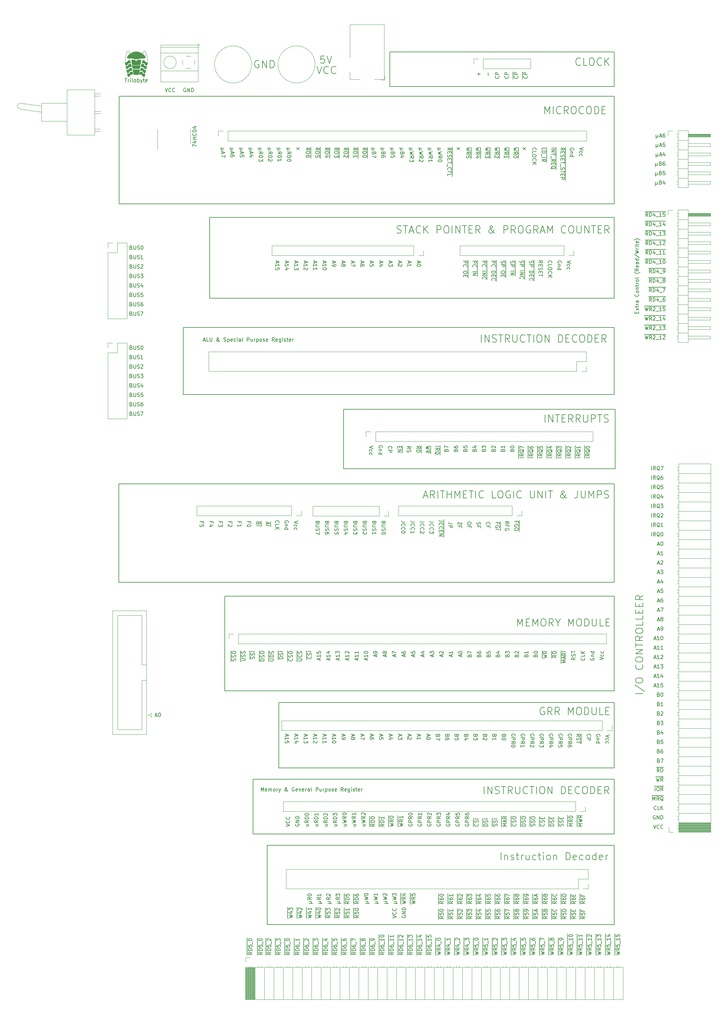
<source format=gbr>
%TF.GenerationSoftware,KiCad,Pcbnew,(6.0.0-0)*%
%TF.CreationDate,2022-10-19T23:06:28-04:00*%
%TF.ProjectId,Backplane-Concept-Vertical,4261636b-706c-4616-9e65-2d436f6e6365,rev?*%
%TF.SameCoordinates,Original*%
%TF.FileFunction,Legend,Top*%
%TF.FilePolarity,Positive*%
%FSLAX46Y46*%
G04 Gerber Fmt 4.6, Leading zero omitted, Abs format (unit mm)*
G04 Created by KiCad (PCBNEW (6.0.0-0)) date 2022-10-19 23:06:28*
%MOMM*%
%LPD*%
G01*
G04 APERTURE LIST*
%ADD10C,0.200000*%
%ADD11C,0.150000*%
%ADD12C,0.120000*%
%ADD13C,0.026458*%
G04 APERTURE END LIST*
D10*
X369062000Y-322834000D02*
X275590000Y-322834000D01*
X275590000Y-322834000D02*
X275590000Y-301498000D01*
X275590000Y-301498000D02*
X369062000Y-301498000D01*
X369062000Y-301498000D02*
X369062000Y-322834000D01*
X369062000Y-234442000D02*
X264160000Y-234442000D01*
X264160000Y-234442000D02*
X264160000Y-259932000D01*
X264160000Y-259932000D02*
X369062000Y-259932000D01*
X369062000Y-259932000D02*
X369062000Y-234442000D01*
X369062000Y-154295000D02*
X260096000Y-154295000D01*
X260096000Y-154295000D02*
X260096000Y-132573000D01*
X260096000Y-132573000D02*
X369062000Y-132573000D01*
X369062000Y-132573000D02*
X369062000Y-154295000D01*
X369062000Y-298450000D02*
X271780000Y-298450000D01*
X271780000Y-298450000D02*
X271780000Y-283718000D01*
X271780000Y-283718000D02*
X369062000Y-283718000D01*
X369062000Y-283718000D02*
X369062000Y-298450000D01*
X369062000Y-180203000D02*
X252984000Y-180203000D01*
X252984000Y-180203000D02*
X252984000Y-162169000D01*
X252984000Y-162169000D02*
X369062000Y-162169000D01*
X369062000Y-162169000D02*
X369062000Y-180203000D01*
X308610000Y-87994000D02*
X369062000Y-87994000D01*
X369062000Y-87994000D02*
X369062000Y-97282000D01*
X369062000Y-97282000D02*
X308610000Y-97282000D01*
X308610000Y-97282000D02*
X308610000Y-87994000D01*
D11*
X369062000Y-99939000D02*
X235712000Y-99939000D01*
X235712000Y-99939000D02*
X235712000Y-128895000D01*
X235712000Y-128895000D02*
X369062000Y-128895000D01*
X369062000Y-128895000D02*
X369062000Y-99939000D01*
D10*
X369062000Y-280670000D02*
X278662000Y-280670000D01*
X278662000Y-280670000D02*
X278662000Y-263058000D01*
X278662000Y-263058000D02*
X369062000Y-263058000D01*
X369062000Y-263058000D02*
X369062000Y-280670000D01*
X235637000Y-230761000D02*
X369062000Y-230761000D01*
X369062000Y-230761000D02*
X369062000Y-204216000D01*
X369062000Y-204216000D02*
X235637000Y-204216000D01*
X235637000Y-204216000D02*
X235637000Y-230761000D01*
X296164000Y-184150000D02*
X369316000Y-184150000D01*
X369316000Y-184150000D02*
X369316000Y-200152000D01*
X369316000Y-200152000D02*
X296164000Y-200152000D01*
X296164000Y-200152000D02*
X296164000Y-184150000D01*
D11*
X273460000Y-252118500D02*
X273460000Y-251118500D01*
X274742380Y-251880404D02*
X273742380Y-251880404D01*
X273742380Y-251642309D01*
X273790000Y-251499452D01*
X273885238Y-251404214D01*
X273980476Y-251356595D01*
X274170952Y-251308976D01*
X274313809Y-251308976D01*
X274504285Y-251356595D01*
X274599523Y-251404214D01*
X274694761Y-251499452D01*
X274742380Y-251642309D01*
X274742380Y-251880404D01*
X273460000Y-251118500D02*
X273460000Y-250166119D01*
X274694761Y-250928023D02*
X274742380Y-250785166D01*
X274742380Y-250547071D01*
X274694761Y-250451833D01*
X274647142Y-250404214D01*
X274551904Y-250356595D01*
X274456666Y-250356595D01*
X274361428Y-250404214D01*
X274313809Y-250451833D01*
X274266190Y-250547071D01*
X274218571Y-250737547D01*
X274170952Y-250832785D01*
X274123333Y-250880404D01*
X274028095Y-250928023D01*
X273932857Y-250928023D01*
X273837619Y-250880404D01*
X273790000Y-250832785D01*
X273742380Y-250737547D01*
X273742380Y-250499452D01*
X273790000Y-250356595D01*
X273460000Y-250166119D02*
X273460000Y-249118500D01*
X273742380Y-249737547D02*
X273742380Y-249547071D01*
X273790000Y-249451833D01*
X273885238Y-249356595D01*
X274075714Y-249308976D01*
X274409047Y-249308976D01*
X274599523Y-249356595D01*
X274694761Y-249451833D01*
X274742380Y-249547071D01*
X274742380Y-249737547D01*
X274694761Y-249832785D01*
X274599523Y-249928023D01*
X274409047Y-249975642D01*
X274075714Y-249975642D01*
X273885238Y-249928023D01*
X273790000Y-249832785D01*
X273742380Y-249737547D01*
X283236333Y-271632976D02*
X283236333Y-272109166D01*
X282950619Y-271537738D02*
X283950619Y-271871071D01*
X282950619Y-272204404D01*
X282950619Y-273061547D02*
X282950619Y-272490119D01*
X282950619Y-272775833D02*
X283950619Y-272775833D01*
X283807761Y-272680595D01*
X283712523Y-272585357D01*
X283664904Y-272490119D01*
X283617285Y-273918690D02*
X282950619Y-273918690D01*
X283998238Y-273680595D02*
X283283952Y-273442500D01*
X283283952Y-274061547D01*
X360719619Y-113730738D02*
X359719619Y-114064071D01*
X360719619Y-114397404D01*
X359767238Y-115159309D02*
X359719619Y-115064071D01*
X359719619Y-114873595D01*
X359767238Y-114778357D01*
X359814857Y-114730738D01*
X359910095Y-114683119D01*
X360195809Y-114683119D01*
X360291047Y-114730738D01*
X360338666Y-114778357D01*
X360386285Y-114873595D01*
X360386285Y-115064071D01*
X360338666Y-115159309D01*
X359767238Y-116016452D02*
X359719619Y-115921214D01*
X359719619Y-115730738D01*
X359767238Y-115635500D01*
X359814857Y-115587880D01*
X359910095Y-115540261D01*
X360195809Y-115540261D01*
X360291047Y-115587880D01*
X360338666Y-115635500D01*
X360386285Y-115730738D01*
X360386285Y-115921214D01*
X360338666Y-116016452D01*
X377315452Y-141156000D02*
X378315452Y-141156000D01*
X378124976Y-142438380D02*
X377791642Y-141962190D01*
X377553547Y-142438380D02*
X377553547Y-141438380D01*
X377934500Y-141438380D01*
X378029738Y-141486000D01*
X378077357Y-141533619D01*
X378124976Y-141628857D01*
X378124976Y-141771714D01*
X378077357Y-141866952D01*
X378029738Y-141914571D01*
X377934500Y-141962190D01*
X377553547Y-141962190D01*
X378315452Y-141156000D02*
X379315452Y-141156000D01*
X378553547Y-142438380D02*
X378553547Y-141438380D01*
X378791642Y-141438380D01*
X378934500Y-141486000D01*
X379029738Y-141581238D01*
X379077357Y-141676476D01*
X379124976Y-141866952D01*
X379124976Y-142009809D01*
X379077357Y-142200285D01*
X379029738Y-142295523D01*
X378934500Y-142390761D01*
X378791642Y-142438380D01*
X378553547Y-142438380D01*
X379315452Y-141156000D02*
X380267833Y-141156000D01*
X379982119Y-141771714D02*
X379982119Y-142438380D01*
X379744023Y-141390761D02*
X379505928Y-142105047D01*
X380124976Y-142105047D01*
X380267833Y-141156000D02*
X381029738Y-141156000D01*
X380267833Y-142533619D02*
X381029738Y-142533619D01*
X381029738Y-141156000D02*
X381982119Y-141156000D01*
X381791642Y-142438380D02*
X381220214Y-142438380D01*
X381505928Y-142438380D02*
X381505928Y-141438380D01*
X381410690Y-141581238D01*
X381315452Y-141676476D01*
X381220214Y-141724095D01*
X381982119Y-141156000D02*
X382934500Y-141156000D01*
X382744023Y-142438380D02*
X382172595Y-142438380D01*
X382458309Y-142438380D02*
X382458309Y-141438380D01*
X382363071Y-141581238D01*
X382267833Y-141676476D01*
X382172595Y-141724095D01*
X336990000Y-317402500D02*
X336990000Y-316402500D01*
X338272380Y-316592976D02*
X337796190Y-316926309D01*
X338272380Y-317164404D02*
X337272380Y-317164404D01*
X337272380Y-316783452D01*
X337320000Y-316688214D01*
X337367619Y-316640595D01*
X337462857Y-316592976D01*
X337605714Y-316592976D01*
X337700952Y-316640595D01*
X337748571Y-316688214D01*
X337796190Y-316783452D01*
X337796190Y-317164404D01*
X336990000Y-316402500D02*
X336990000Y-315450119D01*
X337272380Y-315735833D02*
X337272380Y-315926309D01*
X337320000Y-316021547D01*
X337367619Y-316069166D01*
X337510476Y-316164404D01*
X337700952Y-316212023D01*
X338081904Y-316212023D01*
X338177142Y-316164404D01*
X338224761Y-316116785D01*
X338272380Y-316021547D01*
X338272380Y-315831071D01*
X338224761Y-315735833D01*
X338177142Y-315688214D01*
X338081904Y-315640595D01*
X337843809Y-315640595D01*
X337748571Y-315688214D01*
X337700952Y-315735833D01*
X337653333Y-315831071D01*
X337653333Y-316021547D01*
X337700952Y-316116785D01*
X337748571Y-316164404D01*
X337843809Y-316212023D01*
X336990000Y-315450119D02*
X336990000Y-314497738D01*
X337272380Y-314783452D02*
X337272380Y-314973928D01*
X337320000Y-315069166D01*
X337367619Y-315116785D01*
X337510476Y-315212023D01*
X337700952Y-315259642D01*
X338081904Y-315259642D01*
X338177142Y-315212023D01*
X338224761Y-315164404D01*
X338272380Y-315069166D01*
X338272380Y-314878690D01*
X338224761Y-314783452D01*
X338177142Y-314735833D01*
X338081904Y-314688214D01*
X337843809Y-314688214D01*
X337748571Y-314735833D01*
X337700952Y-314783452D01*
X337653333Y-314878690D01*
X337653333Y-315069166D01*
X337700952Y-315164404D01*
X337748571Y-315212023D01*
X337843809Y-315259642D01*
X380358500Y-291869142D02*
X380310880Y-291916761D01*
X380168023Y-291964380D01*
X380072785Y-291964380D01*
X379929928Y-291916761D01*
X379834690Y-291821523D01*
X379787071Y-291726285D01*
X379739452Y-291535809D01*
X379739452Y-291392952D01*
X379787071Y-291202476D01*
X379834690Y-291107238D01*
X379929928Y-291012000D01*
X380072785Y-290964380D01*
X380168023Y-290964380D01*
X380310880Y-291012000D01*
X380358500Y-291059619D01*
X381263261Y-291964380D02*
X380787071Y-291964380D01*
X380787071Y-290964380D01*
X381596595Y-291964380D02*
X381596595Y-290964380D01*
X382168023Y-291964380D02*
X381739452Y-291392952D01*
X382168023Y-290964380D02*
X381596595Y-291535809D01*
X295936333Y-271632976D02*
X295936333Y-272109166D01*
X295650619Y-271537738D02*
X296650619Y-271871071D01*
X295650619Y-272204404D01*
X295650619Y-272585357D02*
X295650619Y-272775833D01*
X295698238Y-272871071D01*
X295745857Y-272918690D01*
X295888714Y-273013928D01*
X296079190Y-273061547D01*
X296460142Y-273061547D01*
X296555380Y-273013928D01*
X296603000Y-272966309D01*
X296650619Y-272871071D01*
X296650619Y-272680595D01*
X296603000Y-272585357D01*
X296555380Y-272537738D01*
X296460142Y-272490119D01*
X296222047Y-272490119D01*
X296126809Y-272537738D01*
X296079190Y-272585357D01*
X296031571Y-272680595D01*
X296031571Y-272871071D01*
X296079190Y-272966309D01*
X296126809Y-273013928D01*
X296222047Y-273061547D01*
X380739452Y-220558666D02*
X381215642Y-220558666D01*
X380644214Y-220844380D02*
X380977547Y-219844380D01*
X381310880Y-220844380D01*
X381834690Y-219844380D02*
X381929928Y-219844380D01*
X382025166Y-219892000D01*
X382072785Y-219939619D01*
X382120404Y-220034857D01*
X382168023Y-220225333D01*
X382168023Y-220463428D01*
X382120404Y-220653904D01*
X382072785Y-220749142D01*
X382025166Y-220796761D01*
X381929928Y-220844380D01*
X381834690Y-220844380D01*
X381739452Y-220796761D01*
X381691833Y-220749142D01*
X381644214Y-220653904D01*
X381596595Y-220463428D01*
X381596595Y-220225333D01*
X381644214Y-220034857D01*
X381691833Y-219939619D01*
X381739452Y-219892000D01*
X381834690Y-219844380D01*
X238920928Y-150804571D02*
X239063785Y-150852190D01*
X239111404Y-150899809D01*
X239159023Y-150995047D01*
X239159023Y-151137904D01*
X239111404Y-151233142D01*
X239063785Y-151280761D01*
X238968547Y-151328380D01*
X238587595Y-151328380D01*
X238587595Y-150328380D01*
X238920928Y-150328380D01*
X239016166Y-150376000D01*
X239063785Y-150423619D01*
X239111404Y-150518857D01*
X239111404Y-150614095D01*
X239063785Y-150709333D01*
X239016166Y-150756952D01*
X238920928Y-150804571D01*
X238587595Y-150804571D01*
X239587595Y-150328380D02*
X239587595Y-151137904D01*
X239635214Y-151233142D01*
X239682833Y-151280761D01*
X239778071Y-151328380D01*
X239968547Y-151328380D01*
X240063785Y-151280761D01*
X240111404Y-151233142D01*
X240159023Y-151137904D01*
X240159023Y-150328380D01*
X240587595Y-151280761D02*
X240730452Y-151328380D01*
X240968547Y-151328380D01*
X241063785Y-151280761D01*
X241111404Y-151233142D01*
X241159023Y-151137904D01*
X241159023Y-151042666D01*
X241111404Y-150947428D01*
X241063785Y-150899809D01*
X240968547Y-150852190D01*
X240778071Y-150804571D01*
X240682833Y-150756952D01*
X240635214Y-150709333D01*
X240587595Y-150614095D01*
X240587595Y-150518857D01*
X240635214Y-150423619D01*
X240682833Y-150376000D01*
X240778071Y-150328380D01*
X241016166Y-150328380D01*
X241159023Y-150376000D01*
X242016166Y-150661714D02*
X242016166Y-151328380D01*
X241778071Y-150280761D02*
X241539976Y-150995047D01*
X242159023Y-150995047D01*
X379120404Y-200524380D02*
X379120404Y-199524380D01*
X380168023Y-200524380D02*
X379834690Y-200048190D01*
X379596595Y-200524380D02*
X379596595Y-199524380D01*
X379977547Y-199524380D01*
X380072785Y-199572000D01*
X380120404Y-199619619D01*
X380168023Y-199714857D01*
X380168023Y-199857714D01*
X380120404Y-199952952D01*
X380072785Y-200000571D01*
X379977547Y-200048190D01*
X379596595Y-200048190D01*
X381263261Y-200619619D02*
X381168023Y-200572000D01*
X381072785Y-200476761D01*
X380929928Y-200333904D01*
X380834690Y-200286285D01*
X380739452Y-200286285D01*
X380787071Y-200524380D02*
X380691833Y-200476761D01*
X380596595Y-200381523D01*
X380548976Y-200191047D01*
X380548976Y-199857714D01*
X380596595Y-199667238D01*
X380691833Y-199572000D01*
X380787071Y-199524380D01*
X380977547Y-199524380D01*
X381072785Y-199572000D01*
X381168023Y-199667238D01*
X381215642Y-199857714D01*
X381215642Y-200191047D01*
X381168023Y-200381523D01*
X381072785Y-200476761D01*
X380977547Y-200524380D01*
X380787071Y-200524380D01*
X381548976Y-199524380D02*
X382215642Y-199524380D01*
X381787071Y-200524380D01*
X238920928Y-177728571D02*
X239063785Y-177776190D01*
X239111404Y-177823809D01*
X239159023Y-177919047D01*
X239159023Y-178061904D01*
X239111404Y-178157142D01*
X239063785Y-178204761D01*
X238968547Y-178252380D01*
X238587595Y-178252380D01*
X238587595Y-177252380D01*
X238920928Y-177252380D01*
X239016166Y-177300000D01*
X239063785Y-177347619D01*
X239111404Y-177442857D01*
X239111404Y-177538095D01*
X239063785Y-177633333D01*
X239016166Y-177680952D01*
X238920928Y-177728571D01*
X238587595Y-177728571D01*
X239587595Y-177252380D02*
X239587595Y-178061904D01*
X239635214Y-178157142D01*
X239682833Y-178204761D01*
X239778071Y-178252380D01*
X239968547Y-178252380D01*
X240063785Y-178204761D01*
X240111404Y-178157142D01*
X240159023Y-178061904D01*
X240159023Y-177252380D01*
X240587595Y-178204761D02*
X240730452Y-178252380D01*
X240968547Y-178252380D01*
X241063785Y-178204761D01*
X241111404Y-178157142D01*
X241159023Y-178061904D01*
X241159023Y-177966666D01*
X241111404Y-177871428D01*
X241063785Y-177823809D01*
X240968547Y-177776190D01*
X240778071Y-177728571D01*
X240682833Y-177680952D01*
X240635214Y-177633333D01*
X240587595Y-177538095D01*
X240587595Y-177442857D01*
X240635214Y-177347619D01*
X240682833Y-177300000D01*
X240778071Y-177252380D01*
X241016166Y-177252380D01*
X241159023Y-177300000D01*
X242016166Y-177585714D02*
X242016166Y-178252380D01*
X241778071Y-177204761D02*
X241539976Y-177919047D01*
X242159023Y-177919047D01*
X332638571Y-250499452D02*
X332686190Y-250356595D01*
X332733809Y-250308976D01*
X332829047Y-250261357D01*
X332971904Y-250261357D01*
X333067142Y-250308976D01*
X333114761Y-250356595D01*
X333162380Y-250451833D01*
X333162380Y-250832785D01*
X332162380Y-250832785D01*
X332162380Y-250499452D01*
X332210000Y-250404214D01*
X332257619Y-250356595D01*
X332352857Y-250308976D01*
X332448095Y-250308976D01*
X332543333Y-250356595D01*
X332590952Y-250404214D01*
X332638571Y-250499452D01*
X332638571Y-250832785D01*
X332162380Y-249404214D02*
X332162380Y-249594690D01*
X332210000Y-249689928D01*
X332257619Y-249737547D01*
X332400476Y-249832785D01*
X332590952Y-249880404D01*
X332971904Y-249880404D01*
X333067142Y-249832785D01*
X333114761Y-249785166D01*
X333162380Y-249689928D01*
X333162380Y-249499452D01*
X333114761Y-249404214D01*
X333067142Y-249356595D01*
X332971904Y-249308976D01*
X332733809Y-249308976D01*
X332638571Y-249356595D01*
X332590952Y-249404214D01*
X332543333Y-249499452D01*
X332543333Y-249689928D01*
X332590952Y-249785166D01*
X332638571Y-249832785D01*
X332733809Y-249880404D01*
X314130000Y-317402500D02*
X314130000Y-316259642D01*
X314412380Y-317259642D02*
X315412380Y-317021547D01*
X314698095Y-316831071D01*
X315412380Y-316640595D01*
X314412380Y-316402500D01*
X314130000Y-316259642D02*
X314130000Y-315259642D01*
X315412380Y-315450119D02*
X314936190Y-315783452D01*
X315412380Y-316021547D02*
X314412380Y-316021547D01*
X314412380Y-315640595D01*
X314460000Y-315545357D01*
X314507619Y-315497738D01*
X314602857Y-315450119D01*
X314745714Y-315450119D01*
X314840952Y-315497738D01*
X314888571Y-315545357D01*
X314936190Y-315640595D01*
X314936190Y-316021547D01*
X314130000Y-315259642D02*
X314130000Y-314307261D01*
X314412380Y-314545357D02*
X314412380Y-315021547D01*
X314888571Y-315069166D01*
X314840952Y-315021547D01*
X314793333Y-314926309D01*
X314793333Y-314688214D01*
X314840952Y-314592976D01*
X314888571Y-314545357D01*
X314983809Y-314497738D01*
X315221904Y-314497738D01*
X315317142Y-314545357D01*
X315364761Y-314592976D01*
X315412380Y-314688214D01*
X315412380Y-314926309D01*
X315364761Y-315021547D01*
X315317142Y-315069166D01*
X377172595Y-158936000D02*
X378315452Y-158936000D01*
X377315452Y-159218380D02*
X377553547Y-160218380D01*
X377744023Y-159504095D01*
X377934500Y-160218380D01*
X378172595Y-159218380D01*
X378315452Y-158936000D02*
X379315452Y-158936000D01*
X379124976Y-160218380D02*
X378791642Y-159742190D01*
X378553547Y-160218380D02*
X378553547Y-159218380D01*
X378934500Y-159218380D01*
X379029738Y-159266000D01*
X379077357Y-159313619D01*
X379124976Y-159408857D01*
X379124976Y-159551714D01*
X379077357Y-159646952D01*
X379029738Y-159694571D01*
X378934500Y-159742190D01*
X378553547Y-159742190D01*
X379315452Y-158936000D02*
X380267833Y-158936000D01*
X379505928Y-159313619D02*
X379553547Y-159266000D01*
X379648785Y-159218380D01*
X379886880Y-159218380D01*
X379982119Y-159266000D01*
X380029738Y-159313619D01*
X380077357Y-159408857D01*
X380077357Y-159504095D01*
X380029738Y-159646952D01*
X379458309Y-160218380D01*
X380077357Y-160218380D01*
X380267833Y-158936000D02*
X381029738Y-158936000D01*
X380267833Y-160313619D02*
X381029738Y-160313619D01*
X381029738Y-158936000D02*
X381982119Y-158936000D01*
X381791642Y-160218380D02*
X381220214Y-160218380D01*
X381505928Y-160218380D02*
X381505928Y-159218380D01*
X381410690Y-159361238D01*
X381315452Y-159456476D01*
X381220214Y-159504095D01*
X381982119Y-158936000D02*
X382934500Y-158936000D01*
X382648785Y-159551714D02*
X382648785Y-160218380D01*
X382410690Y-159170761D02*
X382172595Y-159885047D01*
X382791642Y-159885047D01*
X361808857Y-272252023D02*
X361761238Y-272204404D01*
X361713619Y-272061547D01*
X361713619Y-271966309D01*
X361761238Y-271823452D01*
X361856476Y-271728214D01*
X361951714Y-271680595D01*
X362142190Y-271632976D01*
X362285047Y-271632976D01*
X362475523Y-271680595D01*
X362570761Y-271728214D01*
X362666000Y-271823452D01*
X362713619Y-271966309D01*
X362713619Y-272061547D01*
X362666000Y-272204404D01*
X362618380Y-272252023D01*
X361713619Y-272680595D02*
X362713619Y-272680595D01*
X362713619Y-273061547D01*
X362666000Y-273156785D01*
X362618380Y-273204404D01*
X362523142Y-273252023D01*
X362380285Y-273252023D01*
X362285047Y-273204404D01*
X362237428Y-273156785D01*
X362189809Y-273061547D01*
X362189809Y-272680595D01*
X289345714Y-317164404D02*
X290345714Y-317164404D01*
X289869523Y-316688214D02*
X289964761Y-316640595D01*
X290012380Y-316545357D01*
X289869523Y-317164404D02*
X289964761Y-317116785D01*
X290012380Y-317021547D01*
X290012380Y-316831071D01*
X289964761Y-316735833D01*
X289869523Y-316688214D01*
X289345714Y-316688214D01*
X290012380Y-315545357D02*
X289536190Y-315878690D01*
X290012380Y-316116785D02*
X289012380Y-316116785D01*
X289012380Y-315735833D01*
X289060000Y-315640595D01*
X289107619Y-315592976D01*
X289202857Y-315545357D01*
X289345714Y-315545357D01*
X289440952Y-315592976D01*
X289488571Y-315640595D01*
X289536190Y-315735833D01*
X289536190Y-316116785D01*
X290012380Y-314592976D02*
X290012380Y-315164404D01*
X290012380Y-314878690D02*
X289012380Y-314878690D01*
X289155238Y-314973928D01*
X289250476Y-315069166D01*
X289298095Y-315164404D01*
X305748000Y-331118500D02*
X305748000Y-330118500D01*
X307030380Y-330308976D02*
X306554190Y-330642309D01*
X307030380Y-330880404D02*
X306030380Y-330880404D01*
X306030380Y-330499452D01*
X306078000Y-330404214D01*
X306125619Y-330356595D01*
X306220857Y-330308976D01*
X306363714Y-330308976D01*
X306458952Y-330356595D01*
X306506571Y-330404214D01*
X306554190Y-330499452D01*
X306554190Y-330880404D01*
X305748000Y-330118500D02*
X305748000Y-329118500D01*
X307030380Y-329880404D02*
X306030380Y-329880404D01*
X306030380Y-329642309D01*
X306078000Y-329499452D01*
X306173238Y-329404214D01*
X306268476Y-329356595D01*
X306458952Y-329308976D01*
X306601809Y-329308976D01*
X306792285Y-329356595D01*
X306887523Y-329404214D01*
X306982761Y-329499452D01*
X307030380Y-329642309D01*
X307030380Y-329880404D01*
X305748000Y-329118500D02*
X305748000Y-328166119D01*
X306030380Y-328451833D02*
X306030380Y-328642309D01*
X306078000Y-328737547D01*
X306125619Y-328785166D01*
X306268476Y-328880404D01*
X306458952Y-328928023D01*
X306839904Y-328928023D01*
X306935142Y-328880404D01*
X306982761Y-328832785D01*
X307030380Y-328737547D01*
X307030380Y-328547071D01*
X306982761Y-328451833D01*
X306935142Y-328404214D01*
X306839904Y-328356595D01*
X306601809Y-328356595D01*
X306506571Y-328404214D01*
X306458952Y-328451833D01*
X306411333Y-328547071D01*
X306411333Y-328737547D01*
X306458952Y-328832785D01*
X306506571Y-328880404D01*
X306601809Y-328928023D01*
X305748000Y-328166119D02*
X305748000Y-327404214D01*
X307125619Y-328166119D02*
X307125619Y-327404214D01*
X305748000Y-327404214D02*
X305748000Y-326451833D01*
X307030380Y-326642309D02*
X307030380Y-327213738D01*
X307030380Y-326928023D02*
X306030380Y-326928023D01*
X306173238Y-327023261D01*
X306268476Y-327118500D01*
X306316095Y-327213738D01*
X305748000Y-326451833D02*
X305748000Y-325499452D01*
X306030380Y-326023261D02*
X306030380Y-325928023D01*
X306078000Y-325832785D01*
X306125619Y-325785166D01*
X306220857Y-325737547D01*
X306411333Y-325689928D01*
X306649428Y-325689928D01*
X306839904Y-325737547D01*
X306935142Y-325785166D01*
X306982761Y-325832785D01*
X307030380Y-325928023D01*
X307030380Y-326023261D01*
X306982761Y-326118500D01*
X306935142Y-326166119D01*
X306839904Y-326213738D01*
X306649428Y-326261357D01*
X306411333Y-326261357D01*
X306220857Y-326213738D01*
X306125619Y-326166119D01*
X306078000Y-326118500D01*
X306030380Y-326023261D01*
X273304190Y-90376000D02*
X273113714Y-90280761D01*
X272828000Y-90280761D01*
X272542285Y-90376000D01*
X272351809Y-90566476D01*
X272256571Y-90756952D01*
X272161333Y-91137904D01*
X272161333Y-91423619D01*
X272256571Y-91804571D01*
X272351809Y-91995047D01*
X272542285Y-92185523D01*
X272828000Y-92280761D01*
X273018476Y-92280761D01*
X273304190Y-92185523D01*
X273399428Y-92090285D01*
X273399428Y-91423619D01*
X273018476Y-91423619D01*
X274256571Y-92280761D02*
X274256571Y-90280761D01*
X275399428Y-92280761D01*
X275399428Y-90280761D01*
X276351809Y-92280761D02*
X276351809Y-90280761D01*
X276828000Y-90280761D01*
X277113714Y-90376000D01*
X277304190Y-90566476D01*
X277399428Y-90756952D01*
X277494666Y-91137904D01*
X277494666Y-91423619D01*
X277399428Y-91804571D01*
X277304190Y-91995047D01*
X277113714Y-92185523D01*
X276828000Y-92280761D01*
X276351809Y-92280761D01*
X321750000Y-317402500D02*
X321750000Y-316402500D01*
X323032380Y-316592976D02*
X322556190Y-316926309D01*
X323032380Y-317164404D02*
X322032380Y-317164404D01*
X322032380Y-316783452D01*
X322080000Y-316688214D01*
X322127619Y-316640595D01*
X322222857Y-316592976D01*
X322365714Y-316592976D01*
X322460952Y-316640595D01*
X322508571Y-316688214D01*
X322556190Y-316783452D01*
X322556190Y-317164404D01*
X321750000Y-316402500D02*
X321750000Y-315450119D01*
X322032380Y-315735833D02*
X322032380Y-315926309D01*
X322080000Y-316021547D01*
X322127619Y-316069166D01*
X322270476Y-316164404D01*
X322460952Y-316212023D01*
X322841904Y-316212023D01*
X322937142Y-316164404D01*
X322984761Y-316116785D01*
X323032380Y-316021547D01*
X323032380Y-315831071D01*
X322984761Y-315735833D01*
X322937142Y-315688214D01*
X322841904Y-315640595D01*
X322603809Y-315640595D01*
X322508571Y-315688214D01*
X322460952Y-315735833D01*
X322413333Y-315831071D01*
X322413333Y-316021547D01*
X322460952Y-316116785D01*
X322508571Y-316164404D01*
X322603809Y-316212023D01*
X321750000Y-315450119D02*
X321750000Y-314497738D01*
X322032380Y-315021547D02*
X322032380Y-314926309D01*
X322080000Y-314831071D01*
X322127619Y-314783452D01*
X322222857Y-314735833D01*
X322413333Y-314688214D01*
X322651428Y-314688214D01*
X322841904Y-314735833D01*
X322937142Y-314783452D01*
X322984761Y-314831071D01*
X323032380Y-314926309D01*
X323032380Y-315021547D01*
X322984761Y-315116785D01*
X322937142Y-315164404D01*
X322841904Y-315212023D01*
X322651428Y-315259642D01*
X322413333Y-315259642D01*
X322222857Y-315212023D01*
X322127619Y-315164404D01*
X322080000Y-315116785D01*
X322032380Y-315021547D01*
X343012666Y-242548761D02*
X343012666Y-240548761D01*
X343679333Y-241977333D01*
X344346000Y-240548761D01*
X344346000Y-242548761D01*
X345298380Y-241501142D02*
X345965047Y-241501142D01*
X346250761Y-242548761D02*
X345298380Y-242548761D01*
X345298380Y-240548761D01*
X346250761Y-240548761D01*
X347107904Y-242548761D02*
X347107904Y-240548761D01*
X347774571Y-241977333D01*
X348441238Y-240548761D01*
X348441238Y-242548761D01*
X349774571Y-240548761D02*
X350155523Y-240548761D01*
X350346000Y-240644000D01*
X350536476Y-240834476D01*
X350631714Y-241215428D01*
X350631714Y-241882095D01*
X350536476Y-242263047D01*
X350346000Y-242453523D01*
X350155523Y-242548761D01*
X349774571Y-242548761D01*
X349584095Y-242453523D01*
X349393619Y-242263047D01*
X349298380Y-241882095D01*
X349298380Y-241215428D01*
X349393619Y-240834476D01*
X349584095Y-240644000D01*
X349774571Y-240548761D01*
X352631714Y-242548761D02*
X351965047Y-241596380D01*
X351488857Y-242548761D02*
X351488857Y-240548761D01*
X352250761Y-240548761D01*
X352441238Y-240644000D01*
X352536476Y-240739238D01*
X352631714Y-240929714D01*
X352631714Y-241215428D01*
X352536476Y-241405904D01*
X352441238Y-241501142D01*
X352250761Y-241596380D01*
X351488857Y-241596380D01*
X353869809Y-241596380D02*
X353869809Y-242548761D01*
X353203142Y-240548761D02*
X353869809Y-241596380D01*
X354536476Y-240548761D01*
X356726952Y-242548761D02*
X356726952Y-240548761D01*
X357393619Y-241977333D01*
X358060285Y-240548761D01*
X358060285Y-242548761D01*
X359393619Y-240548761D02*
X359774571Y-240548761D01*
X359965047Y-240644000D01*
X360155523Y-240834476D01*
X360250761Y-241215428D01*
X360250761Y-241882095D01*
X360155523Y-242263047D01*
X359965047Y-242453523D01*
X359774571Y-242548761D01*
X359393619Y-242548761D01*
X359203142Y-242453523D01*
X359012666Y-242263047D01*
X358917428Y-241882095D01*
X358917428Y-241215428D01*
X359012666Y-240834476D01*
X359203142Y-240644000D01*
X359393619Y-240548761D01*
X361107904Y-242548761D02*
X361107904Y-240548761D01*
X361584095Y-240548761D01*
X361869809Y-240644000D01*
X362060285Y-240834476D01*
X362155523Y-241024952D01*
X362250761Y-241405904D01*
X362250761Y-241691619D01*
X362155523Y-242072571D01*
X362060285Y-242263047D01*
X361869809Y-242453523D01*
X361584095Y-242548761D01*
X361107904Y-242548761D01*
X363107904Y-240548761D02*
X363107904Y-242167809D01*
X363203142Y-242358285D01*
X363298380Y-242453523D01*
X363488857Y-242548761D01*
X363869809Y-242548761D01*
X364060285Y-242453523D01*
X364155523Y-242358285D01*
X364250761Y-242167809D01*
X364250761Y-240548761D01*
X366155523Y-242548761D02*
X365203142Y-242548761D01*
X365203142Y-240548761D01*
X366822190Y-241501142D02*
X367488857Y-241501142D01*
X367774571Y-242548761D02*
X366822190Y-242548761D01*
X366822190Y-240548761D01*
X367774571Y-240548761D01*
X339530000Y-317402500D02*
X339530000Y-316402500D01*
X340812380Y-316592976D02*
X340336190Y-316926309D01*
X340812380Y-317164404D02*
X339812380Y-317164404D01*
X339812380Y-316783452D01*
X339860000Y-316688214D01*
X339907619Y-316640595D01*
X340002857Y-316592976D01*
X340145714Y-316592976D01*
X340240952Y-316640595D01*
X340288571Y-316688214D01*
X340336190Y-316783452D01*
X340336190Y-317164404D01*
X339530000Y-316402500D02*
X339530000Y-315450119D01*
X339812380Y-315735833D02*
X339812380Y-315926309D01*
X339860000Y-316021547D01*
X339907619Y-316069166D01*
X340050476Y-316164404D01*
X340240952Y-316212023D01*
X340621904Y-316212023D01*
X340717142Y-316164404D01*
X340764761Y-316116785D01*
X340812380Y-316021547D01*
X340812380Y-315831071D01*
X340764761Y-315735833D01*
X340717142Y-315688214D01*
X340621904Y-315640595D01*
X340383809Y-315640595D01*
X340288571Y-315688214D01*
X340240952Y-315735833D01*
X340193333Y-315831071D01*
X340193333Y-316021547D01*
X340240952Y-316116785D01*
X340288571Y-316164404D01*
X340383809Y-316212023D01*
X339530000Y-315450119D02*
X339530000Y-314497738D01*
X339812380Y-315307261D02*
X339812380Y-314640595D01*
X340812380Y-315069166D01*
X280667333Y-144295976D02*
X280667333Y-144772166D01*
X280381619Y-144200738D02*
X281381619Y-144534071D01*
X280381619Y-144867404D01*
X280381619Y-145724547D02*
X280381619Y-145153119D01*
X280381619Y-145438833D02*
X281381619Y-145438833D01*
X281238761Y-145343595D01*
X281143523Y-145248357D01*
X281095904Y-145153119D01*
X281048285Y-146581690D02*
X280381619Y-146581690D01*
X281429238Y-146343595D02*
X280714952Y-146105500D01*
X280714952Y-146724547D01*
X318448000Y-331118500D02*
X318448000Y-330118500D01*
X319730380Y-330308976D02*
X319254190Y-330642309D01*
X319730380Y-330880404D02*
X318730380Y-330880404D01*
X318730380Y-330499452D01*
X318778000Y-330404214D01*
X318825619Y-330356595D01*
X318920857Y-330308976D01*
X319063714Y-330308976D01*
X319158952Y-330356595D01*
X319206571Y-330404214D01*
X319254190Y-330499452D01*
X319254190Y-330880404D01*
X318448000Y-330118500D02*
X318448000Y-329118500D01*
X319730380Y-329880404D02*
X318730380Y-329880404D01*
X318730380Y-329642309D01*
X318778000Y-329499452D01*
X318873238Y-329404214D01*
X318968476Y-329356595D01*
X319158952Y-329308976D01*
X319301809Y-329308976D01*
X319492285Y-329356595D01*
X319587523Y-329404214D01*
X319682761Y-329499452D01*
X319730380Y-329642309D01*
X319730380Y-329880404D01*
X318448000Y-329118500D02*
X318448000Y-328166119D01*
X318730380Y-328451833D02*
X318730380Y-328642309D01*
X318778000Y-328737547D01*
X318825619Y-328785166D01*
X318968476Y-328880404D01*
X319158952Y-328928023D01*
X319539904Y-328928023D01*
X319635142Y-328880404D01*
X319682761Y-328832785D01*
X319730380Y-328737547D01*
X319730380Y-328547071D01*
X319682761Y-328451833D01*
X319635142Y-328404214D01*
X319539904Y-328356595D01*
X319301809Y-328356595D01*
X319206571Y-328404214D01*
X319158952Y-328451833D01*
X319111333Y-328547071D01*
X319111333Y-328737547D01*
X319158952Y-328832785D01*
X319206571Y-328880404D01*
X319301809Y-328928023D01*
X318448000Y-328166119D02*
X318448000Y-327404214D01*
X319825619Y-328166119D02*
X319825619Y-327404214D01*
X318448000Y-327404214D02*
X318448000Y-326451833D01*
X319730380Y-326642309D02*
X319730380Y-327213738D01*
X319730380Y-326928023D02*
X318730380Y-326928023D01*
X318873238Y-327023261D01*
X318968476Y-327118500D01*
X319016095Y-327213738D01*
X318448000Y-326451833D02*
X318448000Y-325499452D01*
X318730380Y-325737547D02*
X318730380Y-326213738D01*
X319206571Y-326261357D01*
X319158952Y-326213738D01*
X319111333Y-326118500D01*
X319111333Y-325880404D01*
X319158952Y-325785166D01*
X319206571Y-325737547D01*
X319301809Y-325689928D01*
X319539904Y-325689928D01*
X319635142Y-325737547D01*
X319682761Y-325785166D01*
X319730380Y-325880404D01*
X319730380Y-326118500D01*
X319682761Y-326213738D01*
X319635142Y-326261357D01*
X335178571Y-250499452D02*
X335226190Y-250356595D01*
X335273809Y-250308976D01*
X335369047Y-250261357D01*
X335511904Y-250261357D01*
X335607142Y-250308976D01*
X335654761Y-250356595D01*
X335702380Y-250451833D01*
X335702380Y-250832785D01*
X334702380Y-250832785D01*
X334702380Y-250499452D01*
X334750000Y-250404214D01*
X334797619Y-250356595D01*
X334892857Y-250308976D01*
X334988095Y-250308976D01*
X335083333Y-250356595D01*
X335130952Y-250404214D01*
X335178571Y-250499452D01*
X335178571Y-250832785D01*
X334702380Y-249356595D02*
X334702380Y-249832785D01*
X335178571Y-249880404D01*
X335130952Y-249832785D01*
X335083333Y-249737547D01*
X335083333Y-249499452D01*
X335130952Y-249404214D01*
X335178571Y-249356595D01*
X335273809Y-249308976D01*
X335511904Y-249308976D01*
X335607142Y-249356595D01*
X335654761Y-249404214D01*
X335702380Y-249499452D01*
X335702380Y-249737547D01*
X335654761Y-249832785D01*
X335607142Y-249880404D01*
X339844000Y-144065500D02*
X339844000Y-145017880D01*
X338609238Y-144255976D02*
X338561619Y-144398833D01*
X338561619Y-144636928D01*
X338609238Y-144732166D01*
X338656857Y-144779785D01*
X338752095Y-144827404D01*
X338847333Y-144827404D01*
X338942571Y-144779785D01*
X338990190Y-144732166D01*
X339037809Y-144636928D01*
X339085428Y-144446452D01*
X339133047Y-144351214D01*
X339180666Y-144303595D01*
X339275904Y-144255976D01*
X339371142Y-144255976D01*
X339466380Y-144303595D01*
X339514000Y-144351214D01*
X339561619Y-144446452D01*
X339561619Y-144684547D01*
X339514000Y-144827404D01*
X339844000Y-145017880D02*
X339844000Y-146017880D01*
X338561619Y-145255976D02*
X339561619Y-145255976D01*
X339561619Y-145636928D01*
X339514000Y-145732166D01*
X339466380Y-145779785D01*
X339371142Y-145827404D01*
X339228285Y-145827404D01*
X339133047Y-145779785D01*
X339085428Y-145732166D01*
X339037809Y-145636928D01*
X339037809Y-145255976D01*
X339844000Y-146017880D02*
X339844000Y-146779785D01*
X339844000Y-146779785D02*
X339844000Y-147827404D01*
X339561619Y-147208357D02*
X339561619Y-147398833D01*
X339514000Y-147494071D01*
X339418761Y-147589309D01*
X339228285Y-147636928D01*
X338894952Y-147636928D01*
X338704476Y-147589309D01*
X338609238Y-147494071D01*
X338561619Y-147398833D01*
X338561619Y-147208357D01*
X338609238Y-147113119D01*
X338704476Y-147017880D01*
X338894952Y-146970261D01*
X339228285Y-146970261D01*
X339418761Y-147017880D01*
X339514000Y-147113119D01*
X339561619Y-147208357D01*
X339844000Y-147827404D02*
X339844000Y-148732166D01*
X339085428Y-148065500D02*
X339085428Y-148398833D01*
X338561619Y-148541690D02*
X338561619Y-148065500D01*
X339561619Y-148065500D01*
X339561619Y-148541690D01*
X343474000Y-214089738D02*
X343474000Y-214946880D01*
X342715428Y-214661166D02*
X342715428Y-214327833D01*
X342191619Y-214327833D02*
X343191619Y-214327833D01*
X343191619Y-214804023D01*
X343474000Y-214946880D02*
X343474000Y-215946880D01*
X343144000Y-215708785D02*
X343191619Y-215613547D01*
X343191619Y-215470690D01*
X343144000Y-215327833D01*
X343048761Y-215232595D01*
X342953523Y-215184976D01*
X342763047Y-215137357D01*
X342620190Y-215137357D01*
X342429714Y-215184976D01*
X342334476Y-215232595D01*
X342239238Y-215327833D01*
X342191619Y-215470690D01*
X342191619Y-215565928D01*
X342239238Y-215708785D01*
X342286857Y-215756404D01*
X342620190Y-215756404D01*
X342620190Y-215565928D01*
X343474000Y-215946880D02*
X343474000Y-216994500D01*
X343191619Y-216375452D02*
X343191619Y-216565928D01*
X343144000Y-216661166D01*
X343048761Y-216756404D01*
X342858285Y-216804023D01*
X342524952Y-216804023D01*
X342334476Y-216756404D01*
X342239238Y-216661166D01*
X342191619Y-216565928D01*
X342191619Y-216375452D01*
X342239238Y-216280214D01*
X342334476Y-216184976D01*
X342524952Y-216137357D01*
X342858285Y-216137357D01*
X343048761Y-216184976D01*
X343144000Y-216280214D01*
X343191619Y-216375452D01*
X299856666Y-251689928D02*
X299856666Y-251213738D01*
X300142380Y-251785166D02*
X299142380Y-251451833D01*
X300142380Y-251118500D01*
X300142380Y-250261357D02*
X300142380Y-250832785D01*
X300142380Y-250547071D02*
X299142380Y-250547071D01*
X299285238Y-250642309D01*
X299380476Y-250737547D01*
X299428095Y-250832785D01*
X300142380Y-249308976D02*
X300142380Y-249880404D01*
X300142380Y-249594690D02*
X299142380Y-249594690D01*
X299285238Y-249689928D01*
X299380476Y-249785166D01*
X299428095Y-249880404D01*
X348706619Y-144825023D02*
X349182809Y-144491690D01*
X348706619Y-144253595D02*
X349706619Y-144253595D01*
X349706619Y-144634547D01*
X349659000Y-144729785D01*
X349611380Y-144777404D01*
X349516142Y-144825023D01*
X349373285Y-144825023D01*
X349278047Y-144777404D01*
X349230428Y-144729785D01*
X349182809Y-144634547D01*
X349182809Y-144253595D01*
X349230428Y-145253595D02*
X349230428Y-145586928D01*
X348706619Y-145729785D02*
X348706619Y-145253595D01*
X349706619Y-145253595D01*
X349706619Y-145729785D01*
X348754238Y-146110738D02*
X348706619Y-146253595D01*
X348706619Y-146491690D01*
X348754238Y-146586928D01*
X348801857Y-146634547D01*
X348897095Y-146682166D01*
X348992333Y-146682166D01*
X349087571Y-146634547D01*
X349135190Y-146586928D01*
X349182809Y-146491690D01*
X349230428Y-146301214D01*
X349278047Y-146205976D01*
X349325666Y-146158357D01*
X349420904Y-146110738D01*
X349516142Y-146110738D01*
X349611380Y-146158357D01*
X349659000Y-146205976D01*
X349706619Y-146301214D01*
X349706619Y-146539309D01*
X349659000Y-146682166D01*
X349230428Y-147110738D02*
X349230428Y-147444071D01*
X348706619Y-147586928D02*
X348706619Y-147110738D01*
X349706619Y-147110738D01*
X349706619Y-147586928D01*
X349706619Y-147872642D02*
X349706619Y-148444071D01*
X348706619Y-148158357D02*
X349706619Y-148158357D01*
X313698000Y-295812595D02*
X313650380Y-295907833D01*
X313650380Y-296050690D01*
X313698000Y-296193547D01*
X313793238Y-296288785D01*
X313888476Y-296336404D01*
X314078952Y-296384023D01*
X314221809Y-296384023D01*
X314412285Y-296336404D01*
X314507523Y-296288785D01*
X314602761Y-296193547D01*
X314650380Y-296050690D01*
X314650380Y-295955452D01*
X314602761Y-295812595D01*
X314555142Y-295764976D01*
X314221809Y-295764976D01*
X314221809Y-295955452D01*
X314650380Y-295336404D02*
X313650380Y-295336404D01*
X313650380Y-294955452D01*
X313698000Y-294860214D01*
X313745619Y-294812595D01*
X313840857Y-294764976D01*
X313983714Y-294764976D01*
X314078952Y-294812595D01*
X314126571Y-294860214D01*
X314174190Y-294955452D01*
X314174190Y-295336404D01*
X314650380Y-293764976D02*
X314174190Y-294098309D01*
X314650380Y-294336404D02*
X313650380Y-294336404D01*
X313650380Y-293955452D01*
X313698000Y-293860214D01*
X313745619Y-293812595D01*
X313840857Y-293764976D01*
X313983714Y-293764976D01*
X314078952Y-293812595D01*
X314126571Y-293860214D01*
X314174190Y-293955452D01*
X314174190Y-294336404D01*
X313650380Y-293145928D02*
X313650380Y-293050690D01*
X313698000Y-292955452D01*
X313745619Y-292907833D01*
X313840857Y-292860214D01*
X314031333Y-292812595D01*
X314269428Y-292812595D01*
X314459904Y-292860214D01*
X314555142Y-292907833D01*
X314602761Y-292955452D01*
X314650380Y-293050690D01*
X314650380Y-293145928D01*
X314602761Y-293241166D01*
X314555142Y-293288785D01*
X314459904Y-293336404D01*
X314269428Y-293384023D01*
X314031333Y-293384023D01*
X313840857Y-293336404D01*
X313745619Y-293288785D01*
X313698000Y-293241166D01*
X313650380Y-293145928D01*
X288730000Y-321212500D02*
X288730000Y-320069642D01*
X289012380Y-321069642D02*
X290012380Y-320831547D01*
X289298095Y-320641071D01*
X290012380Y-320450595D01*
X289012380Y-320212500D01*
X288730000Y-320069642D02*
X288730000Y-319117261D01*
X289345714Y-319402976D02*
X290012380Y-319402976D01*
X288964761Y-319641071D02*
X289679047Y-319879166D01*
X289679047Y-319260119D01*
X288730000Y-319117261D02*
X288730000Y-318164880D01*
X289012380Y-318688690D02*
X289012380Y-318593452D01*
X289060000Y-318498214D01*
X289107619Y-318450595D01*
X289202857Y-318402976D01*
X289393333Y-318355357D01*
X289631428Y-318355357D01*
X289821904Y-318402976D01*
X289917142Y-318450595D01*
X289964761Y-318498214D01*
X290012380Y-318593452D01*
X290012380Y-318688690D01*
X289964761Y-318783928D01*
X289917142Y-318831547D01*
X289821904Y-318879166D01*
X289631428Y-318926785D01*
X289393333Y-318926785D01*
X289202857Y-318879166D01*
X289107619Y-318831547D01*
X289060000Y-318783928D01*
X289012380Y-318688690D01*
X294776666Y-251689928D02*
X294776666Y-251213738D01*
X295062380Y-251785166D02*
X294062380Y-251451833D01*
X295062380Y-251118500D01*
X295062380Y-250261357D02*
X295062380Y-250832785D01*
X295062380Y-250547071D02*
X294062380Y-250547071D01*
X294205238Y-250642309D01*
X294300476Y-250737547D01*
X294348095Y-250832785D01*
X294062380Y-249928023D02*
X294062380Y-249308976D01*
X294443333Y-249642309D01*
X294443333Y-249499452D01*
X294490952Y-249404214D01*
X294538571Y-249356595D01*
X294633809Y-249308976D01*
X294871904Y-249308976D01*
X294967142Y-249356595D01*
X295014761Y-249404214D01*
X295062380Y-249499452D01*
X295062380Y-249785166D01*
X295014761Y-249880404D01*
X294967142Y-249928023D01*
X312556666Y-250737547D02*
X312556666Y-250261357D01*
X312842380Y-250832785D02*
X311842380Y-250499452D01*
X312842380Y-250166119D01*
X311842380Y-249404214D02*
X311842380Y-249594690D01*
X311890000Y-249689928D01*
X311937619Y-249737547D01*
X312080476Y-249832785D01*
X312270952Y-249880404D01*
X312651904Y-249880404D01*
X312747142Y-249832785D01*
X312794761Y-249785166D01*
X312842380Y-249689928D01*
X312842380Y-249499452D01*
X312794761Y-249404214D01*
X312747142Y-249356595D01*
X312651904Y-249308976D01*
X312413809Y-249308976D01*
X312318571Y-249356595D01*
X312270952Y-249404214D01*
X312223333Y-249499452D01*
X312223333Y-249689928D01*
X312270952Y-249785166D01*
X312318571Y-249832785D01*
X312413809Y-249880404D01*
X323528000Y-331118500D02*
X323528000Y-329975642D01*
X323810380Y-330975642D02*
X324810380Y-330737547D01*
X324096095Y-330547071D01*
X324810380Y-330356595D01*
X323810380Y-330118500D01*
X323528000Y-329975642D02*
X323528000Y-328975642D01*
X324810380Y-329166119D02*
X324334190Y-329499452D01*
X324810380Y-329737547D02*
X323810380Y-329737547D01*
X323810380Y-329356595D01*
X323858000Y-329261357D01*
X323905619Y-329213738D01*
X324000857Y-329166119D01*
X324143714Y-329166119D01*
X324238952Y-329213738D01*
X324286571Y-329261357D01*
X324334190Y-329356595D01*
X324334190Y-329737547D01*
X323528000Y-328975642D02*
X323528000Y-328023261D01*
X324143714Y-328308976D02*
X324810380Y-328308976D01*
X323762761Y-328547071D02*
X324477047Y-328785166D01*
X324477047Y-328166119D01*
X323528000Y-328023261D02*
X323528000Y-327261357D01*
X324905619Y-328023261D02*
X324905619Y-327261357D01*
X323528000Y-327261357D02*
X323528000Y-326308976D01*
X324810380Y-326499452D02*
X324810380Y-327070880D01*
X324810380Y-326785166D02*
X323810380Y-326785166D01*
X323953238Y-326880404D01*
X324048476Y-326975642D01*
X324096095Y-327070880D01*
X343222000Y-113635500D02*
X343222000Y-114778357D01*
X342939619Y-113778357D02*
X341939619Y-114016452D01*
X342653904Y-114206928D01*
X341939619Y-114397404D01*
X342939619Y-114635500D01*
X343222000Y-114778357D02*
X343222000Y-115778357D01*
X341939619Y-115587880D02*
X342415809Y-115254547D01*
X341939619Y-115016452D02*
X342939619Y-115016452D01*
X342939619Y-115397404D01*
X342892000Y-115492642D01*
X342844380Y-115540261D01*
X342749142Y-115587880D01*
X342606285Y-115587880D01*
X342511047Y-115540261D01*
X342463428Y-115492642D01*
X342415809Y-115397404D01*
X342415809Y-115016452D01*
X343222000Y-115778357D02*
X343222000Y-116730738D01*
X342939619Y-116206928D02*
X342939619Y-116302166D01*
X342892000Y-116397404D01*
X342844380Y-116445023D01*
X342749142Y-116492642D01*
X342558666Y-116540261D01*
X342320571Y-116540261D01*
X342130095Y-116492642D01*
X342034857Y-116445023D01*
X341987238Y-116397404D01*
X341939619Y-116302166D01*
X341939619Y-116206928D01*
X341987238Y-116111690D01*
X342034857Y-116064071D01*
X342130095Y-116016452D01*
X342320571Y-115968833D01*
X342558666Y-115968833D01*
X342749142Y-116016452D01*
X342844380Y-116064071D01*
X342892000Y-116111690D01*
X342939619Y-116206928D01*
X333688000Y-296574500D02*
X333688000Y-295574500D01*
X334970380Y-296336404D02*
X333970380Y-296336404D01*
X333970380Y-296098309D01*
X334018000Y-295955452D01*
X334113238Y-295860214D01*
X334208476Y-295812595D01*
X334398952Y-295764976D01*
X334541809Y-295764976D01*
X334732285Y-295812595D01*
X334827523Y-295860214D01*
X334922761Y-295955452D01*
X334970380Y-296098309D01*
X334970380Y-296336404D01*
X333688000Y-295574500D02*
X333688000Y-294622119D01*
X334922761Y-295384023D02*
X334970380Y-295241166D01*
X334970380Y-295003071D01*
X334922761Y-294907833D01*
X334875142Y-294860214D01*
X334779904Y-294812595D01*
X334684666Y-294812595D01*
X334589428Y-294860214D01*
X334541809Y-294907833D01*
X334494190Y-295003071D01*
X334446571Y-295193547D01*
X334398952Y-295288785D01*
X334351333Y-295336404D01*
X334256095Y-295384023D01*
X334160857Y-295384023D01*
X334065619Y-295336404D01*
X334018000Y-295288785D01*
X333970380Y-295193547D01*
X333970380Y-294955452D01*
X334018000Y-294812595D01*
X333688000Y-294622119D02*
X333688000Y-294145928D01*
X334970380Y-294384023D02*
X333970380Y-294384023D01*
X379120404Y-215764380D02*
X379120404Y-214764380D01*
X380168023Y-215764380D02*
X379834690Y-215288190D01*
X379596595Y-215764380D02*
X379596595Y-214764380D01*
X379977547Y-214764380D01*
X380072785Y-214812000D01*
X380120404Y-214859619D01*
X380168023Y-214954857D01*
X380168023Y-215097714D01*
X380120404Y-215192952D01*
X380072785Y-215240571D01*
X379977547Y-215288190D01*
X379596595Y-215288190D01*
X381263261Y-215859619D02*
X381168023Y-215812000D01*
X381072785Y-215716761D01*
X380929928Y-215573904D01*
X380834690Y-215526285D01*
X380739452Y-215526285D01*
X380787071Y-215764380D02*
X380691833Y-215716761D01*
X380596595Y-215621523D01*
X380548976Y-215431047D01*
X380548976Y-215097714D01*
X380596595Y-214907238D01*
X380691833Y-214812000D01*
X380787071Y-214764380D01*
X380977547Y-214764380D01*
X381072785Y-214812000D01*
X381168023Y-214907238D01*
X381215642Y-215097714D01*
X381215642Y-215431047D01*
X381168023Y-215621523D01*
X381072785Y-215716761D01*
X380977547Y-215764380D01*
X380787071Y-215764380D01*
X382168023Y-215764380D02*
X381596595Y-215764380D01*
X381882309Y-215764380D02*
X381882309Y-214764380D01*
X381787071Y-214907238D01*
X381691833Y-215002476D01*
X381596595Y-215050095D01*
X322140000Y-193944500D02*
X322140000Y-194420690D01*
X320857619Y-194182595D02*
X321857619Y-194182595D01*
X322140000Y-194420690D02*
X322140000Y-195420690D01*
X320857619Y-195230214D02*
X321333809Y-194896880D01*
X320857619Y-194658785D02*
X321857619Y-194658785D01*
X321857619Y-195039738D01*
X321810000Y-195134976D01*
X321762380Y-195182595D01*
X321667142Y-195230214D01*
X321524285Y-195230214D01*
X321429047Y-195182595D01*
X321381428Y-195134976D01*
X321333809Y-195039738D01*
X321333809Y-194658785D01*
X322140000Y-195420690D02*
X322140000Y-196468309D01*
X320762380Y-196325452D02*
X320810000Y-196230214D01*
X320905238Y-196134976D01*
X321048095Y-195992119D01*
X321095714Y-195896880D01*
X321095714Y-195801642D01*
X320857619Y-195849261D02*
X320905238Y-195754023D01*
X321000476Y-195658785D01*
X321190952Y-195611166D01*
X321524285Y-195611166D01*
X321714761Y-195658785D01*
X321810000Y-195754023D01*
X321857619Y-195849261D01*
X321857619Y-196039738D01*
X321810000Y-196134976D01*
X321714761Y-196230214D01*
X321524285Y-196277833D01*
X321190952Y-196277833D01*
X321000476Y-196230214D01*
X320905238Y-196134976D01*
X320857619Y-196039738D01*
X320857619Y-195849261D01*
X290827333Y-144295976D02*
X290827333Y-144772166D01*
X290541619Y-144200738D02*
X291541619Y-144534071D01*
X290541619Y-144867404D01*
X290541619Y-145724547D02*
X290541619Y-145153119D01*
X290541619Y-145438833D02*
X291541619Y-145438833D01*
X291398761Y-145343595D01*
X291303523Y-145248357D01*
X291255904Y-145153119D01*
X291541619Y-146343595D02*
X291541619Y-146438833D01*
X291494000Y-146534071D01*
X291446380Y-146581690D01*
X291351142Y-146629309D01*
X291160666Y-146676928D01*
X290922571Y-146676928D01*
X290732095Y-146629309D01*
X290636857Y-146581690D01*
X290589238Y-146534071D01*
X290541619Y-146438833D01*
X290541619Y-146343595D01*
X290589238Y-146248357D01*
X290636857Y-146200738D01*
X290732095Y-146153119D01*
X290922571Y-146105500D01*
X291160666Y-146105500D01*
X291351142Y-146153119D01*
X291446380Y-146200738D01*
X291494000Y-146248357D01*
X291541619Y-146343595D01*
X337289000Y-144040500D02*
X337289000Y-145040500D01*
X336006619Y-144278595D02*
X337006619Y-144278595D01*
X337006619Y-144659547D01*
X336959000Y-144754785D01*
X336911380Y-144802404D01*
X336816142Y-144850023D01*
X336673285Y-144850023D01*
X336578047Y-144802404D01*
X336530428Y-144754785D01*
X336482809Y-144659547D01*
X336482809Y-144278595D01*
X337289000Y-145040500D02*
X337289000Y-146040500D01*
X336101857Y-145850023D02*
X336054238Y-145802404D01*
X336006619Y-145659547D01*
X336006619Y-145564309D01*
X336054238Y-145421452D01*
X336149476Y-145326214D01*
X336244714Y-145278595D01*
X336435190Y-145230976D01*
X336578047Y-145230976D01*
X336768523Y-145278595D01*
X336863761Y-145326214D01*
X336959000Y-145421452D01*
X337006619Y-145564309D01*
X337006619Y-145659547D01*
X336959000Y-145802404D01*
X336911380Y-145850023D01*
X337289000Y-146040500D02*
X337289000Y-146802404D01*
X337289000Y-146802404D02*
X337289000Y-147802404D01*
X336006619Y-147040500D02*
X337006619Y-147040500D01*
X337006619Y-147278595D01*
X336959000Y-147421452D01*
X336863761Y-147516690D01*
X336768523Y-147564309D01*
X336578047Y-147611928D01*
X336435190Y-147611928D01*
X336244714Y-147564309D01*
X336149476Y-147516690D01*
X336054238Y-147421452D01*
X336006619Y-147278595D01*
X336006619Y-147040500D01*
X337289000Y-147802404D02*
X337289000Y-148707166D01*
X336530428Y-148040500D02*
X336530428Y-148373833D01*
X336006619Y-148516690D02*
X336006619Y-148040500D01*
X337006619Y-148040500D01*
X337006619Y-148516690D01*
X337289000Y-148707166D02*
X337289000Y-149707166D01*
X336101857Y-149516690D02*
X336054238Y-149469071D01*
X336006619Y-149326214D01*
X336006619Y-149230976D01*
X336054238Y-149088119D01*
X336149476Y-148992880D01*
X336244714Y-148945261D01*
X336435190Y-148897642D01*
X336578047Y-148897642D01*
X336768523Y-148945261D01*
X336863761Y-148992880D01*
X336959000Y-149088119D01*
X337006619Y-149230976D01*
X337006619Y-149326214D01*
X336959000Y-149469071D01*
X336911380Y-149516690D01*
X283519619Y-113778357D02*
X284186285Y-114302166D01*
X284186285Y-113778357D02*
X283519619Y-114302166D01*
X285747333Y-144295976D02*
X285747333Y-144772166D01*
X285461619Y-144200738D02*
X286461619Y-144534071D01*
X285461619Y-144867404D01*
X285461619Y-145724547D02*
X285461619Y-145153119D01*
X285461619Y-145438833D02*
X286461619Y-145438833D01*
X286318761Y-145343595D01*
X286223523Y-145248357D01*
X286175904Y-145153119D01*
X286366380Y-146105500D02*
X286414000Y-146153119D01*
X286461619Y-146248357D01*
X286461619Y-146486452D01*
X286414000Y-146581690D01*
X286366380Y-146629309D01*
X286271142Y-146676928D01*
X286175904Y-146676928D01*
X286033047Y-146629309D01*
X285461619Y-146057880D01*
X285461619Y-146676928D01*
X307046285Y-113873595D02*
X306046285Y-113873595D01*
X306522476Y-114349785D02*
X306427238Y-114397404D01*
X306379619Y-114492642D01*
X306522476Y-113873595D02*
X306427238Y-113921214D01*
X306379619Y-114016452D01*
X306379619Y-114206928D01*
X306427238Y-114302166D01*
X306522476Y-114349785D01*
X307046285Y-114349785D01*
X306903428Y-115254547D02*
X306855809Y-115397404D01*
X306808190Y-115445023D01*
X306712952Y-115492642D01*
X306570095Y-115492642D01*
X306474857Y-115445023D01*
X306427238Y-115397404D01*
X306379619Y-115302166D01*
X306379619Y-114921214D01*
X307379619Y-114921214D01*
X307379619Y-115254547D01*
X307332000Y-115349785D01*
X307284380Y-115397404D01*
X307189142Y-115445023D01*
X307093904Y-115445023D01*
X306998666Y-115397404D01*
X306951047Y-115349785D01*
X306903428Y-115254547D01*
X306903428Y-114921214D01*
X307379619Y-116349785D02*
X307379619Y-116159309D01*
X307332000Y-116064071D01*
X307284380Y-116016452D01*
X307141523Y-115921214D01*
X306951047Y-115873595D01*
X306570095Y-115873595D01*
X306474857Y-115921214D01*
X306427238Y-115968833D01*
X306379619Y-116064071D01*
X306379619Y-116254547D01*
X306427238Y-116349785D01*
X306474857Y-116397404D01*
X306570095Y-116445023D01*
X306808190Y-116445023D01*
X306903428Y-116397404D01*
X306951047Y-116349785D01*
X306998666Y-116254547D01*
X306998666Y-116064071D01*
X306951047Y-115968833D01*
X306903428Y-115921214D01*
X306808190Y-115873595D01*
X311147333Y-144295976D02*
X311147333Y-144772166D01*
X310861619Y-144200738D02*
X311861619Y-144534071D01*
X310861619Y-144867404D01*
X311766380Y-145153119D02*
X311814000Y-145200738D01*
X311861619Y-145295976D01*
X311861619Y-145534071D01*
X311814000Y-145629309D01*
X311766380Y-145676928D01*
X311671142Y-145724547D01*
X311575904Y-145724547D01*
X311433047Y-145676928D01*
X310861619Y-145105500D01*
X310861619Y-145724547D01*
X238920928Y-170108571D02*
X239063785Y-170156190D01*
X239111404Y-170203809D01*
X239159023Y-170299047D01*
X239159023Y-170441904D01*
X239111404Y-170537142D01*
X239063785Y-170584761D01*
X238968547Y-170632380D01*
X238587595Y-170632380D01*
X238587595Y-169632380D01*
X238920928Y-169632380D01*
X239016166Y-169680000D01*
X239063785Y-169727619D01*
X239111404Y-169822857D01*
X239111404Y-169918095D01*
X239063785Y-170013333D01*
X239016166Y-170060952D01*
X238920928Y-170108571D01*
X238587595Y-170108571D01*
X239587595Y-169632380D02*
X239587595Y-170441904D01*
X239635214Y-170537142D01*
X239682833Y-170584761D01*
X239778071Y-170632380D01*
X239968547Y-170632380D01*
X240063785Y-170584761D01*
X240111404Y-170537142D01*
X240159023Y-170441904D01*
X240159023Y-169632380D01*
X240587595Y-170584761D02*
X240730452Y-170632380D01*
X240968547Y-170632380D01*
X241063785Y-170584761D01*
X241111404Y-170537142D01*
X241159023Y-170441904D01*
X241159023Y-170346666D01*
X241111404Y-170251428D01*
X241063785Y-170203809D01*
X240968547Y-170156190D01*
X240778071Y-170108571D01*
X240682833Y-170060952D01*
X240635214Y-170013333D01*
X240587595Y-169918095D01*
X240587595Y-169822857D01*
X240635214Y-169727619D01*
X240682833Y-169680000D01*
X240778071Y-169632380D01*
X241016166Y-169632380D01*
X241159023Y-169680000D01*
X242111404Y-170632380D02*
X241539976Y-170632380D01*
X241825690Y-170632380D02*
X241825690Y-169632380D01*
X241730452Y-169775238D01*
X241635214Y-169870476D01*
X241539976Y-169918095D01*
X380977547Y-263500571D02*
X381120404Y-263548190D01*
X381168023Y-263595809D01*
X381215642Y-263691047D01*
X381215642Y-263833904D01*
X381168023Y-263929142D01*
X381120404Y-263976761D01*
X381025166Y-264024380D01*
X380644214Y-264024380D01*
X380644214Y-263024380D01*
X380977547Y-263024380D01*
X381072785Y-263072000D01*
X381120404Y-263119619D01*
X381168023Y-263214857D01*
X381168023Y-263310095D01*
X381120404Y-263405333D01*
X381072785Y-263452952D01*
X380977547Y-263500571D01*
X380644214Y-263500571D01*
X382168023Y-264024380D02*
X381596595Y-264024380D01*
X381882309Y-264024380D02*
X381882309Y-263024380D01*
X381787071Y-263167238D01*
X381691833Y-263262476D01*
X381596595Y-263310095D01*
X331148000Y-296574500D02*
X331148000Y-295574500D01*
X332335142Y-295764976D02*
X332382761Y-295812595D01*
X332430380Y-295955452D01*
X332430380Y-296050690D01*
X332382761Y-296193547D01*
X332287523Y-296288785D01*
X332192285Y-296336404D01*
X332001809Y-296384023D01*
X331858952Y-296384023D01*
X331668476Y-296336404D01*
X331573238Y-296288785D01*
X331478000Y-296193547D01*
X331430380Y-296050690D01*
X331430380Y-295955452D01*
X331478000Y-295812595D01*
X331525619Y-295764976D01*
X331148000Y-295574500D02*
X331148000Y-294622119D01*
X332382761Y-295384023D02*
X332430380Y-295241166D01*
X332430380Y-295003071D01*
X332382761Y-294907833D01*
X332335142Y-294860214D01*
X332239904Y-294812595D01*
X332144666Y-294812595D01*
X332049428Y-294860214D01*
X332001809Y-294907833D01*
X331954190Y-295003071D01*
X331906571Y-295193547D01*
X331858952Y-295288785D01*
X331811333Y-295336404D01*
X331716095Y-295384023D01*
X331620857Y-295384023D01*
X331525619Y-295336404D01*
X331478000Y-295288785D01*
X331430380Y-295193547D01*
X331430380Y-294955452D01*
X331478000Y-294812595D01*
X331148000Y-294622119D02*
X331148000Y-294145928D01*
X332430380Y-294384023D02*
X331430380Y-294384023D01*
X286043714Y-295907833D02*
X286710380Y-295907833D01*
X286043714Y-296336404D02*
X286567523Y-296336404D01*
X286662761Y-296288785D01*
X286710380Y-296193547D01*
X286710380Y-296050690D01*
X286662761Y-295955452D01*
X286615142Y-295907833D01*
X286710380Y-294860214D02*
X286234190Y-295193547D01*
X286710380Y-295431642D02*
X285710380Y-295431642D01*
X285710380Y-295050690D01*
X285758000Y-294955452D01*
X285805619Y-294907833D01*
X285900857Y-294860214D01*
X286043714Y-294860214D01*
X286138952Y-294907833D01*
X286186571Y-294955452D01*
X286234190Y-295050690D01*
X286234190Y-295431642D01*
X286710380Y-294431642D02*
X285710380Y-294431642D01*
X285710380Y-294193547D01*
X285758000Y-294050690D01*
X285853238Y-293955452D01*
X285948476Y-293907833D01*
X286138952Y-293860214D01*
X286281809Y-293860214D01*
X286472285Y-293907833D01*
X286567523Y-293955452D01*
X286662761Y-294050690D01*
X286710380Y-294193547D01*
X286710380Y-294431642D01*
X285710380Y-293241166D02*
X285710380Y-293145928D01*
X285758000Y-293050690D01*
X285805619Y-293003071D01*
X285900857Y-292955452D01*
X286091333Y-292907833D01*
X286329428Y-292907833D01*
X286519904Y-292955452D01*
X286615142Y-293003071D01*
X286662761Y-293050690D01*
X286710380Y-293145928D01*
X286710380Y-293241166D01*
X286662761Y-293336404D01*
X286615142Y-293384023D01*
X286519904Y-293431642D01*
X286329428Y-293479261D01*
X286091333Y-293479261D01*
X285900857Y-293431642D01*
X285805619Y-293384023D01*
X285758000Y-293336404D01*
X285710380Y-293241166D01*
X304425428Y-214629547D02*
X304377809Y-214772404D01*
X304330190Y-214820023D01*
X304234952Y-214867642D01*
X304092095Y-214867642D01*
X303996857Y-214820023D01*
X303949238Y-214772404D01*
X303901619Y-214677166D01*
X303901619Y-214296214D01*
X304901619Y-214296214D01*
X304901619Y-214629547D01*
X304854000Y-214724785D01*
X304806380Y-214772404D01*
X304711142Y-214820023D01*
X304615904Y-214820023D01*
X304520666Y-214772404D01*
X304473047Y-214724785D01*
X304425428Y-214629547D01*
X304425428Y-214296214D01*
X304901619Y-215296214D02*
X304092095Y-215296214D01*
X303996857Y-215343833D01*
X303949238Y-215391452D01*
X303901619Y-215486690D01*
X303901619Y-215677166D01*
X303949238Y-215772404D01*
X303996857Y-215820023D01*
X304092095Y-215867642D01*
X304901619Y-215867642D01*
X303949238Y-216296214D02*
X303901619Y-216439071D01*
X303901619Y-216677166D01*
X303949238Y-216772404D01*
X303996857Y-216820023D01*
X304092095Y-216867642D01*
X304187333Y-216867642D01*
X304282571Y-216820023D01*
X304330190Y-216772404D01*
X304377809Y-216677166D01*
X304425428Y-216486690D01*
X304473047Y-216391452D01*
X304520666Y-216343833D01*
X304615904Y-216296214D01*
X304711142Y-216296214D01*
X304806380Y-216343833D01*
X304854000Y-216391452D01*
X304901619Y-216486690D01*
X304901619Y-216724785D01*
X304854000Y-216867642D01*
X303901619Y-217820023D02*
X303901619Y-217248595D01*
X303901619Y-217534309D02*
X304901619Y-217534309D01*
X304758761Y-217439071D01*
X304663523Y-217343833D01*
X304615904Y-217248595D01*
X238920928Y-172648571D02*
X239063785Y-172696190D01*
X239111404Y-172743809D01*
X239159023Y-172839047D01*
X239159023Y-172981904D01*
X239111404Y-173077142D01*
X239063785Y-173124761D01*
X238968547Y-173172380D01*
X238587595Y-173172380D01*
X238587595Y-172172380D01*
X238920928Y-172172380D01*
X239016166Y-172220000D01*
X239063785Y-172267619D01*
X239111404Y-172362857D01*
X239111404Y-172458095D01*
X239063785Y-172553333D01*
X239016166Y-172600952D01*
X238920928Y-172648571D01*
X238587595Y-172648571D01*
X239587595Y-172172380D02*
X239587595Y-172981904D01*
X239635214Y-173077142D01*
X239682833Y-173124761D01*
X239778071Y-173172380D01*
X239968547Y-173172380D01*
X240063785Y-173124761D01*
X240111404Y-173077142D01*
X240159023Y-172981904D01*
X240159023Y-172172380D01*
X240587595Y-173124761D02*
X240730452Y-173172380D01*
X240968547Y-173172380D01*
X241063785Y-173124761D01*
X241111404Y-173077142D01*
X241159023Y-172981904D01*
X241159023Y-172886666D01*
X241111404Y-172791428D01*
X241063785Y-172743809D01*
X240968547Y-172696190D01*
X240778071Y-172648571D01*
X240682833Y-172600952D01*
X240635214Y-172553333D01*
X240587595Y-172458095D01*
X240587595Y-172362857D01*
X240635214Y-172267619D01*
X240682833Y-172220000D01*
X240778071Y-172172380D01*
X241016166Y-172172380D01*
X241159023Y-172220000D01*
X241539976Y-172267619D02*
X241587595Y-172220000D01*
X241682833Y-172172380D01*
X241920928Y-172172380D01*
X242016166Y-172220000D01*
X242063785Y-172267619D01*
X242111404Y-172362857D01*
X242111404Y-172458095D01*
X242063785Y-172600952D01*
X241492357Y-173172380D01*
X242111404Y-173172380D01*
X333928571Y-195200071D02*
X333976190Y-195057214D01*
X334023809Y-195009595D01*
X334119047Y-194961976D01*
X334261904Y-194961976D01*
X334357142Y-195009595D01*
X334404761Y-195057214D01*
X334452380Y-195152452D01*
X334452380Y-195533404D01*
X333452380Y-195533404D01*
X333452380Y-195200071D01*
X333500000Y-195104833D01*
X333547619Y-195057214D01*
X333642857Y-195009595D01*
X333738095Y-195009595D01*
X333833333Y-195057214D01*
X333880952Y-195104833D01*
X333928571Y-195200071D01*
X333928571Y-195533404D01*
X333452380Y-194628642D02*
X333452380Y-194009595D01*
X333833333Y-194342928D01*
X333833333Y-194200071D01*
X333880952Y-194104833D01*
X333928571Y-194057214D01*
X334023809Y-194009595D01*
X334261904Y-194009595D01*
X334357142Y-194057214D01*
X334404761Y-194104833D01*
X334452380Y-194200071D01*
X334452380Y-194485785D01*
X334404761Y-194581023D01*
X334357142Y-194628642D01*
X290508000Y-331118500D02*
X290508000Y-330118500D01*
X291790380Y-330308976D02*
X291314190Y-330642309D01*
X291790380Y-330880404D02*
X290790380Y-330880404D01*
X290790380Y-330499452D01*
X290838000Y-330404214D01*
X290885619Y-330356595D01*
X290980857Y-330308976D01*
X291123714Y-330308976D01*
X291218952Y-330356595D01*
X291266571Y-330404214D01*
X291314190Y-330499452D01*
X291314190Y-330880404D01*
X290508000Y-330118500D02*
X290508000Y-329118500D01*
X291790380Y-329880404D02*
X290790380Y-329880404D01*
X290790380Y-329642309D01*
X290838000Y-329499452D01*
X290933238Y-329404214D01*
X291028476Y-329356595D01*
X291218952Y-329308976D01*
X291361809Y-329308976D01*
X291552285Y-329356595D01*
X291647523Y-329404214D01*
X291742761Y-329499452D01*
X291790380Y-329642309D01*
X291790380Y-329880404D01*
X290508000Y-329118500D02*
X290508000Y-328166119D01*
X290790380Y-328451833D02*
X290790380Y-328642309D01*
X290838000Y-328737547D01*
X290885619Y-328785166D01*
X291028476Y-328880404D01*
X291218952Y-328928023D01*
X291599904Y-328928023D01*
X291695142Y-328880404D01*
X291742761Y-328832785D01*
X291790380Y-328737547D01*
X291790380Y-328547071D01*
X291742761Y-328451833D01*
X291695142Y-328404214D01*
X291599904Y-328356595D01*
X291361809Y-328356595D01*
X291266571Y-328404214D01*
X291218952Y-328451833D01*
X291171333Y-328547071D01*
X291171333Y-328737547D01*
X291218952Y-328832785D01*
X291266571Y-328880404D01*
X291361809Y-328928023D01*
X290508000Y-328166119D02*
X290508000Y-327404214D01*
X291885619Y-328166119D02*
X291885619Y-327404214D01*
X290508000Y-327404214D02*
X290508000Y-326451833D01*
X291123714Y-326737547D02*
X291790380Y-326737547D01*
X290742761Y-326975642D02*
X291457047Y-327213738D01*
X291457047Y-326594690D01*
X245397976Y-266612666D02*
X245874166Y-266612666D01*
X245302738Y-266898380D02*
X245636071Y-265898380D01*
X245969404Y-266898380D01*
X246493214Y-265898380D02*
X246588452Y-265898380D01*
X246683690Y-265946000D01*
X246731309Y-265993619D01*
X246778928Y-266088857D01*
X246826547Y-266279333D01*
X246826547Y-266517428D01*
X246778928Y-266707904D01*
X246731309Y-266803142D01*
X246683690Y-266850761D01*
X246588452Y-266898380D01*
X246493214Y-266898380D01*
X246397976Y-266850761D01*
X246350357Y-266803142D01*
X246302738Y-266707904D01*
X246255119Y-266517428D01*
X246255119Y-266279333D01*
X246302738Y-266088857D01*
X246350357Y-265993619D01*
X246397976Y-265946000D01*
X246493214Y-265898380D01*
X283207333Y-144295976D02*
X283207333Y-144772166D01*
X282921619Y-144200738D02*
X283921619Y-144534071D01*
X282921619Y-144867404D01*
X282921619Y-145724547D02*
X282921619Y-145153119D01*
X282921619Y-145438833D02*
X283921619Y-145438833D01*
X283778761Y-145343595D01*
X283683523Y-145248357D01*
X283635904Y-145153119D01*
X283921619Y-146057880D02*
X283921619Y-146676928D01*
X283540666Y-146343595D01*
X283540666Y-146486452D01*
X283493047Y-146581690D01*
X283445428Y-146629309D01*
X283350190Y-146676928D01*
X283112095Y-146676928D01*
X283016857Y-146629309D01*
X282969238Y-146581690D01*
X282921619Y-146486452D01*
X282921619Y-146200738D01*
X282969238Y-146105500D01*
X283016857Y-146057880D01*
X378267833Y-146236000D02*
X379267833Y-146236000D01*
X379077357Y-147518380D02*
X378744023Y-147042190D01*
X378505928Y-147518380D02*
X378505928Y-146518380D01*
X378886880Y-146518380D01*
X378982119Y-146566000D01*
X379029738Y-146613619D01*
X379077357Y-146708857D01*
X379077357Y-146851714D01*
X379029738Y-146946952D01*
X378982119Y-146994571D01*
X378886880Y-147042190D01*
X378505928Y-147042190D01*
X379267833Y-146236000D02*
X380267833Y-146236000D01*
X379505928Y-147518380D02*
X379505928Y-146518380D01*
X379744023Y-146518380D01*
X379886880Y-146566000D01*
X379982119Y-146661238D01*
X380029738Y-146756476D01*
X380077357Y-146946952D01*
X380077357Y-147089809D01*
X380029738Y-147280285D01*
X379982119Y-147375523D01*
X379886880Y-147470761D01*
X379744023Y-147518380D01*
X379505928Y-147518380D01*
X380267833Y-146236000D02*
X381220214Y-146236000D01*
X380934500Y-146851714D02*
X380934500Y-147518380D01*
X380696404Y-146470761D02*
X380458309Y-147185047D01*
X381077357Y-147185047D01*
X381220214Y-146236000D02*
X381982119Y-146236000D01*
X381220214Y-147613619D02*
X381982119Y-147613619D01*
X381982119Y-146236000D02*
X382934500Y-146236000D01*
X382267833Y-147518380D02*
X382458309Y-147518380D01*
X382553547Y-147470761D01*
X382601166Y-147423142D01*
X382696404Y-147280285D01*
X382744023Y-147089809D01*
X382744023Y-146708857D01*
X382696404Y-146613619D01*
X382648785Y-146566000D01*
X382553547Y-146518380D01*
X382363071Y-146518380D01*
X382267833Y-146566000D01*
X382220214Y-146613619D01*
X382172595Y-146708857D01*
X382172595Y-146946952D01*
X382220214Y-147042190D01*
X382267833Y-147089809D01*
X382363071Y-147137428D01*
X382553547Y-147137428D01*
X382648785Y-147089809D01*
X382696404Y-147042190D01*
X382744023Y-146946952D01*
X347150000Y-321466500D02*
X347150000Y-320466500D01*
X348432380Y-320656976D02*
X347956190Y-320990309D01*
X348432380Y-321228404D02*
X347432380Y-321228404D01*
X347432380Y-320847452D01*
X347480000Y-320752214D01*
X347527619Y-320704595D01*
X347622857Y-320656976D01*
X347765714Y-320656976D01*
X347860952Y-320704595D01*
X347908571Y-320752214D01*
X347956190Y-320847452D01*
X347956190Y-321228404D01*
X347150000Y-320466500D02*
X347150000Y-319514119D01*
X347432380Y-319752214D02*
X347432380Y-320228404D01*
X347908571Y-320276023D01*
X347860952Y-320228404D01*
X347813333Y-320133166D01*
X347813333Y-319895071D01*
X347860952Y-319799833D01*
X347908571Y-319752214D01*
X348003809Y-319704595D01*
X348241904Y-319704595D01*
X348337142Y-319752214D01*
X348384761Y-319799833D01*
X348432380Y-319895071D01*
X348432380Y-320133166D01*
X348384761Y-320228404D01*
X348337142Y-320276023D01*
X347150000Y-319514119D02*
X347150000Y-318656976D01*
X348146666Y-319323642D02*
X348146666Y-318847452D01*
X348432380Y-319418880D02*
X347432380Y-319085547D01*
X348432380Y-318752214D01*
X321750000Y-321466500D02*
X321750000Y-320466500D01*
X323032380Y-320656976D02*
X322556190Y-320990309D01*
X323032380Y-321228404D02*
X322032380Y-321228404D01*
X322032380Y-320847452D01*
X322080000Y-320752214D01*
X322127619Y-320704595D01*
X322222857Y-320656976D01*
X322365714Y-320656976D01*
X322460952Y-320704595D01*
X322508571Y-320752214D01*
X322556190Y-320847452D01*
X322556190Y-321228404D01*
X321750000Y-320466500D02*
X321750000Y-319514119D01*
X322032380Y-319752214D02*
X322032380Y-320228404D01*
X322508571Y-320276023D01*
X322460952Y-320228404D01*
X322413333Y-320133166D01*
X322413333Y-319895071D01*
X322460952Y-319799833D01*
X322508571Y-319752214D01*
X322603809Y-319704595D01*
X322841904Y-319704595D01*
X322937142Y-319752214D01*
X322984761Y-319799833D01*
X323032380Y-319895071D01*
X323032380Y-320133166D01*
X322984761Y-320228404D01*
X322937142Y-320276023D01*
X321750000Y-319514119D02*
X321750000Y-318561738D01*
X322032380Y-319085547D02*
X322032380Y-318990309D01*
X322080000Y-318895071D01*
X322127619Y-318847452D01*
X322222857Y-318799833D01*
X322413333Y-318752214D01*
X322651428Y-318752214D01*
X322841904Y-318799833D01*
X322937142Y-318847452D01*
X322984761Y-318895071D01*
X323032380Y-318990309D01*
X323032380Y-319085547D01*
X322984761Y-319180785D01*
X322937142Y-319228404D01*
X322841904Y-319276023D01*
X322651428Y-319323642D01*
X322413333Y-319323642D01*
X322222857Y-319276023D01*
X322127619Y-319228404D01*
X322080000Y-319180785D01*
X322032380Y-319085547D01*
X304506285Y-113873595D02*
X303506285Y-113873595D01*
X303982476Y-114349785D02*
X303887238Y-114397404D01*
X303839619Y-114492642D01*
X303982476Y-113873595D02*
X303887238Y-113921214D01*
X303839619Y-114016452D01*
X303839619Y-114206928D01*
X303887238Y-114302166D01*
X303982476Y-114349785D01*
X304506285Y-114349785D01*
X304363428Y-115254547D02*
X304315809Y-115397404D01*
X304268190Y-115445023D01*
X304172952Y-115492642D01*
X304030095Y-115492642D01*
X303934857Y-115445023D01*
X303887238Y-115397404D01*
X303839619Y-115302166D01*
X303839619Y-114921214D01*
X304839619Y-114921214D01*
X304839619Y-115254547D01*
X304792000Y-115349785D01*
X304744380Y-115397404D01*
X304649142Y-115445023D01*
X304553904Y-115445023D01*
X304458666Y-115397404D01*
X304411047Y-115349785D01*
X304363428Y-115254547D01*
X304363428Y-114921214D01*
X304839619Y-115825976D02*
X304839619Y-116492642D01*
X303839619Y-116064071D01*
X290856333Y-271632976D02*
X290856333Y-272109166D01*
X290570619Y-271537738D02*
X291570619Y-271871071D01*
X290570619Y-272204404D01*
X290570619Y-273061547D02*
X290570619Y-272490119D01*
X290570619Y-272775833D02*
X291570619Y-272775833D01*
X291427761Y-272680595D01*
X291332523Y-272585357D01*
X291284904Y-272490119D01*
X290570619Y-274013928D02*
X290570619Y-273442500D01*
X290570619Y-273728214D02*
X291570619Y-273728214D01*
X291427761Y-273632976D01*
X291332523Y-273537738D01*
X291284904Y-273442500D01*
X265585428Y-214740404D02*
X265585428Y-214407071D01*
X265061619Y-214407071D02*
X266061619Y-214407071D01*
X266061619Y-214883261D01*
X265966380Y-215216595D02*
X266014000Y-215264214D01*
X266061619Y-215359452D01*
X266061619Y-215597547D01*
X266014000Y-215692785D01*
X265966380Y-215740404D01*
X265871142Y-215788023D01*
X265775904Y-215788023D01*
X265633047Y-215740404D01*
X265061619Y-215168976D01*
X265061619Y-215788023D01*
X304936666Y-250737547D02*
X304936666Y-250261357D01*
X305222380Y-250832785D02*
X304222380Y-250499452D01*
X305222380Y-250166119D01*
X305222380Y-249785166D02*
X305222380Y-249594690D01*
X305174761Y-249499452D01*
X305127142Y-249451833D01*
X304984285Y-249356595D01*
X304793809Y-249308976D01*
X304412857Y-249308976D01*
X304317619Y-249356595D01*
X304270000Y-249404214D01*
X304222380Y-249499452D01*
X304222380Y-249689928D01*
X304270000Y-249785166D01*
X304317619Y-249832785D01*
X304412857Y-249880404D01*
X304650952Y-249880404D01*
X304746190Y-249832785D01*
X304793809Y-249785166D01*
X304841428Y-249689928D01*
X304841428Y-249499452D01*
X304793809Y-249404214D01*
X304746190Y-249356595D01*
X304650952Y-249308976D01*
X315096666Y-250737547D02*
X315096666Y-250261357D01*
X315382380Y-250832785D02*
X314382380Y-250499452D01*
X315382380Y-250166119D01*
X314382380Y-249356595D02*
X314382380Y-249832785D01*
X314858571Y-249880404D01*
X314810952Y-249832785D01*
X314763333Y-249737547D01*
X314763333Y-249499452D01*
X314810952Y-249404214D01*
X314858571Y-249356595D01*
X314953809Y-249308976D01*
X315191904Y-249308976D01*
X315287142Y-249356595D01*
X315334761Y-249404214D01*
X315382380Y-249499452D01*
X315382380Y-249737547D01*
X315334761Y-249832785D01*
X315287142Y-249880404D01*
X309586285Y-113873595D02*
X308586285Y-113873595D01*
X309062476Y-114349785D02*
X308967238Y-114397404D01*
X308919619Y-114492642D01*
X309062476Y-113873595D02*
X308967238Y-113921214D01*
X308919619Y-114016452D01*
X308919619Y-114206928D01*
X308967238Y-114302166D01*
X309062476Y-114349785D01*
X309586285Y-114349785D01*
X309443428Y-115254547D02*
X309395809Y-115397404D01*
X309348190Y-115445023D01*
X309252952Y-115492642D01*
X309110095Y-115492642D01*
X309014857Y-115445023D01*
X308967238Y-115397404D01*
X308919619Y-115302166D01*
X308919619Y-114921214D01*
X309919619Y-114921214D01*
X309919619Y-115254547D01*
X309872000Y-115349785D01*
X309824380Y-115397404D01*
X309729142Y-115445023D01*
X309633904Y-115445023D01*
X309538666Y-115397404D01*
X309491047Y-115349785D01*
X309443428Y-115254547D01*
X309443428Y-114921214D01*
X309919619Y-116397404D02*
X309919619Y-115921214D01*
X309443428Y-115873595D01*
X309491047Y-115921214D01*
X309538666Y-116016452D01*
X309538666Y-116254547D01*
X309491047Y-116349785D01*
X309443428Y-116397404D01*
X309348190Y-116445023D01*
X309110095Y-116445023D01*
X309014857Y-116397404D01*
X308967238Y-116349785D01*
X308919619Y-116254547D01*
X308919619Y-116016452D01*
X308967238Y-115921214D01*
X309014857Y-115873595D01*
X238920928Y-180268571D02*
X239063785Y-180316190D01*
X239111404Y-180363809D01*
X239159023Y-180459047D01*
X239159023Y-180601904D01*
X239111404Y-180697142D01*
X239063785Y-180744761D01*
X238968547Y-180792380D01*
X238587595Y-180792380D01*
X238587595Y-179792380D01*
X238920928Y-179792380D01*
X239016166Y-179840000D01*
X239063785Y-179887619D01*
X239111404Y-179982857D01*
X239111404Y-180078095D01*
X239063785Y-180173333D01*
X239016166Y-180220952D01*
X238920928Y-180268571D01*
X238587595Y-180268571D01*
X239587595Y-179792380D02*
X239587595Y-180601904D01*
X239635214Y-180697142D01*
X239682833Y-180744761D01*
X239778071Y-180792380D01*
X239968547Y-180792380D01*
X240063785Y-180744761D01*
X240111404Y-180697142D01*
X240159023Y-180601904D01*
X240159023Y-179792380D01*
X240587595Y-180744761D02*
X240730452Y-180792380D01*
X240968547Y-180792380D01*
X241063785Y-180744761D01*
X241111404Y-180697142D01*
X241159023Y-180601904D01*
X241159023Y-180506666D01*
X241111404Y-180411428D01*
X241063785Y-180363809D01*
X240968547Y-180316190D01*
X240778071Y-180268571D01*
X240682833Y-180220952D01*
X240635214Y-180173333D01*
X240587595Y-180078095D01*
X240587595Y-179982857D01*
X240635214Y-179887619D01*
X240682833Y-179840000D01*
X240778071Y-179792380D01*
X241016166Y-179792380D01*
X241159023Y-179840000D01*
X242063785Y-179792380D02*
X241587595Y-179792380D01*
X241539976Y-180268571D01*
X241587595Y-180220952D01*
X241682833Y-180173333D01*
X241920928Y-180173333D01*
X242016166Y-180220952D01*
X242063785Y-180268571D01*
X242111404Y-180363809D01*
X242111404Y-180601904D01*
X242063785Y-180697142D01*
X242016166Y-180744761D01*
X241920928Y-180792380D01*
X241682833Y-180792380D01*
X241587595Y-180744761D01*
X241539976Y-180697142D01*
X380172595Y-122975714D02*
X380172595Y-123975714D01*
X380648785Y-123499523D02*
X380696404Y-123594761D01*
X380791642Y-123642380D01*
X380172595Y-123499523D02*
X380220214Y-123594761D01*
X380315452Y-123642380D01*
X380505928Y-123642380D01*
X380601166Y-123594761D01*
X380648785Y-123499523D01*
X380648785Y-122975714D01*
X381553547Y-123118571D02*
X381696404Y-123166190D01*
X381744023Y-123213809D01*
X381791642Y-123309047D01*
X381791642Y-123451904D01*
X381744023Y-123547142D01*
X381696404Y-123594761D01*
X381601166Y-123642380D01*
X381220214Y-123642380D01*
X381220214Y-122642380D01*
X381553547Y-122642380D01*
X381648785Y-122690000D01*
X381696404Y-122737619D01*
X381744023Y-122832857D01*
X381744023Y-122928095D01*
X381696404Y-123023333D01*
X381648785Y-123070952D01*
X381553547Y-123118571D01*
X381220214Y-123118571D01*
X382648785Y-122975714D02*
X382648785Y-123642380D01*
X382410690Y-122594761D02*
X382172595Y-123309047D01*
X382791642Y-123309047D01*
X301283714Y-295907833D02*
X301950380Y-295907833D01*
X301283714Y-296336404D02*
X301807523Y-296336404D01*
X301902761Y-296288785D01*
X301950380Y-296193547D01*
X301950380Y-296050690D01*
X301902761Y-295955452D01*
X301855142Y-295907833D01*
X300950380Y-295526880D02*
X301950380Y-295288785D01*
X301236095Y-295098309D01*
X301950380Y-294907833D01*
X300950380Y-294669738D01*
X301950380Y-293717357D02*
X301474190Y-294050690D01*
X301950380Y-294288785D02*
X300950380Y-294288785D01*
X300950380Y-293907833D01*
X300998000Y-293812595D01*
X301045619Y-293764976D01*
X301140857Y-293717357D01*
X301283714Y-293717357D01*
X301378952Y-293764976D01*
X301426571Y-293812595D01*
X301474190Y-293907833D01*
X301474190Y-294288785D01*
X301045619Y-293336404D02*
X300998000Y-293288785D01*
X300950380Y-293193547D01*
X300950380Y-292955452D01*
X300998000Y-292860214D01*
X301045619Y-292812595D01*
X301140857Y-292764976D01*
X301236095Y-292764976D01*
X301378952Y-292812595D01*
X301950380Y-293384023D01*
X301950380Y-292764976D01*
X295907333Y-144295976D02*
X295907333Y-144772166D01*
X295621619Y-144200738D02*
X296621619Y-144534071D01*
X295621619Y-144867404D01*
X296193047Y-145343595D02*
X296240666Y-145248357D01*
X296288285Y-145200738D01*
X296383523Y-145153119D01*
X296431142Y-145153119D01*
X296526380Y-145200738D01*
X296574000Y-145248357D01*
X296621619Y-145343595D01*
X296621619Y-145534071D01*
X296574000Y-145629309D01*
X296526380Y-145676928D01*
X296431142Y-145724547D01*
X296383523Y-145724547D01*
X296288285Y-145676928D01*
X296240666Y-145629309D01*
X296193047Y-145534071D01*
X296193047Y-145343595D01*
X296145428Y-145248357D01*
X296097809Y-145200738D01*
X296002571Y-145153119D01*
X295812095Y-145153119D01*
X295716857Y-145200738D01*
X295669238Y-145248357D01*
X295621619Y-145343595D01*
X295621619Y-145534071D01*
X295669238Y-145629309D01*
X295716857Y-145676928D01*
X295812095Y-145724547D01*
X296002571Y-145724547D01*
X296097809Y-145676928D01*
X296145428Y-145629309D01*
X296193047Y-145534071D01*
X326398000Y-295812595D02*
X326350380Y-295907833D01*
X326350380Y-296050690D01*
X326398000Y-296193547D01*
X326493238Y-296288785D01*
X326588476Y-296336404D01*
X326778952Y-296384023D01*
X326921809Y-296384023D01*
X327112285Y-296336404D01*
X327207523Y-296288785D01*
X327302761Y-296193547D01*
X327350380Y-296050690D01*
X327350380Y-295955452D01*
X327302761Y-295812595D01*
X327255142Y-295764976D01*
X326921809Y-295764976D01*
X326921809Y-295955452D01*
X327350380Y-295336404D02*
X326350380Y-295336404D01*
X326350380Y-294955452D01*
X326398000Y-294860214D01*
X326445619Y-294812595D01*
X326540857Y-294764976D01*
X326683714Y-294764976D01*
X326778952Y-294812595D01*
X326826571Y-294860214D01*
X326874190Y-294955452D01*
X326874190Y-295336404D01*
X327350380Y-293764976D02*
X326874190Y-294098309D01*
X327350380Y-294336404D02*
X326350380Y-294336404D01*
X326350380Y-293955452D01*
X326398000Y-293860214D01*
X326445619Y-293812595D01*
X326540857Y-293764976D01*
X326683714Y-293764976D01*
X326778952Y-293812595D01*
X326826571Y-293860214D01*
X326874190Y-293955452D01*
X326874190Y-294336404D01*
X326350380Y-292860214D02*
X326350380Y-293336404D01*
X326826571Y-293384023D01*
X326778952Y-293336404D01*
X326731333Y-293241166D01*
X326731333Y-293003071D01*
X326778952Y-292907833D01*
X326826571Y-292860214D01*
X326921809Y-292812595D01*
X327159904Y-292812595D01*
X327255142Y-292860214D01*
X327302761Y-292907833D01*
X327350380Y-293003071D01*
X327350380Y-293241166D01*
X327302761Y-293336404D01*
X327255142Y-293384023D01*
X354008000Y-296574500D02*
X354008000Y-295622119D01*
X355242761Y-296384023D02*
X355290380Y-296241166D01*
X355290380Y-296003071D01*
X355242761Y-295907833D01*
X355195142Y-295860214D01*
X355099904Y-295812595D01*
X355004666Y-295812595D01*
X354909428Y-295860214D01*
X354861809Y-295907833D01*
X354814190Y-296003071D01*
X354766571Y-296193547D01*
X354718952Y-296288785D01*
X354671333Y-296336404D01*
X354576095Y-296384023D01*
X354480857Y-296384023D01*
X354385619Y-296336404D01*
X354338000Y-296288785D01*
X354290380Y-296193547D01*
X354290380Y-295955452D01*
X354338000Y-295812595D01*
X354008000Y-295622119D02*
X354008000Y-294669738D01*
X355242761Y-295431642D02*
X355290380Y-295288785D01*
X355290380Y-295050690D01*
X355242761Y-294955452D01*
X355195142Y-294907833D01*
X355099904Y-294860214D01*
X355004666Y-294860214D01*
X354909428Y-294907833D01*
X354861809Y-294955452D01*
X354814190Y-295050690D01*
X354766571Y-295241166D01*
X354718952Y-295336404D01*
X354671333Y-295384023D01*
X354576095Y-295431642D01*
X354480857Y-295431642D01*
X354385619Y-295384023D01*
X354338000Y-295336404D01*
X354290380Y-295241166D01*
X354290380Y-295003071D01*
X354338000Y-294860214D01*
X354008000Y-294669738D02*
X354008000Y-293764976D01*
X354766571Y-294431642D02*
X354766571Y-294098309D01*
X355290380Y-293955452D02*
X355290380Y-294431642D01*
X354290380Y-294431642D01*
X354290380Y-293955452D01*
X341308000Y-296574500D02*
X341308000Y-295574500D01*
X342495142Y-295764976D02*
X342542761Y-295812595D01*
X342590380Y-295955452D01*
X342590380Y-296050690D01*
X342542761Y-296193547D01*
X342447523Y-296288785D01*
X342352285Y-296336404D01*
X342161809Y-296384023D01*
X342018952Y-296384023D01*
X341828476Y-296336404D01*
X341733238Y-296288785D01*
X341638000Y-296193547D01*
X341590380Y-296050690D01*
X341590380Y-295955452D01*
X341638000Y-295812595D01*
X341685619Y-295764976D01*
X341308000Y-295574500D02*
X341308000Y-294622119D01*
X342542761Y-295384023D02*
X342590380Y-295241166D01*
X342590380Y-295003071D01*
X342542761Y-294907833D01*
X342495142Y-294860214D01*
X342399904Y-294812595D01*
X342304666Y-294812595D01*
X342209428Y-294860214D01*
X342161809Y-294907833D01*
X342114190Y-295003071D01*
X342066571Y-295193547D01*
X342018952Y-295288785D01*
X341971333Y-295336404D01*
X341876095Y-295384023D01*
X341780857Y-295384023D01*
X341685619Y-295336404D01*
X341638000Y-295288785D01*
X341590380Y-295193547D01*
X341590380Y-294955452D01*
X341638000Y-294812595D01*
X341308000Y-294622119D02*
X341308000Y-293574500D01*
X341590380Y-294193547D02*
X341590380Y-294003071D01*
X341638000Y-293907833D01*
X341733238Y-293812595D01*
X341923714Y-293764976D01*
X342257047Y-293764976D01*
X342447523Y-293812595D01*
X342542761Y-293907833D01*
X342590380Y-294003071D01*
X342590380Y-294193547D01*
X342542761Y-294288785D01*
X342447523Y-294384023D01*
X342257047Y-294431642D01*
X341923714Y-294431642D01*
X341733238Y-294384023D01*
X341638000Y-294288785D01*
X341590380Y-294193547D01*
X347403000Y-272121023D02*
X347450619Y-272025785D01*
X347450619Y-271882928D01*
X347403000Y-271740071D01*
X347307761Y-271644833D01*
X347212523Y-271597214D01*
X347022047Y-271549595D01*
X346879190Y-271549595D01*
X346688714Y-271597214D01*
X346593476Y-271644833D01*
X346498238Y-271740071D01*
X346450619Y-271882928D01*
X346450619Y-271978166D01*
X346498238Y-272121023D01*
X346545857Y-272168642D01*
X346879190Y-272168642D01*
X346879190Y-271978166D01*
X346450619Y-272597214D02*
X347450619Y-272597214D01*
X347450619Y-272978166D01*
X347403000Y-273073404D01*
X347355380Y-273121023D01*
X347260142Y-273168642D01*
X347117285Y-273168642D01*
X347022047Y-273121023D01*
X346974428Y-273073404D01*
X346926809Y-272978166D01*
X346926809Y-272597214D01*
X346450619Y-274168642D02*
X346926809Y-273835309D01*
X346450619Y-273597214D02*
X347450619Y-273597214D01*
X347450619Y-273978166D01*
X347403000Y-274073404D01*
X347355380Y-274121023D01*
X347260142Y-274168642D01*
X347117285Y-274168642D01*
X347022047Y-274121023D01*
X346974428Y-274073404D01*
X346926809Y-273978166D01*
X346926809Y-273597214D01*
X347355380Y-274549595D02*
X347403000Y-274597214D01*
X347450619Y-274692452D01*
X347450619Y-274930547D01*
X347403000Y-275025785D01*
X347355380Y-275073404D01*
X347260142Y-275121023D01*
X347164904Y-275121023D01*
X347022047Y-275073404D01*
X346450619Y-274501976D01*
X346450619Y-275121023D01*
X306965428Y-214629547D02*
X306917809Y-214772404D01*
X306870190Y-214820023D01*
X306774952Y-214867642D01*
X306632095Y-214867642D01*
X306536857Y-214820023D01*
X306489238Y-214772404D01*
X306441619Y-214677166D01*
X306441619Y-214296214D01*
X307441619Y-214296214D01*
X307441619Y-214629547D01*
X307394000Y-214724785D01*
X307346380Y-214772404D01*
X307251142Y-214820023D01*
X307155904Y-214820023D01*
X307060666Y-214772404D01*
X307013047Y-214724785D01*
X306965428Y-214629547D01*
X306965428Y-214296214D01*
X307441619Y-215296214D02*
X306632095Y-215296214D01*
X306536857Y-215343833D01*
X306489238Y-215391452D01*
X306441619Y-215486690D01*
X306441619Y-215677166D01*
X306489238Y-215772404D01*
X306536857Y-215820023D01*
X306632095Y-215867642D01*
X307441619Y-215867642D01*
X306489238Y-216296214D02*
X306441619Y-216439071D01*
X306441619Y-216677166D01*
X306489238Y-216772404D01*
X306536857Y-216820023D01*
X306632095Y-216867642D01*
X306727333Y-216867642D01*
X306822571Y-216820023D01*
X306870190Y-216772404D01*
X306917809Y-216677166D01*
X306965428Y-216486690D01*
X307013047Y-216391452D01*
X307060666Y-216343833D01*
X307155904Y-216296214D01*
X307251142Y-216296214D01*
X307346380Y-216343833D01*
X307394000Y-216391452D01*
X307441619Y-216486690D01*
X307441619Y-216724785D01*
X307394000Y-216867642D01*
X307441619Y-217486690D02*
X307441619Y-217581928D01*
X307394000Y-217677166D01*
X307346380Y-217724785D01*
X307251142Y-217772404D01*
X307060666Y-217820023D01*
X306822571Y-217820023D01*
X306632095Y-217772404D01*
X306536857Y-217724785D01*
X306489238Y-217677166D01*
X306441619Y-217581928D01*
X306441619Y-217486690D01*
X306489238Y-217391452D01*
X306536857Y-217343833D01*
X306632095Y-217296214D01*
X306822571Y-217248595D01*
X307060666Y-217248595D01*
X307251142Y-217296214D01*
X307346380Y-217343833D01*
X307394000Y-217391452D01*
X307441619Y-217486690D01*
X338768000Y-331118500D02*
X338768000Y-329975642D01*
X339050380Y-330975642D02*
X340050380Y-330737547D01*
X339336095Y-330547071D01*
X340050380Y-330356595D01*
X339050380Y-330118500D01*
X338768000Y-329975642D02*
X338768000Y-328975642D01*
X340050380Y-329166119D02*
X339574190Y-329499452D01*
X340050380Y-329737547D02*
X339050380Y-329737547D01*
X339050380Y-329356595D01*
X339098000Y-329261357D01*
X339145619Y-329213738D01*
X339240857Y-329166119D01*
X339383714Y-329166119D01*
X339478952Y-329213738D01*
X339526571Y-329261357D01*
X339574190Y-329356595D01*
X339574190Y-329737547D01*
X338768000Y-328975642D02*
X338768000Y-328023261D01*
X339050380Y-328261357D02*
X339050380Y-328737547D01*
X339526571Y-328785166D01*
X339478952Y-328737547D01*
X339431333Y-328642309D01*
X339431333Y-328404214D01*
X339478952Y-328308976D01*
X339526571Y-328261357D01*
X339621809Y-328213738D01*
X339859904Y-328213738D01*
X339955142Y-328261357D01*
X340002761Y-328308976D01*
X340050380Y-328404214D01*
X340050380Y-328642309D01*
X340002761Y-328737547D01*
X339955142Y-328785166D01*
X338768000Y-328023261D02*
X338768000Y-327261357D01*
X340145619Y-328023261D02*
X340145619Y-327261357D01*
X338768000Y-327261357D02*
X338768000Y-326308976D01*
X339050380Y-327118500D02*
X339050380Y-326499452D01*
X339431333Y-326832785D01*
X339431333Y-326689928D01*
X339478952Y-326594690D01*
X339526571Y-326547071D01*
X339621809Y-326499452D01*
X339859904Y-326499452D01*
X339955142Y-326547071D01*
X340002761Y-326594690D01*
X340050380Y-326689928D01*
X340050380Y-326975642D01*
X340002761Y-327070880D01*
X339955142Y-327118500D01*
X329194428Y-272013928D02*
X329146809Y-272156785D01*
X329099190Y-272204404D01*
X329003952Y-272252023D01*
X328861095Y-272252023D01*
X328765857Y-272204404D01*
X328718238Y-272156785D01*
X328670619Y-272061547D01*
X328670619Y-271680595D01*
X329670619Y-271680595D01*
X329670619Y-272013928D01*
X329623000Y-272109166D01*
X329575380Y-272156785D01*
X329480142Y-272204404D01*
X329384904Y-272204404D01*
X329289666Y-272156785D01*
X329242047Y-272109166D01*
X329194428Y-272013928D01*
X329194428Y-271680595D01*
X329337285Y-273109166D02*
X328670619Y-273109166D01*
X329718238Y-272871071D02*
X329003952Y-272632976D01*
X329003952Y-273252023D01*
X344863000Y-272121023D02*
X344910619Y-272025785D01*
X344910619Y-271882928D01*
X344863000Y-271740071D01*
X344767761Y-271644833D01*
X344672523Y-271597214D01*
X344482047Y-271549595D01*
X344339190Y-271549595D01*
X344148714Y-271597214D01*
X344053476Y-271644833D01*
X343958238Y-271740071D01*
X343910619Y-271882928D01*
X343910619Y-271978166D01*
X343958238Y-272121023D01*
X344005857Y-272168642D01*
X344339190Y-272168642D01*
X344339190Y-271978166D01*
X343910619Y-272597214D02*
X344910619Y-272597214D01*
X344910619Y-272978166D01*
X344863000Y-273073404D01*
X344815380Y-273121023D01*
X344720142Y-273168642D01*
X344577285Y-273168642D01*
X344482047Y-273121023D01*
X344434428Y-273073404D01*
X344386809Y-272978166D01*
X344386809Y-272597214D01*
X343910619Y-274168642D02*
X344386809Y-273835309D01*
X343910619Y-273597214D02*
X344910619Y-273597214D01*
X344910619Y-273978166D01*
X344863000Y-274073404D01*
X344815380Y-274121023D01*
X344720142Y-274168642D01*
X344577285Y-274168642D01*
X344482047Y-274121023D01*
X344434428Y-274073404D01*
X344386809Y-273978166D01*
X344386809Y-273597214D01*
X343910619Y-275121023D02*
X343910619Y-274549595D01*
X343910619Y-274835309D02*
X344910619Y-274835309D01*
X344767761Y-274740071D01*
X344672523Y-274644833D01*
X344624904Y-274549595D01*
X325442000Y-113635500D02*
X325442000Y-114635500D01*
X324159619Y-114445023D02*
X324635809Y-114111690D01*
X324159619Y-113873595D02*
X325159619Y-113873595D01*
X325159619Y-114254547D01*
X325112000Y-114349785D01*
X325064380Y-114397404D01*
X324969142Y-114445023D01*
X324826285Y-114445023D01*
X324731047Y-114397404D01*
X324683428Y-114349785D01*
X324635809Y-114254547D01*
X324635809Y-113873595D01*
X325442000Y-114635500D02*
X325442000Y-115540261D01*
X324683428Y-114873595D02*
X324683428Y-115206928D01*
X324159619Y-115349785D02*
X324159619Y-114873595D01*
X325159619Y-114873595D01*
X325159619Y-115349785D01*
X325442000Y-115540261D02*
X325442000Y-116492642D01*
X324207238Y-115730738D02*
X324159619Y-115873595D01*
X324159619Y-116111690D01*
X324207238Y-116206928D01*
X324254857Y-116254547D01*
X324350095Y-116302166D01*
X324445333Y-116302166D01*
X324540571Y-116254547D01*
X324588190Y-116206928D01*
X324635809Y-116111690D01*
X324683428Y-115921214D01*
X324731047Y-115825976D01*
X324778666Y-115778357D01*
X324873904Y-115730738D01*
X324969142Y-115730738D01*
X325064380Y-115778357D01*
X325112000Y-115825976D01*
X325159619Y-115921214D01*
X325159619Y-116159309D01*
X325112000Y-116302166D01*
X325442000Y-116492642D02*
X325442000Y-117397404D01*
X324683428Y-116730738D02*
X324683428Y-117064071D01*
X324159619Y-117206928D02*
X324159619Y-116730738D01*
X325159619Y-116730738D01*
X325159619Y-117206928D01*
X325442000Y-117397404D02*
X325442000Y-118159309D01*
X325159619Y-117492642D02*
X325159619Y-118064071D01*
X324159619Y-117778357D02*
X325159619Y-117778357D01*
X325442000Y-118159309D02*
X325442000Y-118921214D01*
X324064380Y-118159309D02*
X324064380Y-118921214D01*
X325442000Y-118921214D02*
X325442000Y-119921214D01*
X324254857Y-119730738D02*
X324207238Y-119683119D01*
X324159619Y-119540261D01*
X324159619Y-119445023D01*
X324207238Y-119302166D01*
X324302476Y-119206928D01*
X324397714Y-119159309D01*
X324588190Y-119111690D01*
X324731047Y-119111690D01*
X324921523Y-119159309D01*
X325016761Y-119206928D01*
X325112000Y-119302166D01*
X325159619Y-119445023D01*
X325159619Y-119540261D01*
X325112000Y-119683119D01*
X325064380Y-119730738D01*
X325442000Y-119921214D02*
X325442000Y-120683119D01*
X325159619Y-120016452D02*
X325159619Y-120587880D01*
X324159619Y-120302166D02*
X325159619Y-120302166D01*
X325442000Y-120683119D02*
X325442000Y-121492642D01*
X324159619Y-121397404D02*
X324159619Y-120921214D01*
X325159619Y-120921214D01*
X377172595Y-156396000D02*
X378315452Y-156396000D01*
X377315452Y-156678380D02*
X377553547Y-157678380D01*
X377744023Y-156964095D01*
X377934500Y-157678380D01*
X378172595Y-156678380D01*
X378315452Y-156396000D02*
X379315452Y-156396000D01*
X379124976Y-157678380D02*
X378791642Y-157202190D01*
X378553547Y-157678380D02*
X378553547Y-156678380D01*
X378934500Y-156678380D01*
X379029738Y-156726000D01*
X379077357Y-156773619D01*
X379124976Y-156868857D01*
X379124976Y-157011714D01*
X379077357Y-157106952D01*
X379029738Y-157154571D01*
X378934500Y-157202190D01*
X378553547Y-157202190D01*
X379315452Y-156396000D02*
X380267833Y-156396000D01*
X379505928Y-156773619D02*
X379553547Y-156726000D01*
X379648785Y-156678380D01*
X379886880Y-156678380D01*
X379982119Y-156726000D01*
X380029738Y-156773619D01*
X380077357Y-156868857D01*
X380077357Y-156964095D01*
X380029738Y-157106952D01*
X379458309Y-157678380D01*
X380077357Y-157678380D01*
X380267833Y-156396000D02*
X381029738Y-156396000D01*
X380267833Y-157773619D02*
X381029738Y-157773619D01*
X381029738Y-156396000D02*
X381982119Y-156396000D01*
X381791642Y-157678380D02*
X381220214Y-157678380D01*
X381505928Y-157678380D02*
X381505928Y-156678380D01*
X381410690Y-156821238D01*
X381315452Y-156916476D01*
X381220214Y-156964095D01*
X381982119Y-156396000D02*
X382934500Y-156396000D01*
X382696404Y-156678380D02*
X382220214Y-156678380D01*
X382172595Y-157154571D01*
X382220214Y-157106952D01*
X382315452Y-157059333D01*
X382553547Y-157059333D01*
X382648785Y-157106952D01*
X382696404Y-157154571D01*
X382744023Y-157249809D01*
X382744023Y-157487904D01*
X382696404Y-157583142D01*
X382648785Y-157630761D01*
X382553547Y-157678380D01*
X382315452Y-157678380D01*
X382220214Y-157630761D01*
X382172595Y-157583142D01*
X341538571Y-195200071D02*
X341586190Y-195057214D01*
X341633809Y-195009595D01*
X341729047Y-194961976D01*
X341871904Y-194961976D01*
X341967142Y-195009595D01*
X342014761Y-195057214D01*
X342062380Y-195152452D01*
X342062380Y-195533404D01*
X341062380Y-195533404D01*
X341062380Y-195200071D01*
X341110000Y-195104833D01*
X341157619Y-195057214D01*
X341252857Y-195009595D01*
X341348095Y-195009595D01*
X341443333Y-195057214D01*
X341490952Y-195104833D01*
X341538571Y-195200071D01*
X341538571Y-195533404D01*
X341062380Y-194342928D02*
X341062380Y-194247690D01*
X341110000Y-194152452D01*
X341157619Y-194104833D01*
X341252857Y-194057214D01*
X341443333Y-194009595D01*
X341681428Y-194009595D01*
X341871904Y-194057214D01*
X341967142Y-194104833D01*
X342014761Y-194152452D01*
X342062380Y-194247690D01*
X342062380Y-194342928D01*
X342014761Y-194438166D01*
X341967142Y-194485785D01*
X341871904Y-194533404D01*
X341681428Y-194581023D01*
X341443333Y-194581023D01*
X341252857Y-194533404D01*
X341157619Y-194485785D01*
X341110000Y-194438166D01*
X341062380Y-194342928D01*
X353500000Y-197420690D02*
X353500000Y-196944500D01*
X354782380Y-197182595D02*
X353782380Y-197182595D01*
X353500000Y-196944500D02*
X353500000Y-195944500D01*
X354782380Y-196134976D02*
X354306190Y-196468309D01*
X354782380Y-196706404D02*
X353782380Y-196706404D01*
X353782380Y-196325452D01*
X353830000Y-196230214D01*
X353877619Y-196182595D01*
X353972857Y-196134976D01*
X354115714Y-196134976D01*
X354210952Y-196182595D01*
X354258571Y-196230214D01*
X354306190Y-196325452D01*
X354306190Y-196706404D01*
X353500000Y-195944500D02*
X353500000Y-194896880D01*
X354877619Y-195039738D02*
X354830000Y-195134976D01*
X354734761Y-195230214D01*
X354591904Y-195373071D01*
X354544285Y-195468309D01*
X354544285Y-195563547D01*
X354782380Y-195515928D02*
X354734761Y-195611166D01*
X354639523Y-195706404D01*
X354449047Y-195754023D01*
X354115714Y-195754023D01*
X353925238Y-195706404D01*
X353830000Y-195611166D01*
X353782380Y-195515928D01*
X353782380Y-195325452D01*
X353830000Y-195230214D01*
X353925238Y-195134976D01*
X354115714Y-195087357D01*
X354449047Y-195087357D01*
X354639523Y-195134976D01*
X354734761Y-195230214D01*
X354782380Y-195325452D01*
X354782380Y-195515928D01*
X353500000Y-194896880D02*
X353500000Y-193944500D01*
X353782380Y-194754023D02*
X353782380Y-194134976D01*
X354163333Y-194468309D01*
X354163333Y-194325452D01*
X354210952Y-194230214D01*
X354258571Y-194182595D01*
X354353809Y-194134976D01*
X354591904Y-194134976D01*
X354687142Y-194182595D01*
X354734761Y-194230214D01*
X354782380Y-194325452D01*
X354782380Y-194611166D01*
X354734761Y-194706404D01*
X354687142Y-194754023D01*
X281110000Y-321212500D02*
X281110000Y-320069642D01*
X281392380Y-321069642D02*
X282392380Y-320831547D01*
X281678095Y-320641071D01*
X282392380Y-320450595D01*
X281392380Y-320212500D01*
X281110000Y-320069642D02*
X281110000Y-319117261D01*
X281725714Y-319402976D02*
X282392380Y-319402976D01*
X281344761Y-319641071D02*
X282059047Y-319879166D01*
X282059047Y-319260119D01*
X281110000Y-319117261D02*
X281110000Y-318164880D01*
X281392380Y-318974404D02*
X281392380Y-318355357D01*
X281773333Y-318688690D01*
X281773333Y-318545833D01*
X281820952Y-318450595D01*
X281868571Y-318402976D01*
X281963809Y-318355357D01*
X282201904Y-318355357D01*
X282297142Y-318402976D01*
X282344761Y-318450595D01*
X282392380Y-318545833D01*
X282392380Y-318831547D01*
X282344761Y-318926785D01*
X282297142Y-318974404D01*
X344914000Y-144015500D02*
X344914000Y-144967880D01*
X343679238Y-144205976D02*
X343631619Y-144348833D01*
X343631619Y-144586928D01*
X343679238Y-144682166D01*
X343726857Y-144729785D01*
X343822095Y-144777404D01*
X343917333Y-144777404D01*
X344012571Y-144729785D01*
X344060190Y-144682166D01*
X344107809Y-144586928D01*
X344155428Y-144396452D01*
X344203047Y-144301214D01*
X344250666Y-144253595D01*
X344345904Y-144205976D01*
X344441142Y-144205976D01*
X344536380Y-144253595D01*
X344584000Y-144301214D01*
X344631619Y-144396452D01*
X344631619Y-144634547D01*
X344584000Y-144777404D01*
X344914000Y-144967880D02*
X344914000Y-145967880D01*
X343631619Y-145205976D02*
X344631619Y-145205976D01*
X344631619Y-145586928D01*
X344584000Y-145682166D01*
X344536380Y-145729785D01*
X344441142Y-145777404D01*
X344298285Y-145777404D01*
X344203047Y-145729785D01*
X344155428Y-145682166D01*
X344107809Y-145586928D01*
X344107809Y-145205976D01*
X344914000Y-145967880D02*
X344914000Y-146729785D01*
X344914000Y-146729785D02*
X344914000Y-147205976D01*
X343631619Y-146967880D02*
X344631619Y-146967880D01*
X344914000Y-147205976D02*
X344914000Y-148253595D01*
X343631619Y-147444071D02*
X344631619Y-147444071D01*
X343631619Y-148015500D01*
X344631619Y-148015500D01*
X344914000Y-148253595D02*
X344914000Y-149253595D01*
X343726857Y-149063119D02*
X343679238Y-149015500D01*
X343631619Y-148872642D01*
X343631619Y-148777404D01*
X343679238Y-148634547D01*
X343774476Y-148539309D01*
X343869714Y-148491690D01*
X344060190Y-148444071D01*
X344203047Y-148444071D01*
X344393523Y-148491690D01*
X344488761Y-148539309D01*
X344584000Y-148634547D01*
X344631619Y-148777404D01*
X344631619Y-148872642D01*
X344584000Y-149015500D01*
X344536380Y-149063119D01*
X359088000Y-296574500D02*
X359088000Y-295431642D01*
X360370380Y-296336404D02*
X359370380Y-296336404D01*
X360084666Y-296003071D01*
X359370380Y-295669738D01*
X360370380Y-295669738D01*
X359088000Y-295431642D02*
X359088000Y-294288785D01*
X359370380Y-295288785D02*
X360370380Y-295050690D01*
X359656095Y-294860214D01*
X360370380Y-294669738D01*
X359370380Y-294431642D01*
X359088000Y-294288785D02*
X359088000Y-293288785D01*
X360370380Y-293479261D02*
X359894190Y-293812595D01*
X360370380Y-294050690D02*
X359370380Y-294050690D01*
X359370380Y-293669738D01*
X359418000Y-293574500D01*
X359465619Y-293526880D01*
X359560857Y-293479261D01*
X359703714Y-293479261D01*
X359798952Y-293526880D01*
X359846571Y-293574500D01*
X359894190Y-293669738D01*
X359894190Y-294050690D01*
X336228000Y-296574500D02*
X336228000Y-295622119D01*
X337462761Y-296384023D02*
X337510380Y-296241166D01*
X337510380Y-296003071D01*
X337462761Y-295907833D01*
X337415142Y-295860214D01*
X337319904Y-295812595D01*
X337224666Y-295812595D01*
X337129428Y-295860214D01*
X337081809Y-295907833D01*
X337034190Y-296003071D01*
X336986571Y-296193547D01*
X336938952Y-296288785D01*
X336891333Y-296336404D01*
X336796095Y-296384023D01*
X336700857Y-296384023D01*
X336605619Y-296336404D01*
X336558000Y-296288785D01*
X336510380Y-296193547D01*
X336510380Y-295955452D01*
X336558000Y-295812595D01*
X336228000Y-295622119D02*
X336228000Y-294669738D01*
X337462761Y-295431642D02*
X337510380Y-295288785D01*
X337510380Y-295050690D01*
X337462761Y-294955452D01*
X337415142Y-294907833D01*
X337319904Y-294860214D01*
X337224666Y-294860214D01*
X337129428Y-294907833D01*
X337081809Y-294955452D01*
X337034190Y-295050690D01*
X336986571Y-295241166D01*
X336938952Y-295336404D01*
X336891333Y-295384023D01*
X336796095Y-295431642D01*
X336700857Y-295431642D01*
X336605619Y-295384023D01*
X336558000Y-295336404D01*
X336510380Y-295241166D01*
X336510380Y-295003071D01*
X336558000Y-294860214D01*
X336228000Y-294669738D02*
X336228000Y-294193547D01*
X337510380Y-294431642D02*
X336510380Y-294431642D01*
X296203714Y-295907833D02*
X296870380Y-295907833D01*
X296203714Y-296336404D02*
X296727523Y-296336404D01*
X296822761Y-296288785D01*
X296870380Y-296193547D01*
X296870380Y-296050690D01*
X296822761Y-295955452D01*
X296775142Y-295907833D01*
X295870380Y-295526880D02*
X296870380Y-295288785D01*
X296156095Y-295098309D01*
X296870380Y-294907833D01*
X295870380Y-294669738D01*
X296870380Y-293717357D02*
X296394190Y-294050690D01*
X296870380Y-294288785D02*
X295870380Y-294288785D01*
X295870380Y-293907833D01*
X295918000Y-293812595D01*
X295965619Y-293764976D01*
X296060857Y-293717357D01*
X296203714Y-293717357D01*
X296298952Y-293764976D01*
X296346571Y-293812595D01*
X296394190Y-293907833D01*
X296394190Y-294288785D01*
X295870380Y-293098309D02*
X295870380Y-293003071D01*
X295918000Y-292907833D01*
X295965619Y-292860214D01*
X296060857Y-292812595D01*
X296251333Y-292764976D01*
X296489428Y-292764976D01*
X296679904Y-292812595D01*
X296775142Y-292860214D01*
X296822761Y-292907833D01*
X296870380Y-293003071D01*
X296870380Y-293098309D01*
X296822761Y-293193547D01*
X296775142Y-293241166D01*
X296679904Y-293288785D01*
X296489428Y-293336404D01*
X296251333Y-293336404D01*
X296060857Y-293288785D01*
X295965619Y-293241166D01*
X295918000Y-293193547D01*
X295870380Y-293098309D01*
X333250095Y-166121761D02*
X333250095Y-164121761D01*
X334202476Y-166121761D02*
X334202476Y-164121761D01*
X335345333Y-166121761D01*
X335345333Y-164121761D01*
X336202476Y-166026523D02*
X336488190Y-166121761D01*
X336964380Y-166121761D01*
X337154857Y-166026523D01*
X337250095Y-165931285D01*
X337345333Y-165740809D01*
X337345333Y-165550333D01*
X337250095Y-165359857D01*
X337154857Y-165264619D01*
X336964380Y-165169380D01*
X336583428Y-165074142D01*
X336392952Y-164978904D01*
X336297714Y-164883666D01*
X336202476Y-164693190D01*
X336202476Y-164502714D01*
X336297714Y-164312238D01*
X336392952Y-164217000D01*
X336583428Y-164121761D01*
X337059619Y-164121761D01*
X337345333Y-164217000D01*
X337916761Y-164121761D02*
X339059619Y-164121761D01*
X338488190Y-166121761D02*
X338488190Y-164121761D01*
X340869142Y-166121761D02*
X340202476Y-165169380D01*
X339726285Y-166121761D02*
X339726285Y-164121761D01*
X340488190Y-164121761D01*
X340678666Y-164217000D01*
X340773904Y-164312238D01*
X340869142Y-164502714D01*
X340869142Y-164788428D01*
X340773904Y-164978904D01*
X340678666Y-165074142D01*
X340488190Y-165169380D01*
X339726285Y-165169380D01*
X341726285Y-164121761D02*
X341726285Y-165740809D01*
X341821523Y-165931285D01*
X341916761Y-166026523D01*
X342107238Y-166121761D01*
X342488190Y-166121761D01*
X342678666Y-166026523D01*
X342773904Y-165931285D01*
X342869142Y-165740809D01*
X342869142Y-164121761D01*
X344964380Y-165931285D02*
X344869142Y-166026523D01*
X344583428Y-166121761D01*
X344392952Y-166121761D01*
X344107238Y-166026523D01*
X343916761Y-165836047D01*
X343821523Y-165645571D01*
X343726285Y-165264619D01*
X343726285Y-164978904D01*
X343821523Y-164597952D01*
X343916761Y-164407476D01*
X344107238Y-164217000D01*
X344392952Y-164121761D01*
X344583428Y-164121761D01*
X344869142Y-164217000D01*
X344964380Y-164312238D01*
X345535809Y-164121761D02*
X346678666Y-164121761D01*
X346107238Y-166121761D02*
X346107238Y-164121761D01*
X347345333Y-166121761D02*
X347345333Y-164121761D01*
X348678666Y-164121761D02*
X349059619Y-164121761D01*
X349250095Y-164217000D01*
X349440571Y-164407476D01*
X349535809Y-164788428D01*
X349535809Y-165455095D01*
X349440571Y-165836047D01*
X349250095Y-166026523D01*
X349059619Y-166121761D01*
X348678666Y-166121761D01*
X348488190Y-166026523D01*
X348297714Y-165836047D01*
X348202476Y-165455095D01*
X348202476Y-164788428D01*
X348297714Y-164407476D01*
X348488190Y-164217000D01*
X348678666Y-164121761D01*
X350392952Y-166121761D02*
X350392952Y-164121761D01*
X351535809Y-166121761D01*
X351535809Y-164121761D01*
X354012000Y-166121761D02*
X354012000Y-164121761D01*
X354488190Y-164121761D01*
X354773904Y-164217000D01*
X354964380Y-164407476D01*
X355059619Y-164597952D01*
X355154857Y-164978904D01*
X355154857Y-165264619D01*
X355059619Y-165645571D01*
X354964380Y-165836047D01*
X354773904Y-166026523D01*
X354488190Y-166121761D01*
X354012000Y-166121761D01*
X356012000Y-165074142D02*
X356678666Y-165074142D01*
X356964380Y-166121761D02*
X356012000Y-166121761D01*
X356012000Y-164121761D01*
X356964380Y-164121761D01*
X358964380Y-165931285D02*
X358869142Y-166026523D01*
X358583428Y-166121761D01*
X358392952Y-166121761D01*
X358107238Y-166026523D01*
X357916761Y-165836047D01*
X357821523Y-165645571D01*
X357726285Y-165264619D01*
X357726285Y-164978904D01*
X357821523Y-164597952D01*
X357916761Y-164407476D01*
X358107238Y-164217000D01*
X358392952Y-164121761D01*
X358583428Y-164121761D01*
X358869142Y-164217000D01*
X358964380Y-164312238D01*
X360202476Y-164121761D02*
X360583428Y-164121761D01*
X360773904Y-164217000D01*
X360964380Y-164407476D01*
X361059619Y-164788428D01*
X361059619Y-165455095D01*
X360964380Y-165836047D01*
X360773904Y-166026523D01*
X360583428Y-166121761D01*
X360202476Y-166121761D01*
X360012000Y-166026523D01*
X359821523Y-165836047D01*
X359726285Y-165455095D01*
X359726285Y-164788428D01*
X359821523Y-164407476D01*
X360012000Y-164217000D01*
X360202476Y-164121761D01*
X361916761Y-166121761D02*
X361916761Y-164121761D01*
X362392952Y-164121761D01*
X362678666Y-164217000D01*
X362869142Y-164407476D01*
X362964380Y-164597952D01*
X363059619Y-164978904D01*
X363059619Y-165264619D01*
X362964380Y-165645571D01*
X362869142Y-165836047D01*
X362678666Y-166026523D01*
X362392952Y-166121761D01*
X361916761Y-166121761D01*
X363916761Y-165074142D02*
X364583428Y-165074142D01*
X364869142Y-166121761D02*
X363916761Y-166121761D01*
X363916761Y-164121761D01*
X364869142Y-164121761D01*
X366869142Y-166121761D02*
X366202476Y-165169380D01*
X365726285Y-166121761D02*
X365726285Y-164121761D01*
X366488190Y-164121761D01*
X366678666Y-164217000D01*
X366773904Y-164312238D01*
X366869142Y-164502714D01*
X366869142Y-164788428D01*
X366773904Y-164978904D01*
X366678666Y-165074142D01*
X366488190Y-165169380D01*
X365726285Y-165169380D01*
X356548000Y-331118500D02*
X356548000Y-329975642D01*
X356830380Y-330975642D02*
X357830380Y-330737547D01*
X357116095Y-330547071D01*
X357830380Y-330356595D01*
X356830380Y-330118500D01*
X356548000Y-329975642D02*
X356548000Y-328975642D01*
X357830380Y-329166119D02*
X357354190Y-329499452D01*
X357830380Y-329737547D02*
X356830380Y-329737547D01*
X356830380Y-329356595D01*
X356878000Y-329261357D01*
X356925619Y-329213738D01*
X357020857Y-329166119D01*
X357163714Y-329166119D01*
X357258952Y-329213738D01*
X357306571Y-329261357D01*
X357354190Y-329356595D01*
X357354190Y-329737547D01*
X356548000Y-328975642D02*
X356548000Y-328023261D01*
X356830380Y-328261357D02*
X356830380Y-328737547D01*
X357306571Y-328785166D01*
X357258952Y-328737547D01*
X357211333Y-328642309D01*
X357211333Y-328404214D01*
X357258952Y-328308976D01*
X357306571Y-328261357D01*
X357401809Y-328213738D01*
X357639904Y-328213738D01*
X357735142Y-328261357D01*
X357782761Y-328308976D01*
X357830380Y-328404214D01*
X357830380Y-328642309D01*
X357782761Y-328737547D01*
X357735142Y-328785166D01*
X356548000Y-328023261D02*
X356548000Y-327261357D01*
X357925619Y-328023261D02*
X357925619Y-327261357D01*
X356548000Y-327261357D02*
X356548000Y-326308976D01*
X357830380Y-326499452D02*
X357830380Y-327070880D01*
X357830380Y-326785166D02*
X356830380Y-326785166D01*
X356973238Y-326880404D01*
X357068476Y-326975642D01*
X357116095Y-327070880D01*
X356548000Y-326308976D02*
X356548000Y-325356595D01*
X356830380Y-325880404D02*
X356830380Y-325785166D01*
X356878000Y-325689928D01*
X356925619Y-325642309D01*
X357020857Y-325594690D01*
X357211333Y-325547071D01*
X357449428Y-325547071D01*
X357639904Y-325594690D01*
X357735142Y-325642309D01*
X357782761Y-325689928D01*
X357830380Y-325785166D01*
X357830380Y-325880404D01*
X357782761Y-325975642D01*
X357735142Y-326023261D01*
X357639904Y-326070880D01*
X357449428Y-326118500D01*
X357211333Y-326118500D01*
X357020857Y-326070880D01*
X356925619Y-326023261D01*
X356878000Y-325975642D01*
X356830380Y-325880404D01*
X380739452Y-225638666D02*
X381215642Y-225638666D01*
X380644214Y-225924380D02*
X380977547Y-224924380D01*
X381310880Y-225924380D01*
X381596595Y-225019619D02*
X381644214Y-224972000D01*
X381739452Y-224924380D01*
X381977547Y-224924380D01*
X382072785Y-224972000D01*
X382120404Y-225019619D01*
X382168023Y-225114857D01*
X382168023Y-225210095D01*
X382120404Y-225352952D01*
X381548976Y-225924380D01*
X382168023Y-225924380D01*
X293396333Y-271632976D02*
X293396333Y-272109166D01*
X293110619Y-271537738D02*
X294110619Y-271871071D01*
X293110619Y-272204404D01*
X293110619Y-273061547D02*
X293110619Y-272490119D01*
X293110619Y-272775833D02*
X294110619Y-272775833D01*
X293967761Y-272680595D01*
X293872523Y-272585357D01*
X293824904Y-272490119D01*
X294110619Y-273680595D02*
X294110619Y-273775833D01*
X294063000Y-273871071D01*
X294015380Y-273918690D01*
X293920142Y-273966309D01*
X293729666Y-274013928D01*
X293491571Y-274013928D01*
X293301095Y-273966309D01*
X293205857Y-273918690D01*
X293158238Y-273871071D01*
X293110619Y-273775833D01*
X293110619Y-273680595D01*
X293158238Y-273585357D01*
X293205857Y-273537738D01*
X293301095Y-273490119D01*
X293491571Y-273442500D01*
X293729666Y-273442500D01*
X293920142Y-273490119D01*
X294015380Y-273537738D01*
X294063000Y-273585357D01*
X294110619Y-273680595D01*
X380739452Y-233258666D02*
X381215642Y-233258666D01*
X380644214Y-233544380D02*
X380977547Y-232544380D01*
X381310880Y-233544380D01*
X382120404Y-232544380D02*
X381644214Y-232544380D01*
X381596595Y-233020571D01*
X381644214Y-232972952D01*
X381739452Y-232925333D01*
X381977547Y-232925333D01*
X382072785Y-232972952D01*
X382120404Y-233020571D01*
X382168023Y-233115809D01*
X382168023Y-233353904D01*
X382120404Y-233449142D01*
X382072785Y-233496761D01*
X381977547Y-233544380D01*
X381739452Y-233544380D01*
X381644214Y-233496761D01*
X381596595Y-233449142D01*
X293810000Y-321212500D02*
X293810000Y-320212500D01*
X295092380Y-320402976D02*
X294616190Y-320736309D01*
X295092380Y-320974404D02*
X294092380Y-320974404D01*
X294092380Y-320593452D01*
X294140000Y-320498214D01*
X294187619Y-320450595D01*
X294282857Y-320402976D01*
X294425714Y-320402976D01*
X294520952Y-320450595D01*
X294568571Y-320498214D01*
X294616190Y-320593452D01*
X294616190Y-320974404D01*
X293810000Y-320212500D02*
X293810000Y-319260119D01*
X294092380Y-319498214D02*
X294092380Y-319974404D01*
X294568571Y-320022023D01*
X294520952Y-319974404D01*
X294473333Y-319879166D01*
X294473333Y-319641071D01*
X294520952Y-319545833D01*
X294568571Y-319498214D01*
X294663809Y-319450595D01*
X294901904Y-319450595D01*
X294997142Y-319498214D01*
X295044761Y-319545833D01*
X295092380Y-319641071D01*
X295092380Y-319879166D01*
X295044761Y-319974404D01*
X294997142Y-320022023D01*
X293810000Y-319260119D02*
X293810000Y-318307738D01*
X294187619Y-319069642D02*
X294140000Y-319022023D01*
X294092380Y-318926785D01*
X294092380Y-318688690D01*
X294140000Y-318593452D01*
X294187619Y-318545833D01*
X294282857Y-318498214D01*
X294378095Y-318498214D01*
X294520952Y-318545833D01*
X295092380Y-319117261D01*
X295092380Y-318498214D01*
X321318000Y-295812595D02*
X321270380Y-295907833D01*
X321270380Y-296050690D01*
X321318000Y-296193547D01*
X321413238Y-296288785D01*
X321508476Y-296336404D01*
X321698952Y-296384023D01*
X321841809Y-296384023D01*
X322032285Y-296336404D01*
X322127523Y-296288785D01*
X322222761Y-296193547D01*
X322270380Y-296050690D01*
X322270380Y-295955452D01*
X322222761Y-295812595D01*
X322175142Y-295764976D01*
X321841809Y-295764976D01*
X321841809Y-295955452D01*
X322270380Y-295336404D02*
X321270380Y-295336404D01*
X321270380Y-294955452D01*
X321318000Y-294860214D01*
X321365619Y-294812595D01*
X321460857Y-294764976D01*
X321603714Y-294764976D01*
X321698952Y-294812595D01*
X321746571Y-294860214D01*
X321794190Y-294955452D01*
X321794190Y-295336404D01*
X322270380Y-293764976D02*
X321794190Y-294098309D01*
X322270380Y-294336404D02*
X321270380Y-294336404D01*
X321270380Y-293955452D01*
X321318000Y-293860214D01*
X321365619Y-293812595D01*
X321460857Y-293764976D01*
X321603714Y-293764976D01*
X321698952Y-293812595D01*
X321746571Y-293860214D01*
X321794190Y-293955452D01*
X321794190Y-294336404D01*
X321270380Y-293431642D02*
X321270380Y-292812595D01*
X321651333Y-293145928D01*
X321651333Y-293003071D01*
X321698952Y-292907833D01*
X321746571Y-292860214D01*
X321841809Y-292812595D01*
X322079904Y-292812595D01*
X322175142Y-292860214D01*
X322222761Y-292907833D01*
X322270380Y-293003071D01*
X322270380Y-293288785D01*
X322222761Y-293384023D01*
X322175142Y-293431642D01*
X323778571Y-195210071D02*
X323826190Y-195067214D01*
X323873809Y-195019595D01*
X323969047Y-194971976D01*
X324111904Y-194971976D01*
X324207142Y-195019595D01*
X324254761Y-195067214D01*
X324302380Y-195162452D01*
X324302380Y-195543404D01*
X323302380Y-195543404D01*
X323302380Y-195210071D01*
X323350000Y-195114833D01*
X323397619Y-195067214D01*
X323492857Y-195019595D01*
X323588095Y-195019595D01*
X323683333Y-195067214D01*
X323730952Y-195114833D01*
X323778571Y-195210071D01*
X323778571Y-195543404D01*
X323302380Y-194638642D02*
X323302380Y-193971976D01*
X324302380Y-194400547D01*
X348928000Y-296574500D02*
X348928000Y-295574500D01*
X350115142Y-295764976D02*
X350162761Y-295812595D01*
X350210380Y-295955452D01*
X350210380Y-296050690D01*
X350162761Y-296193547D01*
X350067523Y-296288785D01*
X349972285Y-296336404D01*
X349781809Y-296384023D01*
X349638952Y-296384023D01*
X349448476Y-296336404D01*
X349353238Y-296288785D01*
X349258000Y-296193547D01*
X349210380Y-296050690D01*
X349210380Y-295955452D01*
X349258000Y-295812595D01*
X349305619Y-295764976D01*
X348928000Y-295574500D02*
X348928000Y-294622119D01*
X350162761Y-295384023D02*
X350210380Y-295241166D01*
X350210380Y-295003071D01*
X350162761Y-294907833D01*
X350115142Y-294860214D01*
X350019904Y-294812595D01*
X349924666Y-294812595D01*
X349829428Y-294860214D01*
X349781809Y-294907833D01*
X349734190Y-295003071D01*
X349686571Y-295193547D01*
X349638952Y-295288785D01*
X349591333Y-295336404D01*
X349496095Y-295384023D01*
X349400857Y-295384023D01*
X349305619Y-295336404D01*
X349258000Y-295288785D01*
X349210380Y-295193547D01*
X349210380Y-294955452D01*
X349258000Y-294812595D01*
X348928000Y-294622119D02*
X348928000Y-293717357D01*
X349686571Y-294384023D02*
X349686571Y-294050690D01*
X350210380Y-293907833D02*
X350210380Y-294384023D01*
X349210380Y-294384023D01*
X349210380Y-293907833D01*
X286160000Y-251547071D02*
X286160000Y-250547071D01*
X287347142Y-250737547D02*
X287394761Y-250785166D01*
X287442380Y-250928023D01*
X287442380Y-251023261D01*
X287394761Y-251166119D01*
X287299523Y-251261357D01*
X287204285Y-251308976D01*
X287013809Y-251356595D01*
X286870952Y-251356595D01*
X286680476Y-251308976D01*
X286585238Y-251261357D01*
X286490000Y-251166119D01*
X286442380Y-251023261D01*
X286442380Y-250928023D01*
X286490000Y-250785166D01*
X286537619Y-250737547D01*
X286160000Y-250547071D02*
X286160000Y-249594690D01*
X287394761Y-250356595D02*
X287442380Y-250213738D01*
X287442380Y-249975642D01*
X287394761Y-249880404D01*
X287347142Y-249832785D01*
X287251904Y-249785166D01*
X287156666Y-249785166D01*
X287061428Y-249832785D01*
X287013809Y-249880404D01*
X286966190Y-249975642D01*
X286918571Y-250166119D01*
X286870952Y-250261357D01*
X286823333Y-250308976D01*
X286728095Y-250356595D01*
X286632857Y-250356595D01*
X286537619Y-250308976D01*
X286490000Y-250261357D01*
X286442380Y-250166119D01*
X286442380Y-249928023D01*
X286490000Y-249785166D01*
X286160000Y-249594690D02*
X286160000Y-249118500D01*
X287442380Y-249356595D02*
X286442380Y-249356595D01*
X286190000Y-321212500D02*
X286190000Y-320069642D01*
X286472380Y-321069642D02*
X287472380Y-320831547D01*
X286758095Y-320641071D01*
X287472380Y-320450595D01*
X286472380Y-320212500D01*
X286190000Y-320069642D02*
X286190000Y-319117261D01*
X286805714Y-319402976D02*
X287472380Y-319402976D01*
X286424761Y-319641071D02*
X287139047Y-319879166D01*
X287139047Y-319260119D01*
X286190000Y-319117261D02*
X286190000Y-318164880D01*
X287472380Y-318355357D02*
X287472380Y-318926785D01*
X287472380Y-318641071D02*
X286472380Y-318641071D01*
X286615238Y-318736309D01*
X286710476Y-318831547D01*
X286758095Y-318926785D01*
X298743714Y-295907833D02*
X299410380Y-295907833D01*
X298743714Y-296336404D02*
X299267523Y-296336404D01*
X299362761Y-296288785D01*
X299410380Y-296193547D01*
X299410380Y-296050690D01*
X299362761Y-295955452D01*
X299315142Y-295907833D01*
X298410380Y-295526880D02*
X299410380Y-295288785D01*
X298696095Y-295098309D01*
X299410380Y-294907833D01*
X298410380Y-294669738D01*
X299410380Y-293717357D02*
X298934190Y-294050690D01*
X299410380Y-294288785D02*
X298410380Y-294288785D01*
X298410380Y-293907833D01*
X298458000Y-293812595D01*
X298505619Y-293764976D01*
X298600857Y-293717357D01*
X298743714Y-293717357D01*
X298838952Y-293764976D01*
X298886571Y-293812595D01*
X298934190Y-293907833D01*
X298934190Y-294288785D01*
X299410380Y-292764976D02*
X299410380Y-293336404D01*
X299410380Y-293050690D02*
X298410380Y-293050690D01*
X298553238Y-293145928D01*
X298648476Y-293241166D01*
X298696095Y-293336404D01*
X293367333Y-144295976D02*
X293367333Y-144772166D01*
X293081619Y-144200738D02*
X294081619Y-144534071D01*
X293081619Y-144867404D01*
X293081619Y-145248357D02*
X293081619Y-145438833D01*
X293129238Y-145534071D01*
X293176857Y-145581690D01*
X293319714Y-145676928D01*
X293510190Y-145724547D01*
X293891142Y-145724547D01*
X293986380Y-145676928D01*
X294034000Y-145629309D01*
X294081619Y-145534071D01*
X294081619Y-145343595D01*
X294034000Y-145248357D01*
X293986380Y-145200738D01*
X293891142Y-145153119D01*
X293653047Y-145153119D01*
X293557809Y-145200738D01*
X293510190Y-145248357D01*
X293462571Y-145343595D01*
X293462571Y-145534071D01*
X293510190Y-145629309D01*
X293557809Y-145676928D01*
X293653047Y-145724547D01*
X238920928Y-145724571D02*
X239063785Y-145772190D01*
X239111404Y-145819809D01*
X239159023Y-145915047D01*
X239159023Y-146057904D01*
X239111404Y-146153142D01*
X239063785Y-146200761D01*
X238968547Y-146248380D01*
X238587595Y-146248380D01*
X238587595Y-145248380D01*
X238920928Y-145248380D01*
X239016166Y-145296000D01*
X239063785Y-145343619D01*
X239111404Y-145438857D01*
X239111404Y-145534095D01*
X239063785Y-145629333D01*
X239016166Y-145676952D01*
X238920928Y-145724571D01*
X238587595Y-145724571D01*
X239587595Y-145248380D02*
X239587595Y-146057904D01*
X239635214Y-146153142D01*
X239682833Y-146200761D01*
X239778071Y-146248380D01*
X239968547Y-146248380D01*
X240063785Y-146200761D01*
X240111404Y-146153142D01*
X240159023Y-146057904D01*
X240159023Y-145248380D01*
X240587595Y-146200761D02*
X240730452Y-146248380D01*
X240968547Y-146248380D01*
X241063785Y-146200761D01*
X241111404Y-146153142D01*
X241159023Y-146057904D01*
X241159023Y-145962666D01*
X241111404Y-145867428D01*
X241063785Y-145819809D01*
X240968547Y-145772190D01*
X240778071Y-145724571D01*
X240682833Y-145676952D01*
X240635214Y-145629333D01*
X240587595Y-145534095D01*
X240587595Y-145438857D01*
X240635214Y-145343619D01*
X240682833Y-145296000D01*
X240778071Y-145248380D01*
X241016166Y-145248380D01*
X241159023Y-145296000D01*
X241539976Y-145343619D02*
X241587595Y-145296000D01*
X241682833Y-145248380D01*
X241920928Y-145248380D01*
X242016166Y-145296000D01*
X242063785Y-145343619D01*
X242111404Y-145438857D01*
X242111404Y-145534095D01*
X242063785Y-145676952D01*
X241492357Y-146248380D01*
X242111404Y-146248380D01*
X238920928Y-185348571D02*
X239063785Y-185396190D01*
X239111404Y-185443809D01*
X239159023Y-185539047D01*
X239159023Y-185681904D01*
X239111404Y-185777142D01*
X239063785Y-185824761D01*
X238968547Y-185872380D01*
X238587595Y-185872380D01*
X238587595Y-184872380D01*
X238920928Y-184872380D01*
X239016166Y-184920000D01*
X239063785Y-184967619D01*
X239111404Y-185062857D01*
X239111404Y-185158095D01*
X239063785Y-185253333D01*
X239016166Y-185300952D01*
X238920928Y-185348571D01*
X238587595Y-185348571D01*
X239587595Y-184872380D02*
X239587595Y-185681904D01*
X239635214Y-185777142D01*
X239682833Y-185824761D01*
X239778071Y-185872380D01*
X239968547Y-185872380D01*
X240063785Y-185824761D01*
X240111404Y-185777142D01*
X240159023Y-185681904D01*
X240159023Y-184872380D01*
X240587595Y-185824761D02*
X240730452Y-185872380D01*
X240968547Y-185872380D01*
X241063785Y-185824761D01*
X241111404Y-185777142D01*
X241159023Y-185681904D01*
X241159023Y-185586666D01*
X241111404Y-185491428D01*
X241063785Y-185443809D01*
X240968547Y-185396190D01*
X240778071Y-185348571D01*
X240682833Y-185300952D01*
X240635214Y-185253333D01*
X240587595Y-185158095D01*
X240587595Y-185062857D01*
X240635214Y-184967619D01*
X240682833Y-184920000D01*
X240778071Y-184872380D01*
X241016166Y-184872380D01*
X241159023Y-184920000D01*
X241492357Y-184872380D02*
X242159023Y-184872380D01*
X241730452Y-185872380D01*
X378267833Y-153856000D02*
X379267833Y-153856000D01*
X379077357Y-155138380D02*
X378744023Y-154662190D01*
X378505928Y-155138380D02*
X378505928Y-154138380D01*
X378886880Y-154138380D01*
X378982119Y-154186000D01*
X379029738Y-154233619D01*
X379077357Y-154328857D01*
X379077357Y-154471714D01*
X379029738Y-154566952D01*
X378982119Y-154614571D01*
X378886880Y-154662190D01*
X378505928Y-154662190D01*
X379267833Y-153856000D02*
X380267833Y-153856000D01*
X379505928Y-155138380D02*
X379505928Y-154138380D01*
X379744023Y-154138380D01*
X379886880Y-154186000D01*
X379982119Y-154281238D01*
X380029738Y-154376476D01*
X380077357Y-154566952D01*
X380077357Y-154709809D01*
X380029738Y-154900285D01*
X379982119Y-154995523D01*
X379886880Y-155090761D01*
X379744023Y-155138380D01*
X379505928Y-155138380D01*
X380267833Y-153856000D02*
X381220214Y-153856000D01*
X380934500Y-154471714D02*
X380934500Y-155138380D01*
X380696404Y-154090761D02*
X380458309Y-154805047D01*
X381077357Y-154805047D01*
X381220214Y-153856000D02*
X381982119Y-153856000D01*
X381220214Y-155233619D02*
X381982119Y-155233619D01*
X381982119Y-153856000D02*
X382934500Y-153856000D01*
X382648785Y-154138380D02*
X382458309Y-154138380D01*
X382363071Y-154186000D01*
X382315452Y-154233619D01*
X382220214Y-154376476D01*
X382172595Y-154566952D01*
X382172595Y-154947904D01*
X382220214Y-155043142D01*
X382267833Y-155090761D01*
X382363071Y-155138380D01*
X382553547Y-155138380D01*
X382648785Y-155090761D01*
X382696404Y-155043142D01*
X382744023Y-154947904D01*
X382744023Y-154709809D01*
X382696404Y-154614571D01*
X382648785Y-154566952D01*
X382553547Y-154519333D01*
X382363071Y-154519333D01*
X382267833Y-154566952D01*
X382220214Y-154614571D01*
X382172595Y-154709809D01*
X380739452Y-230718666D02*
X381215642Y-230718666D01*
X380644214Y-231004380D02*
X380977547Y-230004380D01*
X381310880Y-231004380D01*
X382072785Y-230337714D02*
X382072785Y-231004380D01*
X381834690Y-229956761D02*
X381596595Y-230671047D01*
X382215642Y-230671047D01*
X297502000Y-113635500D02*
X297502000Y-114635500D01*
X296219619Y-114445023D02*
X296695809Y-114111690D01*
X296219619Y-113873595D02*
X297219619Y-113873595D01*
X297219619Y-114254547D01*
X297172000Y-114349785D01*
X297124380Y-114397404D01*
X297029142Y-114445023D01*
X296886285Y-114445023D01*
X296791047Y-114397404D01*
X296743428Y-114349785D01*
X296695809Y-114254547D01*
X296695809Y-113873595D01*
X297502000Y-114635500D02*
X297502000Y-115635500D01*
X296219619Y-114873595D02*
X297219619Y-114873595D01*
X297219619Y-115111690D01*
X297172000Y-115254547D01*
X297076761Y-115349785D01*
X296981523Y-115397404D01*
X296791047Y-115445023D01*
X296648190Y-115445023D01*
X296457714Y-115397404D01*
X296362476Y-115349785D01*
X296267238Y-115254547D01*
X296219619Y-115111690D01*
X296219619Y-114873595D01*
X297502000Y-115635500D02*
X297502000Y-116587880D01*
X297124380Y-115825976D02*
X297172000Y-115873595D01*
X297219619Y-115968833D01*
X297219619Y-116206928D01*
X297172000Y-116302166D01*
X297124380Y-116349785D01*
X297029142Y-116397404D01*
X296933904Y-116397404D01*
X296791047Y-116349785D01*
X296219619Y-115778357D01*
X296219619Y-116397404D01*
X346388000Y-331118500D02*
X346388000Y-329975642D01*
X346670380Y-330975642D02*
X347670380Y-330737547D01*
X346956095Y-330547071D01*
X347670380Y-330356595D01*
X346670380Y-330118500D01*
X346388000Y-329975642D02*
X346388000Y-328975642D01*
X347670380Y-329166119D02*
X347194190Y-329499452D01*
X347670380Y-329737547D02*
X346670380Y-329737547D01*
X346670380Y-329356595D01*
X346718000Y-329261357D01*
X346765619Y-329213738D01*
X346860857Y-329166119D01*
X347003714Y-329166119D01*
X347098952Y-329213738D01*
X347146571Y-329261357D01*
X347194190Y-329356595D01*
X347194190Y-329737547D01*
X346388000Y-328975642D02*
X346388000Y-328023261D01*
X346670380Y-328261357D02*
X346670380Y-328737547D01*
X347146571Y-328785166D01*
X347098952Y-328737547D01*
X347051333Y-328642309D01*
X347051333Y-328404214D01*
X347098952Y-328308976D01*
X347146571Y-328261357D01*
X347241809Y-328213738D01*
X347479904Y-328213738D01*
X347575142Y-328261357D01*
X347622761Y-328308976D01*
X347670380Y-328404214D01*
X347670380Y-328642309D01*
X347622761Y-328737547D01*
X347575142Y-328785166D01*
X346388000Y-328023261D02*
X346388000Y-327261357D01*
X347765619Y-328023261D02*
X347765619Y-327261357D01*
X346388000Y-327261357D02*
X346388000Y-326308976D01*
X346670380Y-326594690D02*
X346670380Y-326785166D01*
X346718000Y-326880404D01*
X346765619Y-326928023D01*
X346908476Y-327023261D01*
X347098952Y-327070880D01*
X347479904Y-327070880D01*
X347575142Y-327023261D01*
X347622761Y-326975642D01*
X347670380Y-326880404D01*
X347670380Y-326689928D01*
X347622761Y-326594690D01*
X347575142Y-326547071D01*
X347479904Y-326499452D01*
X347241809Y-326499452D01*
X347146571Y-326547071D01*
X347098952Y-326594690D01*
X347051333Y-326689928D01*
X347051333Y-326880404D01*
X347098952Y-326975642D01*
X347146571Y-327023261D01*
X347241809Y-327070880D01*
X238920928Y-167568571D02*
X239063785Y-167616190D01*
X239111404Y-167663809D01*
X239159023Y-167759047D01*
X239159023Y-167901904D01*
X239111404Y-167997142D01*
X239063785Y-168044761D01*
X238968547Y-168092380D01*
X238587595Y-168092380D01*
X238587595Y-167092380D01*
X238920928Y-167092380D01*
X239016166Y-167140000D01*
X239063785Y-167187619D01*
X239111404Y-167282857D01*
X239111404Y-167378095D01*
X239063785Y-167473333D01*
X239016166Y-167520952D01*
X238920928Y-167568571D01*
X238587595Y-167568571D01*
X239587595Y-167092380D02*
X239587595Y-167901904D01*
X239635214Y-167997142D01*
X239682833Y-168044761D01*
X239778071Y-168092380D01*
X239968547Y-168092380D01*
X240063785Y-168044761D01*
X240111404Y-167997142D01*
X240159023Y-167901904D01*
X240159023Y-167092380D01*
X240587595Y-168044761D02*
X240730452Y-168092380D01*
X240968547Y-168092380D01*
X241063785Y-168044761D01*
X241111404Y-167997142D01*
X241159023Y-167901904D01*
X241159023Y-167806666D01*
X241111404Y-167711428D01*
X241063785Y-167663809D01*
X240968547Y-167616190D01*
X240778071Y-167568571D01*
X240682833Y-167520952D01*
X240635214Y-167473333D01*
X240587595Y-167378095D01*
X240587595Y-167282857D01*
X240635214Y-167187619D01*
X240682833Y-167140000D01*
X240778071Y-167092380D01*
X241016166Y-167092380D01*
X241159023Y-167140000D01*
X241778071Y-167092380D02*
X241873309Y-167092380D01*
X241968547Y-167140000D01*
X242016166Y-167187619D01*
X242063785Y-167282857D01*
X242111404Y-167473333D01*
X242111404Y-167711428D01*
X242063785Y-167901904D01*
X242016166Y-167997142D01*
X241968547Y-168044761D01*
X241873309Y-168092380D01*
X241778071Y-168092380D01*
X241682833Y-168044761D01*
X241635214Y-167997142D01*
X241587595Y-167901904D01*
X241539976Y-167711428D01*
X241539976Y-167473333D01*
X241587595Y-167282857D01*
X241635214Y-167187619D01*
X241682833Y-167140000D01*
X241778071Y-167092380D01*
X349690000Y-317402500D02*
X349690000Y-316402500D01*
X350972380Y-316592976D02*
X350496190Y-316926309D01*
X350972380Y-317164404D02*
X349972380Y-317164404D01*
X349972380Y-316783452D01*
X350020000Y-316688214D01*
X350067619Y-316640595D01*
X350162857Y-316592976D01*
X350305714Y-316592976D01*
X350400952Y-316640595D01*
X350448571Y-316688214D01*
X350496190Y-316783452D01*
X350496190Y-317164404D01*
X349690000Y-316402500D02*
X349690000Y-315450119D01*
X349972380Y-315735833D02*
X349972380Y-315926309D01*
X350020000Y-316021547D01*
X350067619Y-316069166D01*
X350210476Y-316164404D01*
X350400952Y-316212023D01*
X350781904Y-316212023D01*
X350877142Y-316164404D01*
X350924761Y-316116785D01*
X350972380Y-316021547D01*
X350972380Y-315831071D01*
X350924761Y-315735833D01*
X350877142Y-315688214D01*
X350781904Y-315640595D01*
X350543809Y-315640595D01*
X350448571Y-315688214D01*
X350400952Y-315735833D01*
X350353333Y-315831071D01*
X350353333Y-316021547D01*
X350400952Y-316116785D01*
X350448571Y-316164404D01*
X350543809Y-316212023D01*
X349690000Y-315450119D02*
X349690000Y-314450119D01*
X350448571Y-314878690D02*
X350496190Y-314735833D01*
X350543809Y-314688214D01*
X350639047Y-314640595D01*
X350781904Y-314640595D01*
X350877142Y-314688214D01*
X350924761Y-314735833D01*
X350972380Y-314831071D01*
X350972380Y-315212023D01*
X349972380Y-315212023D01*
X349972380Y-314878690D01*
X350020000Y-314783452D01*
X350067619Y-314735833D01*
X350162857Y-314688214D01*
X350258095Y-314688214D01*
X350353333Y-314735833D01*
X350400952Y-314783452D01*
X350448571Y-314878690D01*
X350448571Y-315212023D01*
X335602000Y-113635500D02*
X335602000Y-114778357D01*
X335319619Y-113778357D02*
X334319619Y-114016452D01*
X335033904Y-114206928D01*
X334319619Y-114397404D01*
X335319619Y-114635500D01*
X335602000Y-114778357D02*
X335602000Y-115778357D01*
X334319619Y-115587880D02*
X334795809Y-115254547D01*
X334319619Y-115016452D02*
X335319619Y-115016452D01*
X335319619Y-115397404D01*
X335272000Y-115492642D01*
X335224380Y-115540261D01*
X335129142Y-115587880D01*
X334986285Y-115587880D01*
X334891047Y-115540261D01*
X334843428Y-115492642D01*
X334795809Y-115397404D01*
X334795809Y-115016452D01*
X335602000Y-115778357D02*
X335602000Y-116730738D01*
X335319619Y-115921214D02*
X335319619Y-116540261D01*
X334938666Y-116206928D01*
X334938666Y-116349785D01*
X334891047Y-116445023D01*
X334843428Y-116492642D01*
X334748190Y-116540261D01*
X334510095Y-116540261D01*
X334414857Y-116492642D01*
X334367238Y-116445023D01*
X334319619Y-116349785D01*
X334319619Y-116064071D01*
X334367238Y-115968833D01*
X334414857Y-115921214D01*
X238920928Y-148264571D02*
X239063785Y-148312190D01*
X239111404Y-148359809D01*
X239159023Y-148455047D01*
X239159023Y-148597904D01*
X239111404Y-148693142D01*
X239063785Y-148740761D01*
X238968547Y-148788380D01*
X238587595Y-148788380D01*
X238587595Y-147788380D01*
X238920928Y-147788380D01*
X239016166Y-147836000D01*
X239063785Y-147883619D01*
X239111404Y-147978857D01*
X239111404Y-148074095D01*
X239063785Y-148169333D01*
X239016166Y-148216952D01*
X238920928Y-148264571D01*
X238587595Y-148264571D01*
X239587595Y-147788380D02*
X239587595Y-148597904D01*
X239635214Y-148693142D01*
X239682833Y-148740761D01*
X239778071Y-148788380D01*
X239968547Y-148788380D01*
X240063785Y-148740761D01*
X240111404Y-148693142D01*
X240159023Y-148597904D01*
X240159023Y-147788380D01*
X240587595Y-148740761D02*
X240730452Y-148788380D01*
X240968547Y-148788380D01*
X241063785Y-148740761D01*
X241111404Y-148693142D01*
X241159023Y-148597904D01*
X241159023Y-148502666D01*
X241111404Y-148407428D01*
X241063785Y-148359809D01*
X240968547Y-148312190D01*
X240778071Y-148264571D01*
X240682833Y-148216952D01*
X240635214Y-148169333D01*
X240587595Y-148074095D01*
X240587595Y-147978857D01*
X240635214Y-147883619D01*
X240682833Y-147836000D01*
X240778071Y-147788380D01*
X241016166Y-147788380D01*
X241159023Y-147836000D01*
X241492357Y-147788380D02*
X242111404Y-147788380D01*
X241778071Y-148169333D01*
X241920928Y-148169333D01*
X242016166Y-148216952D01*
X242063785Y-148264571D01*
X242111404Y-148359809D01*
X242111404Y-148597904D01*
X242063785Y-148693142D01*
X242016166Y-148740761D01*
X241920928Y-148788380D01*
X241635214Y-148788380D01*
X241539976Y-148740761D01*
X241492357Y-148693142D01*
X377315452Y-133536000D02*
X378315452Y-133536000D01*
X378124976Y-134818380D02*
X377791642Y-134342190D01*
X377553547Y-134818380D02*
X377553547Y-133818380D01*
X377934500Y-133818380D01*
X378029738Y-133866000D01*
X378077357Y-133913619D01*
X378124976Y-134008857D01*
X378124976Y-134151714D01*
X378077357Y-134246952D01*
X378029738Y-134294571D01*
X377934500Y-134342190D01*
X377553547Y-134342190D01*
X378315452Y-133536000D02*
X379315452Y-133536000D01*
X378553547Y-134818380D02*
X378553547Y-133818380D01*
X378791642Y-133818380D01*
X378934500Y-133866000D01*
X379029738Y-133961238D01*
X379077357Y-134056476D01*
X379124976Y-134246952D01*
X379124976Y-134389809D01*
X379077357Y-134580285D01*
X379029738Y-134675523D01*
X378934500Y-134770761D01*
X378791642Y-134818380D01*
X378553547Y-134818380D01*
X379315452Y-133536000D02*
X380267833Y-133536000D01*
X379982119Y-134151714D02*
X379982119Y-134818380D01*
X379744023Y-133770761D02*
X379505928Y-134485047D01*
X380124976Y-134485047D01*
X380267833Y-133536000D02*
X381029738Y-133536000D01*
X380267833Y-134913619D02*
X381029738Y-134913619D01*
X381029738Y-133536000D02*
X381982119Y-133536000D01*
X381791642Y-134818380D02*
X381220214Y-134818380D01*
X381505928Y-134818380D02*
X381505928Y-133818380D01*
X381410690Y-133961238D01*
X381315452Y-134056476D01*
X381220214Y-134104095D01*
X381982119Y-133536000D02*
X382934500Y-133536000D01*
X382648785Y-134151714D02*
X382648785Y-134818380D01*
X382410690Y-133770761D02*
X382172595Y-134485047D01*
X382791642Y-134485047D01*
X336814428Y-272013928D02*
X336766809Y-272156785D01*
X336719190Y-272204404D01*
X336623952Y-272252023D01*
X336481095Y-272252023D01*
X336385857Y-272204404D01*
X336338238Y-272156785D01*
X336290619Y-272061547D01*
X336290619Y-271680595D01*
X337290619Y-271680595D01*
X337290619Y-272013928D01*
X337243000Y-272109166D01*
X337195380Y-272156785D01*
X337100142Y-272204404D01*
X337004904Y-272204404D01*
X336909666Y-272156785D01*
X336862047Y-272109166D01*
X336814428Y-272013928D01*
X336814428Y-271680595D01*
X336290619Y-273204404D02*
X336290619Y-272632976D01*
X336290619Y-272918690D02*
X337290619Y-272918690D01*
X337147761Y-272823452D01*
X337052523Y-272728214D01*
X337004904Y-272632976D01*
X298447333Y-144295976D02*
X298447333Y-144772166D01*
X298161619Y-144200738D02*
X299161619Y-144534071D01*
X298161619Y-144867404D01*
X299161619Y-145105500D02*
X299161619Y-145772166D01*
X298161619Y-145343595D01*
X317816619Y-214591023D02*
X317102333Y-214591023D01*
X316959476Y-214543404D01*
X316864238Y-214448166D01*
X316816619Y-214305309D01*
X316816619Y-214210071D01*
X316911857Y-215638642D02*
X316864238Y-215591023D01*
X316816619Y-215448166D01*
X316816619Y-215352928D01*
X316864238Y-215210071D01*
X316959476Y-215114833D01*
X317054714Y-215067214D01*
X317245190Y-215019595D01*
X317388047Y-215019595D01*
X317578523Y-215067214D01*
X317673761Y-215114833D01*
X317769000Y-215210071D01*
X317816619Y-215352928D01*
X317816619Y-215448166D01*
X317769000Y-215591023D01*
X317721380Y-215638642D01*
X316911857Y-216638642D02*
X316864238Y-216591023D01*
X316816619Y-216448166D01*
X316816619Y-216352928D01*
X316864238Y-216210071D01*
X316959476Y-216114833D01*
X317054714Y-216067214D01*
X317245190Y-216019595D01*
X317388047Y-216019595D01*
X317578523Y-216067214D01*
X317673761Y-216114833D01*
X317769000Y-216210071D01*
X317816619Y-216352928D01*
X317816619Y-216448166D01*
X317769000Y-216591023D01*
X317721380Y-216638642D01*
X317721380Y-217019595D02*
X317769000Y-217067214D01*
X317816619Y-217162452D01*
X317816619Y-217400547D01*
X317769000Y-217495785D01*
X317721380Y-217543404D01*
X317626142Y-217591023D01*
X317530904Y-217591023D01*
X317388047Y-217543404D01*
X316816619Y-216971976D01*
X316816619Y-217591023D01*
X357310000Y-317402500D02*
X357310000Y-316402500D01*
X358592380Y-316592976D02*
X358116190Y-316926309D01*
X358592380Y-317164404D02*
X357592380Y-317164404D01*
X357592380Y-316783452D01*
X357640000Y-316688214D01*
X357687619Y-316640595D01*
X357782857Y-316592976D01*
X357925714Y-316592976D01*
X358020952Y-316640595D01*
X358068571Y-316688214D01*
X358116190Y-316783452D01*
X358116190Y-317164404D01*
X357310000Y-316402500D02*
X357310000Y-315450119D01*
X357592380Y-315735833D02*
X357592380Y-315926309D01*
X357640000Y-316021547D01*
X357687619Y-316069166D01*
X357830476Y-316164404D01*
X358020952Y-316212023D01*
X358401904Y-316212023D01*
X358497142Y-316164404D01*
X358544761Y-316116785D01*
X358592380Y-316021547D01*
X358592380Y-315831071D01*
X358544761Y-315735833D01*
X358497142Y-315688214D01*
X358401904Y-315640595D01*
X358163809Y-315640595D01*
X358068571Y-315688214D01*
X358020952Y-315735833D01*
X357973333Y-315831071D01*
X357973333Y-316021547D01*
X358020952Y-316116785D01*
X358068571Y-316164404D01*
X358163809Y-316212023D01*
X357310000Y-315450119D02*
X357310000Y-314545357D01*
X358068571Y-315212023D02*
X358068571Y-314878690D01*
X358592380Y-314735833D02*
X358592380Y-315212023D01*
X357592380Y-315212023D01*
X357592380Y-314735833D01*
X343848000Y-331118500D02*
X343848000Y-329975642D01*
X344130380Y-330975642D02*
X345130380Y-330737547D01*
X344416095Y-330547071D01*
X345130380Y-330356595D01*
X344130380Y-330118500D01*
X343848000Y-329975642D02*
X343848000Y-328975642D01*
X345130380Y-329166119D02*
X344654190Y-329499452D01*
X345130380Y-329737547D02*
X344130380Y-329737547D01*
X344130380Y-329356595D01*
X344178000Y-329261357D01*
X344225619Y-329213738D01*
X344320857Y-329166119D01*
X344463714Y-329166119D01*
X344558952Y-329213738D01*
X344606571Y-329261357D01*
X344654190Y-329356595D01*
X344654190Y-329737547D01*
X343848000Y-328975642D02*
X343848000Y-328023261D01*
X344130380Y-328261357D02*
X344130380Y-328737547D01*
X344606571Y-328785166D01*
X344558952Y-328737547D01*
X344511333Y-328642309D01*
X344511333Y-328404214D01*
X344558952Y-328308976D01*
X344606571Y-328261357D01*
X344701809Y-328213738D01*
X344939904Y-328213738D01*
X345035142Y-328261357D01*
X345082761Y-328308976D01*
X345130380Y-328404214D01*
X345130380Y-328642309D01*
X345082761Y-328737547D01*
X345035142Y-328785166D01*
X343848000Y-328023261D02*
X343848000Y-327261357D01*
X345225619Y-328023261D02*
X345225619Y-327261357D01*
X343848000Y-327261357D02*
X343848000Y-326308976D01*
X344130380Y-326547071D02*
X344130380Y-327023261D01*
X344606571Y-327070880D01*
X344558952Y-327023261D01*
X344511333Y-326928023D01*
X344511333Y-326689928D01*
X344558952Y-326594690D01*
X344606571Y-326547071D01*
X344701809Y-326499452D01*
X344939904Y-326499452D01*
X345035142Y-326547071D01*
X345082761Y-326594690D01*
X345130380Y-326689928D01*
X345130380Y-326928023D01*
X345082761Y-327023261D01*
X345035142Y-327070880D01*
X361628000Y-331118500D02*
X361628000Y-329975642D01*
X361910380Y-330975642D02*
X362910380Y-330737547D01*
X362196095Y-330547071D01*
X362910380Y-330356595D01*
X361910380Y-330118500D01*
X361628000Y-329975642D02*
X361628000Y-328975642D01*
X362910380Y-329166119D02*
X362434190Y-329499452D01*
X362910380Y-329737547D02*
X361910380Y-329737547D01*
X361910380Y-329356595D01*
X361958000Y-329261357D01*
X362005619Y-329213738D01*
X362100857Y-329166119D01*
X362243714Y-329166119D01*
X362338952Y-329213738D01*
X362386571Y-329261357D01*
X362434190Y-329356595D01*
X362434190Y-329737547D01*
X361628000Y-328975642D02*
X361628000Y-328023261D01*
X361910380Y-328261357D02*
X361910380Y-328737547D01*
X362386571Y-328785166D01*
X362338952Y-328737547D01*
X362291333Y-328642309D01*
X362291333Y-328404214D01*
X362338952Y-328308976D01*
X362386571Y-328261357D01*
X362481809Y-328213738D01*
X362719904Y-328213738D01*
X362815142Y-328261357D01*
X362862761Y-328308976D01*
X362910380Y-328404214D01*
X362910380Y-328642309D01*
X362862761Y-328737547D01*
X362815142Y-328785166D01*
X361628000Y-328023261D02*
X361628000Y-327261357D01*
X363005619Y-328023261D02*
X363005619Y-327261357D01*
X361628000Y-327261357D02*
X361628000Y-326308976D01*
X362910380Y-326499452D02*
X362910380Y-327070880D01*
X362910380Y-326785166D02*
X361910380Y-326785166D01*
X362053238Y-326880404D01*
X362148476Y-326975642D01*
X362196095Y-327070880D01*
X361628000Y-326308976D02*
X361628000Y-325356595D01*
X362005619Y-326118500D02*
X361958000Y-326070880D01*
X361910380Y-325975642D01*
X361910380Y-325737547D01*
X361958000Y-325642309D01*
X362005619Y-325594690D01*
X362100857Y-325547071D01*
X362196095Y-325547071D01*
X362338952Y-325594690D01*
X362910380Y-326166119D01*
X362910380Y-325547071D01*
X344479619Y-113778357D02*
X345146285Y-114302166D01*
X345146285Y-113778357D02*
X344479619Y-114302166D01*
X354770000Y-317402500D02*
X354770000Y-316402500D01*
X356052380Y-316592976D02*
X355576190Y-316926309D01*
X356052380Y-317164404D02*
X355052380Y-317164404D01*
X355052380Y-316783452D01*
X355100000Y-316688214D01*
X355147619Y-316640595D01*
X355242857Y-316592976D01*
X355385714Y-316592976D01*
X355480952Y-316640595D01*
X355528571Y-316688214D01*
X355576190Y-316783452D01*
X355576190Y-317164404D01*
X354770000Y-316402500D02*
X354770000Y-315450119D01*
X355052380Y-315735833D02*
X355052380Y-315926309D01*
X355100000Y-316021547D01*
X355147619Y-316069166D01*
X355290476Y-316164404D01*
X355480952Y-316212023D01*
X355861904Y-316212023D01*
X355957142Y-316164404D01*
X356004761Y-316116785D01*
X356052380Y-316021547D01*
X356052380Y-315831071D01*
X356004761Y-315735833D01*
X355957142Y-315688214D01*
X355861904Y-315640595D01*
X355623809Y-315640595D01*
X355528571Y-315688214D01*
X355480952Y-315735833D01*
X355433333Y-315831071D01*
X355433333Y-316021547D01*
X355480952Y-316116785D01*
X355528571Y-316164404D01*
X355623809Y-316212023D01*
X354770000Y-315450119D02*
X354770000Y-314450119D01*
X356052380Y-315212023D02*
X355052380Y-315212023D01*
X355052380Y-314973928D01*
X355100000Y-314831071D01*
X355195238Y-314735833D01*
X355290476Y-314688214D01*
X355480952Y-314640595D01*
X355623809Y-314640595D01*
X355814285Y-314688214D01*
X355909523Y-314735833D01*
X356004761Y-314831071D01*
X356052380Y-314973928D01*
X356052380Y-315212023D01*
X360179000Y-271442500D02*
X360179000Y-272442500D01*
X358896619Y-272252023D02*
X359372809Y-271918690D01*
X358896619Y-271680595D02*
X359896619Y-271680595D01*
X359896619Y-272061547D01*
X359849000Y-272156785D01*
X359801380Y-272204404D01*
X359706142Y-272252023D01*
X359563285Y-272252023D01*
X359468047Y-272204404D01*
X359420428Y-272156785D01*
X359372809Y-272061547D01*
X359372809Y-271680595D01*
X360179000Y-272442500D02*
X360179000Y-273394880D01*
X358944238Y-272632976D02*
X358896619Y-272775833D01*
X358896619Y-273013928D01*
X358944238Y-273109166D01*
X358991857Y-273156785D01*
X359087095Y-273204404D01*
X359182333Y-273204404D01*
X359277571Y-273156785D01*
X359325190Y-273109166D01*
X359372809Y-273013928D01*
X359420428Y-272823452D01*
X359468047Y-272728214D01*
X359515666Y-272680595D01*
X359610904Y-272632976D01*
X359706142Y-272632976D01*
X359801380Y-272680595D01*
X359849000Y-272728214D01*
X359896619Y-272823452D01*
X359896619Y-273061547D01*
X359849000Y-273204404D01*
X360179000Y-273394880D02*
X360179000Y-274156785D01*
X359896619Y-273490119D02*
X359896619Y-274061547D01*
X358896619Y-273775833D02*
X359896619Y-273775833D01*
X349660000Y-251261357D02*
X349660000Y-250118500D01*
X349942380Y-251118500D02*
X350942380Y-250880404D01*
X350228095Y-250689928D01*
X350942380Y-250499452D01*
X349942380Y-250261357D01*
X349660000Y-250118500D02*
X349660000Y-249118500D01*
X350942380Y-249308976D02*
X350466190Y-249642309D01*
X350942380Y-249880404D02*
X349942380Y-249880404D01*
X349942380Y-249499452D01*
X349990000Y-249404214D01*
X350037619Y-249356595D01*
X350132857Y-249308976D01*
X350275714Y-249308976D01*
X350370952Y-249356595D01*
X350418571Y-249404214D01*
X350466190Y-249499452D01*
X350466190Y-249880404D01*
X311176333Y-271632976D02*
X311176333Y-272109166D01*
X310890619Y-271537738D02*
X311890619Y-271871071D01*
X310890619Y-272204404D01*
X311890619Y-272442500D02*
X311890619Y-273061547D01*
X311509666Y-272728214D01*
X311509666Y-272871071D01*
X311462047Y-272966309D01*
X311414428Y-273013928D01*
X311319190Y-273061547D01*
X311081095Y-273061547D01*
X310985857Y-273013928D01*
X310938238Y-272966309D01*
X310890619Y-272871071D01*
X310890619Y-272585357D01*
X310938238Y-272490119D01*
X310985857Y-272442500D01*
X379120404Y-218304380D02*
X379120404Y-217304380D01*
X380168023Y-218304380D02*
X379834690Y-217828190D01*
X379596595Y-218304380D02*
X379596595Y-217304380D01*
X379977547Y-217304380D01*
X380072785Y-217352000D01*
X380120404Y-217399619D01*
X380168023Y-217494857D01*
X380168023Y-217637714D01*
X380120404Y-217732952D01*
X380072785Y-217780571D01*
X379977547Y-217828190D01*
X379596595Y-217828190D01*
X381263261Y-218399619D02*
X381168023Y-218352000D01*
X381072785Y-218256761D01*
X380929928Y-218113904D01*
X380834690Y-218066285D01*
X380739452Y-218066285D01*
X380787071Y-218304380D02*
X380691833Y-218256761D01*
X380596595Y-218161523D01*
X380548976Y-217971047D01*
X380548976Y-217637714D01*
X380596595Y-217447238D01*
X380691833Y-217352000D01*
X380787071Y-217304380D01*
X380977547Y-217304380D01*
X381072785Y-217352000D01*
X381168023Y-217447238D01*
X381215642Y-217637714D01*
X381215642Y-217971047D01*
X381168023Y-218161523D01*
X381072785Y-218256761D01*
X380977547Y-218304380D01*
X380787071Y-218304380D01*
X381834690Y-217304380D02*
X381929928Y-217304380D01*
X382025166Y-217352000D01*
X382072785Y-217399619D01*
X382120404Y-217494857D01*
X382168023Y-217685333D01*
X382168023Y-217923428D01*
X382120404Y-218113904D01*
X382072785Y-218209142D01*
X382025166Y-218256761D01*
X381929928Y-218304380D01*
X381834690Y-218304380D01*
X381739452Y-218256761D01*
X381691833Y-218209142D01*
X381644214Y-218113904D01*
X381596595Y-217923428D01*
X381596595Y-217685333D01*
X381644214Y-217494857D01*
X381691833Y-217399619D01*
X381739452Y-217352000D01*
X381834690Y-217304380D01*
X377315452Y-130996000D02*
X378315452Y-130996000D01*
X378124976Y-132278380D02*
X377791642Y-131802190D01*
X377553547Y-132278380D02*
X377553547Y-131278380D01*
X377934500Y-131278380D01*
X378029738Y-131326000D01*
X378077357Y-131373619D01*
X378124976Y-131468857D01*
X378124976Y-131611714D01*
X378077357Y-131706952D01*
X378029738Y-131754571D01*
X377934500Y-131802190D01*
X377553547Y-131802190D01*
X378315452Y-130996000D02*
X379315452Y-130996000D01*
X378553547Y-132278380D02*
X378553547Y-131278380D01*
X378791642Y-131278380D01*
X378934500Y-131326000D01*
X379029738Y-131421238D01*
X379077357Y-131516476D01*
X379124976Y-131706952D01*
X379124976Y-131849809D01*
X379077357Y-132040285D01*
X379029738Y-132135523D01*
X378934500Y-132230761D01*
X378791642Y-132278380D01*
X378553547Y-132278380D01*
X379315452Y-130996000D02*
X380267833Y-130996000D01*
X379982119Y-131611714D02*
X379982119Y-132278380D01*
X379744023Y-131230761D02*
X379505928Y-131945047D01*
X380124976Y-131945047D01*
X380267833Y-130996000D02*
X381029738Y-130996000D01*
X380267833Y-132373619D02*
X381029738Y-132373619D01*
X381029738Y-130996000D02*
X381982119Y-130996000D01*
X381791642Y-132278380D02*
X381220214Y-132278380D01*
X381505928Y-132278380D02*
X381505928Y-131278380D01*
X381410690Y-131421238D01*
X381315452Y-131516476D01*
X381220214Y-131564095D01*
X381982119Y-130996000D02*
X382934500Y-130996000D01*
X382696404Y-131278380D02*
X382220214Y-131278380D01*
X382172595Y-131754571D01*
X382220214Y-131706952D01*
X382315452Y-131659333D01*
X382553547Y-131659333D01*
X382648785Y-131706952D01*
X382696404Y-131754571D01*
X382744023Y-131849809D01*
X382744023Y-132087904D01*
X382696404Y-132183142D01*
X382648785Y-132230761D01*
X382553547Y-132278380D01*
X382315452Y-132278380D01*
X382220214Y-132230761D01*
X382172595Y-132183142D01*
X266406285Y-113873595D02*
X265406285Y-113873595D01*
X265882476Y-114349785D02*
X265787238Y-114397404D01*
X265739619Y-114492642D01*
X265882476Y-113873595D02*
X265787238Y-113921214D01*
X265739619Y-114016452D01*
X265739619Y-114206928D01*
X265787238Y-114302166D01*
X265882476Y-114349785D01*
X266406285Y-114349785D01*
X266025333Y-114873595D02*
X266025333Y-115349785D01*
X265739619Y-114778357D02*
X266739619Y-115111690D01*
X265739619Y-115445023D01*
X266739619Y-116206928D02*
X266739619Y-116016452D01*
X266692000Y-115921214D01*
X266644380Y-115873595D01*
X266501523Y-115778357D01*
X266311047Y-115730738D01*
X265930095Y-115730738D01*
X265834857Y-115778357D01*
X265787238Y-115825976D01*
X265739619Y-115921214D01*
X265739619Y-116111690D01*
X265787238Y-116206928D01*
X265834857Y-116254547D01*
X265930095Y-116302166D01*
X266168190Y-116302166D01*
X266263428Y-116254547D01*
X266311047Y-116206928D01*
X266358666Y-116111690D01*
X266358666Y-115921214D01*
X266311047Y-115825976D01*
X266263428Y-115778357D01*
X266168190Y-115730738D01*
X342323000Y-272121023D02*
X342370619Y-272025785D01*
X342370619Y-271882928D01*
X342323000Y-271740071D01*
X342227761Y-271644833D01*
X342132523Y-271597214D01*
X341942047Y-271549595D01*
X341799190Y-271549595D01*
X341608714Y-271597214D01*
X341513476Y-271644833D01*
X341418238Y-271740071D01*
X341370619Y-271882928D01*
X341370619Y-271978166D01*
X341418238Y-272121023D01*
X341465857Y-272168642D01*
X341799190Y-272168642D01*
X341799190Y-271978166D01*
X341370619Y-272597214D02*
X342370619Y-272597214D01*
X342370619Y-272978166D01*
X342323000Y-273073404D01*
X342275380Y-273121023D01*
X342180142Y-273168642D01*
X342037285Y-273168642D01*
X341942047Y-273121023D01*
X341894428Y-273073404D01*
X341846809Y-272978166D01*
X341846809Y-272597214D01*
X341370619Y-274168642D02*
X341846809Y-273835309D01*
X341370619Y-273597214D02*
X342370619Y-273597214D01*
X342370619Y-273978166D01*
X342323000Y-274073404D01*
X342275380Y-274121023D01*
X342180142Y-274168642D01*
X342037285Y-274168642D01*
X341942047Y-274121023D01*
X341894428Y-274073404D01*
X341846809Y-273978166D01*
X341846809Y-273597214D01*
X342370619Y-274787690D02*
X342370619Y-274882928D01*
X342323000Y-274978166D01*
X342275380Y-275025785D01*
X342180142Y-275073404D01*
X341989666Y-275121023D01*
X341751571Y-275121023D01*
X341561095Y-275073404D01*
X341465857Y-275025785D01*
X341418238Y-274978166D01*
X341370619Y-274882928D01*
X341370619Y-274787690D01*
X341418238Y-274692452D01*
X341465857Y-274644833D01*
X341561095Y-274597214D01*
X341751571Y-274549595D01*
X341989666Y-274549595D01*
X342180142Y-274597214D01*
X342275380Y-274644833D01*
X342323000Y-274692452D01*
X342370619Y-274787690D01*
X379120404Y-208144380D02*
X379120404Y-207144380D01*
X380168023Y-208144380D02*
X379834690Y-207668190D01*
X379596595Y-208144380D02*
X379596595Y-207144380D01*
X379977547Y-207144380D01*
X380072785Y-207192000D01*
X380120404Y-207239619D01*
X380168023Y-207334857D01*
X380168023Y-207477714D01*
X380120404Y-207572952D01*
X380072785Y-207620571D01*
X379977547Y-207668190D01*
X379596595Y-207668190D01*
X381263261Y-208239619D02*
X381168023Y-208192000D01*
X381072785Y-208096761D01*
X380929928Y-207953904D01*
X380834690Y-207906285D01*
X380739452Y-207906285D01*
X380787071Y-208144380D02*
X380691833Y-208096761D01*
X380596595Y-208001523D01*
X380548976Y-207811047D01*
X380548976Y-207477714D01*
X380596595Y-207287238D01*
X380691833Y-207192000D01*
X380787071Y-207144380D01*
X380977547Y-207144380D01*
X381072785Y-207192000D01*
X381168023Y-207287238D01*
X381215642Y-207477714D01*
X381215642Y-207811047D01*
X381168023Y-208001523D01*
X381072785Y-208096761D01*
X380977547Y-208144380D01*
X380787071Y-208144380D01*
X382072785Y-207477714D02*
X382072785Y-208144380D01*
X381834690Y-207096761D02*
X381596595Y-207811047D01*
X382215642Y-207811047D01*
X324290000Y-321466500D02*
X324290000Y-320466500D01*
X325572380Y-320656976D02*
X325096190Y-320990309D01*
X325572380Y-321228404D02*
X324572380Y-321228404D01*
X324572380Y-320847452D01*
X324620000Y-320752214D01*
X324667619Y-320704595D01*
X324762857Y-320656976D01*
X324905714Y-320656976D01*
X325000952Y-320704595D01*
X325048571Y-320752214D01*
X325096190Y-320847452D01*
X325096190Y-321228404D01*
X324290000Y-320466500D02*
X324290000Y-319514119D01*
X324572380Y-319752214D02*
X324572380Y-320228404D01*
X325048571Y-320276023D01*
X325000952Y-320228404D01*
X324953333Y-320133166D01*
X324953333Y-319895071D01*
X325000952Y-319799833D01*
X325048571Y-319752214D01*
X325143809Y-319704595D01*
X325381904Y-319704595D01*
X325477142Y-319752214D01*
X325524761Y-319799833D01*
X325572380Y-319895071D01*
X325572380Y-320133166D01*
X325524761Y-320228404D01*
X325477142Y-320276023D01*
X324290000Y-319514119D02*
X324290000Y-318561738D01*
X325572380Y-318752214D02*
X325572380Y-319323642D01*
X325572380Y-319037928D02*
X324572380Y-319037928D01*
X324715238Y-319133166D01*
X324810476Y-319228404D01*
X324858095Y-319323642D01*
X276504000Y-214391166D02*
X276504000Y-215248309D01*
X275507333Y-214581642D02*
X275507333Y-215057833D01*
X275221619Y-214486404D02*
X276221619Y-214819738D01*
X275221619Y-215153071D01*
X276504000Y-215248309D02*
X276504000Y-215724500D01*
X275221619Y-215486404D02*
X276221619Y-215486404D01*
X332557428Y-94315500D02*
X332557428Y-93553595D01*
X332938380Y-93934547D02*
X332176476Y-93934547D01*
X298128000Y-331118500D02*
X298128000Y-330118500D01*
X299410380Y-330308976D02*
X298934190Y-330642309D01*
X299410380Y-330880404D02*
X298410380Y-330880404D01*
X298410380Y-330499452D01*
X298458000Y-330404214D01*
X298505619Y-330356595D01*
X298600857Y-330308976D01*
X298743714Y-330308976D01*
X298838952Y-330356595D01*
X298886571Y-330404214D01*
X298934190Y-330499452D01*
X298934190Y-330880404D01*
X298128000Y-330118500D02*
X298128000Y-329118500D01*
X299410380Y-329880404D02*
X298410380Y-329880404D01*
X298410380Y-329642309D01*
X298458000Y-329499452D01*
X298553238Y-329404214D01*
X298648476Y-329356595D01*
X298838952Y-329308976D01*
X298981809Y-329308976D01*
X299172285Y-329356595D01*
X299267523Y-329404214D01*
X299362761Y-329499452D01*
X299410380Y-329642309D01*
X299410380Y-329880404D01*
X298128000Y-329118500D02*
X298128000Y-328166119D01*
X298410380Y-328451833D02*
X298410380Y-328642309D01*
X298458000Y-328737547D01*
X298505619Y-328785166D01*
X298648476Y-328880404D01*
X298838952Y-328928023D01*
X299219904Y-328928023D01*
X299315142Y-328880404D01*
X299362761Y-328832785D01*
X299410380Y-328737547D01*
X299410380Y-328547071D01*
X299362761Y-328451833D01*
X299315142Y-328404214D01*
X299219904Y-328356595D01*
X298981809Y-328356595D01*
X298886571Y-328404214D01*
X298838952Y-328451833D01*
X298791333Y-328547071D01*
X298791333Y-328737547D01*
X298838952Y-328832785D01*
X298886571Y-328880404D01*
X298981809Y-328928023D01*
X298128000Y-328166119D02*
X298128000Y-327404214D01*
X299505619Y-328166119D02*
X299505619Y-327404214D01*
X298128000Y-327404214D02*
X298128000Y-326451833D01*
X298410380Y-327261357D02*
X298410380Y-326594690D01*
X299410380Y-327023261D01*
X338768000Y-296574500D02*
X338768000Y-295431642D01*
X340050380Y-296336404D02*
X339050380Y-296336404D01*
X339764666Y-296003071D01*
X339050380Y-295669738D01*
X340050380Y-295669738D01*
X338768000Y-295431642D02*
X338768000Y-294574500D01*
X339764666Y-295241166D02*
X339764666Y-294764976D01*
X340050380Y-295336404D02*
X339050380Y-295003071D01*
X340050380Y-294669738D01*
X338768000Y-294574500D02*
X338768000Y-293574500D01*
X340050380Y-293764976D02*
X339574190Y-294098309D01*
X340050380Y-294336404D02*
X339050380Y-294336404D01*
X339050380Y-293955452D01*
X339098000Y-293860214D01*
X339145619Y-293812595D01*
X339240857Y-293764976D01*
X339383714Y-293764976D01*
X339478952Y-293812595D01*
X339526571Y-293860214D01*
X339574190Y-293955452D01*
X339574190Y-294336404D01*
X380739452Y-238338666D02*
X381215642Y-238338666D01*
X380644214Y-238624380D02*
X380977547Y-237624380D01*
X381310880Y-238624380D01*
X381548976Y-237624380D02*
X382215642Y-237624380D01*
X381787071Y-238624380D01*
X379787071Y-245958666D02*
X380263261Y-245958666D01*
X379691833Y-246244380D02*
X380025166Y-245244380D01*
X380358500Y-246244380D01*
X381215642Y-246244380D02*
X380644214Y-246244380D01*
X380929928Y-246244380D02*
X380929928Y-245244380D01*
X380834690Y-245387238D01*
X380739452Y-245482476D01*
X380644214Y-245530095D01*
X381834690Y-245244380D02*
X381929928Y-245244380D01*
X382025166Y-245292000D01*
X382072785Y-245339619D01*
X382120404Y-245434857D01*
X382168023Y-245625333D01*
X382168023Y-245863428D01*
X382120404Y-246053904D01*
X382072785Y-246149142D01*
X382025166Y-246196761D01*
X381929928Y-246244380D01*
X381834690Y-246244380D01*
X381739452Y-246196761D01*
X381691833Y-246149142D01*
X381644214Y-246053904D01*
X381596595Y-245863428D01*
X381596595Y-245625333D01*
X381644214Y-245434857D01*
X381691833Y-245339619D01*
X381739452Y-245292000D01*
X381834690Y-245244380D01*
X310016666Y-250737547D02*
X310016666Y-250261357D01*
X310302380Y-250832785D02*
X309302380Y-250499452D01*
X310302380Y-250166119D01*
X309302380Y-249928023D02*
X309302380Y-249261357D01*
X310302380Y-249689928D01*
X288925333Y-91868761D02*
X289592000Y-93868761D01*
X290258666Y-91868761D01*
X292068190Y-93678285D02*
X291972952Y-93773523D01*
X291687238Y-93868761D01*
X291496761Y-93868761D01*
X291211047Y-93773523D01*
X291020571Y-93583047D01*
X290925333Y-93392571D01*
X290830095Y-93011619D01*
X290830095Y-92725904D01*
X290925333Y-92344952D01*
X291020571Y-92154476D01*
X291211047Y-91964000D01*
X291496761Y-91868761D01*
X291687238Y-91868761D01*
X291972952Y-91964000D01*
X292068190Y-92059238D01*
X294068190Y-93678285D02*
X293972952Y-93773523D01*
X293687238Y-93868761D01*
X293496761Y-93868761D01*
X293211047Y-93773523D01*
X293020571Y-93583047D01*
X292925333Y-93392571D01*
X292830095Y-93011619D01*
X292830095Y-92725904D01*
X292925333Y-92344952D01*
X293020571Y-92154476D01*
X293211047Y-91964000D01*
X293496761Y-91868761D01*
X293687238Y-91868761D01*
X293972952Y-91964000D01*
X294068190Y-92059238D01*
X307476666Y-250737547D02*
X307476666Y-250261357D01*
X307762380Y-250832785D02*
X306762380Y-250499452D01*
X307762380Y-250166119D01*
X307190952Y-249689928D02*
X307143333Y-249785166D01*
X307095714Y-249832785D01*
X307000476Y-249880404D01*
X306952857Y-249880404D01*
X306857619Y-249832785D01*
X306810000Y-249785166D01*
X306762380Y-249689928D01*
X306762380Y-249499452D01*
X306810000Y-249404214D01*
X306857619Y-249356595D01*
X306952857Y-249308976D01*
X307000476Y-249308976D01*
X307095714Y-249356595D01*
X307143333Y-249404214D01*
X307190952Y-249499452D01*
X307190952Y-249689928D01*
X307238571Y-249785166D01*
X307286190Y-249832785D01*
X307381428Y-249880404D01*
X307571904Y-249880404D01*
X307667142Y-249832785D01*
X307714761Y-249785166D01*
X307762380Y-249689928D01*
X307762380Y-249499452D01*
X307714761Y-249404214D01*
X307667142Y-249356595D01*
X307571904Y-249308976D01*
X307381428Y-249308976D01*
X307286190Y-249356595D01*
X307238571Y-249404214D01*
X307190952Y-249499452D01*
X315291619Y-214566023D02*
X314577333Y-214566023D01*
X314434476Y-214518404D01*
X314339238Y-214423166D01*
X314291619Y-214280309D01*
X314291619Y-214185071D01*
X314386857Y-215613642D02*
X314339238Y-215566023D01*
X314291619Y-215423166D01*
X314291619Y-215327928D01*
X314339238Y-215185071D01*
X314434476Y-215089833D01*
X314529714Y-215042214D01*
X314720190Y-214994595D01*
X314863047Y-214994595D01*
X315053523Y-215042214D01*
X315148761Y-215089833D01*
X315244000Y-215185071D01*
X315291619Y-215327928D01*
X315291619Y-215423166D01*
X315244000Y-215566023D01*
X315196380Y-215613642D01*
X314386857Y-216613642D02*
X314339238Y-216566023D01*
X314291619Y-216423166D01*
X314291619Y-216327928D01*
X314339238Y-216185071D01*
X314434476Y-216089833D01*
X314529714Y-216042214D01*
X314720190Y-215994595D01*
X314863047Y-215994595D01*
X315053523Y-216042214D01*
X315148761Y-216089833D01*
X315244000Y-216185071D01*
X315291619Y-216327928D01*
X315291619Y-216423166D01*
X315244000Y-216566023D01*
X315196380Y-216613642D01*
X314291619Y-217566023D02*
X314291619Y-216994595D01*
X314291619Y-217280309D02*
X315291619Y-217280309D01*
X315148761Y-217185071D01*
X315053523Y-217089833D01*
X315005904Y-216994595D01*
X278127333Y-144295976D02*
X278127333Y-144772166D01*
X277841619Y-144200738D02*
X278841619Y-144534071D01*
X277841619Y-144867404D01*
X277841619Y-145724547D02*
X277841619Y-145153119D01*
X277841619Y-145438833D02*
X278841619Y-145438833D01*
X278698761Y-145343595D01*
X278603523Y-145248357D01*
X278555904Y-145153119D01*
X278841619Y-146629309D02*
X278841619Y-146153119D01*
X278365428Y-146105500D01*
X278413047Y-146153119D01*
X278460666Y-146248357D01*
X278460666Y-146486452D01*
X278413047Y-146581690D01*
X278365428Y-146629309D01*
X278270190Y-146676928D01*
X278032095Y-146676928D01*
X277936857Y-146629309D01*
X277889238Y-146581690D01*
X277841619Y-146486452D01*
X277841619Y-146248357D01*
X277889238Y-146153119D01*
X277936857Y-146105500D01*
X291885714Y-317164404D02*
X292885714Y-317164404D01*
X292409523Y-316688214D02*
X292504761Y-316640595D01*
X292552380Y-316545357D01*
X292409523Y-317164404D02*
X292504761Y-317116785D01*
X292552380Y-317021547D01*
X292552380Y-316831071D01*
X292504761Y-316735833D01*
X292409523Y-316688214D01*
X291885714Y-316688214D01*
X292552380Y-315545357D02*
X292076190Y-315878690D01*
X292552380Y-316116785D02*
X291552380Y-316116785D01*
X291552380Y-315735833D01*
X291600000Y-315640595D01*
X291647619Y-315592976D01*
X291742857Y-315545357D01*
X291885714Y-315545357D01*
X291980952Y-315592976D01*
X292028571Y-315640595D01*
X292076190Y-315735833D01*
X292076190Y-316116785D01*
X291647619Y-315164404D02*
X291600000Y-315116785D01*
X291552380Y-315021547D01*
X291552380Y-314783452D01*
X291600000Y-314688214D01*
X291647619Y-314640595D01*
X291742857Y-314592976D01*
X291838095Y-314592976D01*
X291980952Y-314640595D01*
X292552380Y-315212023D01*
X292552380Y-314592976D01*
X342070000Y-317402500D02*
X342070000Y-316402500D01*
X343352380Y-316592976D02*
X342876190Y-316926309D01*
X343352380Y-317164404D02*
X342352380Y-317164404D01*
X342352380Y-316783452D01*
X342400000Y-316688214D01*
X342447619Y-316640595D01*
X342542857Y-316592976D01*
X342685714Y-316592976D01*
X342780952Y-316640595D01*
X342828571Y-316688214D01*
X342876190Y-316783452D01*
X342876190Y-317164404D01*
X342070000Y-316402500D02*
X342070000Y-315450119D01*
X342352380Y-315735833D02*
X342352380Y-315926309D01*
X342400000Y-316021547D01*
X342447619Y-316069166D01*
X342590476Y-316164404D01*
X342780952Y-316212023D01*
X343161904Y-316212023D01*
X343257142Y-316164404D01*
X343304761Y-316116785D01*
X343352380Y-316021547D01*
X343352380Y-315831071D01*
X343304761Y-315735833D01*
X343257142Y-315688214D01*
X343161904Y-315640595D01*
X342923809Y-315640595D01*
X342828571Y-315688214D01*
X342780952Y-315735833D01*
X342733333Y-315831071D01*
X342733333Y-316021547D01*
X342780952Y-316116785D01*
X342828571Y-316164404D01*
X342923809Y-316212023D01*
X342070000Y-315450119D02*
X342070000Y-314497738D01*
X342780952Y-315069166D02*
X342733333Y-315164404D01*
X342685714Y-315212023D01*
X342590476Y-315259642D01*
X342542857Y-315259642D01*
X342447619Y-315212023D01*
X342400000Y-315164404D01*
X342352380Y-315069166D01*
X342352380Y-314878690D01*
X342400000Y-314783452D01*
X342447619Y-314735833D01*
X342542857Y-314688214D01*
X342590476Y-314688214D01*
X342685714Y-314735833D01*
X342733333Y-314783452D01*
X342780952Y-314878690D01*
X342780952Y-315069166D01*
X342828571Y-315164404D01*
X342876190Y-315212023D01*
X342971428Y-315259642D01*
X343161904Y-315259642D01*
X343257142Y-315212023D01*
X343304761Y-315164404D01*
X343352380Y-315069166D01*
X343352380Y-314878690D01*
X343304761Y-314783452D01*
X343257142Y-314735833D01*
X343161904Y-314688214D01*
X342971428Y-314688214D01*
X342876190Y-314735833D01*
X342828571Y-314783452D01*
X342780952Y-314878690D01*
X238920928Y-175188571D02*
X239063785Y-175236190D01*
X239111404Y-175283809D01*
X239159023Y-175379047D01*
X239159023Y-175521904D01*
X239111404Y-175617142D01*
X239063785Y-175664761D01*
X238968547Y-175712380D01*
X238587595Y-175712380D01*
X238587595Y-174712380D01*
X238920928Y-174712380D01*
X239016166Y-174760000D01*
X239063785Y-174807619D01*
X239111404Y-174902857D01*
X239111404Y-174998095D01*
X239063785Y-175093333D01*
X239016166Y-175140952D01*
X238920928Y-175188571D01*
X238587595Y-175188571D01*
X239587595Y-174712380D02*
X239587595Y-175521904D01*
X239635214Y-175617142D01*
X239682833Y-175664761D01*
X239778071Y-175712380D01*
X239968547Y-175712380D01*
X240063785Y-175664761D01*
X240111404Y-175617142D01*
X240159023Y-175521904D01*
X240159023Y-174712380D01*
X240587595Y-175664761D02*
X240730452Y-175712380D01*
X240968547Y-175712380D01*
X241063785Y-175664761D01*
X241111404Y-175617142D01*
X241159023Y-175521904D01*
X241159023Y-175426666D01*
X241111404Y-175331428D01*
X241063785Y-175283809D01*
X240968547Y-175236190D01*
X240778071Y-175188571D01*
X240682833Y-175140952D01*
X240635214Y-175093333D01*
X240587595Y-174998095D01*
X240587595Y-174902857D01*
X240635214Y-174807619D01*
X240682833Y-174760000D01*
X240778071Y-174712380D01*
X241016166Y-174712380D01*
X241159023Y-174760000D01*
X241492357Y-174712380D02*
X242111404Y-174712380D01*
X241778071Y-175093333D01*
X241920928Y-175093333D01*
X242016166Y-175140952D01*
X242063785Y-175188571D01*
X242111404Y-175283809D01*
X242111404Y-175521904D01*
X242063785Y-175617142D01*
X242016166Y-175664761D01*
X241920928Y-175712380D01*
X241635214Y-175712380D01*
X241539976Y-175664761D01*
X241492357Y-175617142D01*
X375086571Y-158336000D02*
X375086571Y-158002666D01*
X375610380Y-157859809D02*
X375610380Y-158336000D01*
X374610380Y-158336000D01*
X374610380Y-157859809D01*
X375610380Y-157526476D02*
X374943714Y-157002666D01*
X374943714Y-157526476D02*
X375610380Y-157002666D01*
X374943714Y-156764571D02*
X374943714Y-156383619D01*
X374610380Y-156621714D02*
X375467523Y-156621714D01*
X375562761Y-156574095D01*
X375610380Y-156478857D01*
X375610380Y-156383619D01*
X375610380Y-156050285D02*
X374943714Y-156050285D01*
X375134190Y-156050285D02*
X375038952Y-156002666D01*
X374991333Y-155955047D01*
X374943714Y-155859809D01*
X374943714Y-155764571D01*
X375610380Y-155002666D02*
X375086571Y-155002666D01*
X374991333Y-155050285D01*
X374943714Y-155145523D01*
X374943714Y-155336000D01*
X374991333Y-155431238D01*
X375562761Y-155002666D02*
X375610380Y-155097904D01*
X375610380Y-155336000D01*
X375562761Y-155431238D01*
X375467523Y-155478857D01*
X375372285Y-155478857D01*
X375277047Y-155431238D01*
X375229428Y-155336000D01*
X375229428Y-155097904D01*
X375181809Y-155002666D01*
X375515142Y-153193142D02*
X375562761Y-153240761D01*
X375610380Y-153383619D01*
X375610380Y-153478857D01*
X375562761Y-153621714D01*
X375467523Y-153716952D01*
X375372285Y-153764571D01*
X375181809Y-153812190D01*
X375038952Y-153812190D01*
X374848476Y-153764571D01*
X374753238Y-153716952D01*
X374658000Y-153621714D01*
X374610380Y-153478857D01*
X374610380Y-153383619D01*
X374658000Y-153240761D01*
X374705619Y-153193142D01*
X375610380Y-152621714D02*
X375562761Y-152716952D01*
X375515142Y-152764571D01*
X375419904Y-152812190D01*
X375134190Y-152812190D01*
X375038952Y-152764571D01*
X374991333Y-152716952D01*
X374943714Y-152621714D01*
X374943714Y-152478857D01*
X374991333Y-152383619D01*
X375038952Y-152336000D01*
X375134190Y-152288380D01*
X375419904Y-152288380D01*
X375515142Y-152336000D01*
X375562761Y-152383619D01*
X375610380Y-152478857D01*
X375610380Y-152621714D01*
X374943714Y-151859809D02*
X375610380Y-151859809D01*
X375038952Y-151859809D02*
X374991333Y-151812190D01*
X374943714Y-151716952D01*
X374943714Y-151574095D01*
X374991333Y-151478857D01*
X375086571Y-151431238D01*
X375610380Y-151431238D01*
X374943714Y-151097904D02*
X374943714Y-150716952D01*
X374610380Y-150955047D02*
X375467523Y-150955047D01*
X375562761Y-150907428D01*
X375610380Y-150812190D01*
X375610380Y-150716952D01*
X375610380Y-150383619D02*
X374943714Y-150383619D01*
X375134190Y-150383619D02*
X375038952Y-150336000D01*
X374991333Y-150288380D01*
X374943714Y-150193142D01*
X374943714Y-150097904D01*
X375610380Y-149621714D02*
X375562761Y-149716952D01*
X375515142Y-149764571D01*
X375419904Y-149812190D01*
X375134190Y-149812190D01*
X375038952Y-149764571D01*
X374991333Y-149716952D01*
X374943714Y-149621714D01*
X374943714Y-149478857D01*
X374991333Y-149383619D01*
X375038952Y-149336000D01*
X375134190Y-149288380D01*
X375419904Y-149288380D01*
X375515142Y-149336000D01*
X375562761Y-149383619D01*
X375610380Y-149478857D01*
X375610380Y-149621714D01*
X375610380Y-148716952D02*
X375562761Y-148812190D01*
X375467523Y-148859809D01*
X374610380Y-148859809D01*
X375991333Y-147288380D02*
X375943714Y-147336000D01*
X375800857Y-147431238D01*
X375705619Y-147478857D01*
X375562761Y-147526476D01*
X375324666Y-147574095D01*
X375134190Y-147574095D01*
X374896095Y-147526476D01*
X374753238Y-147478857D01*
X374658000Y-147431238D01*
X374515142Y-147336000D01*
X374467523Y-147288380D01*
X375610380Y-146336000D02*
X375134190Y-146669333D01*
X375610380Y-146907428D02*
X374610380Y-146907428D01*
X374610380Y-146526476D01*
X374658000Y-146431238D01*
X374705619Y-146383619D01*
X374800857Y-146336000D01*
X374943714Y-146336000D01*
X375038952Y-146383619D01*
X375086571Y-146431238D01*
X375134190Y-146526476D01*
X375134190Y-146907428D01*
X375562761Y-145526476D02*
X375610380Y-145621714D01*
X375610380Y-145812190D01*
X375562761Y-145907428D01*
X375467523Y-145955047D01*
X375086571Y-145955047D01*
X374991333Y-145907428D01*
X374943714Y-145812190D01*
X374943714Y-145621714D01*
X374991333Y-145526476D01*
X375086571Y-145478857D01*
X375181809Y-145478857D01*
X375277047Y-145955047D01*
X375610380Y-144621714D02*
X375086571Y-144621714D01*
X374991333Y-144669333D01*
X374943714Y-144764571D01*
X374943714Y-144955047D01*
X374991333Y-145050285D01*
X375562761Y-144621714D02*
X375610380Y-144716952D01*
X375610380Y-144955047D01*
X375562761Y-145050285D01*
X375467523Y-145097904D01*
X375372285Y-145097904D01*
X375277047Y-145050285D01*
X375229428Y-144955047D01*
X375229428Y-144716952D01*
X375181809Y-144621714D01*
X375610380Y-143716952D02*
X374610380Y-143716952D01*
X375562761Y-143716952D02*
X375610380Y-143812190D01*
X375610380Y-144002666D01*
X375562761Y-144097904D01*
X375515142Y-144145523D01*
X375419904Y-144193142D01*
X375134190Y-144193142D01*
X375038952Y-144145523D01*
X374991333Y-144097904D01*
X374943714Y-144002666D01*
X374943714Y-143812190D01*
X374991333Y-143716952D01*
X374562761Y-142526476D02*
X375848476Y-143383619D01*
X374610380Y-142288380D02*
X375610380Y-142050285D01*
X374896095Y-141859809D01*
X375610380Y-141669333D01*
X374610380Y-141431238D01*
X375610380Y-141050285D02*
X374943714Y-141050285D01*
X375134190Y-141050285D02*
X375038952Y-141002666D01*
X374991333Y-140955047D01*
X374943714Y-140859809D01*
X374943714Y-140764571D01*
X375610380Y-140431238D02*
X374943714Y-140431238D01*
X374610380Y-140431238D02*
X374658000Y-140478857D01*
X374705619Y-140431238D01*
X374658000Y-140383619D01*
X374610380Y-140431238D01*
X374705619Y-140431238D01*
X374943714Y-140097904D02*
X374943714Y-139716952D01*
X374610380Y-139955047D02*
X375467523Y-139955047D01*
X375562761Y-139907428D01*
X375610380Y-139812190D01*
X375610380Y-139716952D01*
X375562761Y-139002666D02*
X375610380Y-139097904D01*
X375610380Y-139288380D01*
X375562761Y-139383619D01*
X375467523Y-139431238D01*
X375086571Y-139431238D01*
X374991333Y-139383619D01*
X374943714Y-139288380D01*
X374943714Y-139097904D01*
X374991333Y-139002666D01*
X375086571Y-138955047D01*
X375181809Y-138955047D01*
X375277047Y-139431238D01*
X375991333Y-138621714D02*
X375943714Y-138574095D01*
X375800857Y-138478857D01*
X375705619Y-138431238D01*
X375562761Y-138383619D01*
X375324666Y-138336000D01*
X375134190Y-138336000D01*
X374896095Y-138383619D01*
X374753238Y-138431238D01*
X374658000Y-138478857D01*
X374515142Y-138574095D01*
X374467523Y-138621714D01*
X366708000Y-331118500D02*
X366708000Y-329975642D01*
X366990380Y-330975642D02*
X367990380Y-330737547D01*
X367276095Y-330547071D01*
X367990380Y-330356595D01*
X366990380Y-330118500D01*
X366708000Y-329975642D02*
X366708000Y-328975642D01*
X367990380Y-329166119D02*
X367514190Y-329499452D01*
X367990380Y-329737547D02*
X366990380Y-329737547D01*
X366990380Y-329356595D01*
X367038000Y-329261357D01*
X367085619Y-329213738D01*
X367180857Y-329166119D01*
X367323714Y-329166119D01*
X367418952Y-329213738D01*
X367466571Y-329261357D01*
X367514190Y-329356595D01*
X367514190Y-329737547D01*
X366708000Y-328975642D02*
X366708000Y-328023261D01*
X366990380Y-328261357D02*
X366990380Y-328737547D01*
X367466571Y-328785166D01*
X367418952Y-328737547D01*
X367371333Y-328642309D01*
X367371333Y-328404214D01*
X367418952Y-328308976D01*
X367466571Y-328261357D01*
X367561809Y-328213738D01*
X367799904Y-328213738D01*
X367895142Y-328261357D01*
X367942761Y-328308976D01*
X367990380Y-328404214D01*
X367990380Y-328642309D01*
X367942761Y-328737547D01*
X367895142Y-328785166D01*
X366708000Y-328023261D02*
X366708000Y-327261357D01*
X368085619Y-328023261D02*
X368085619Y-327261357D01*
X366708000Y-327261357D02*
X366708000Y-326308976D01*
X367990380Y-326499452D02*
X367990380Y-327070880D01*
X367990380Y-326785166D02*
X366990380Y-326785166D01*
X367133238Y-326880404D01*
X367228476Y-326975642D01*
X367276095Y-327070880D01*
X366708000Y-326308976D02*
X366708000Y-325356595D01*
X367323714Y-325642309D02*
X367990380Y-325642309D01*
X366942761Y-325880404D02*
X367657047Y-326118500D01*
X367657047Y-325499452D01*
X314666285Y-113873595D02*
X313666285Y-113873595D01*
X314142476Y-114349785D02*
X314047238Y-114397404D01*
X313999619Y-114492642D01*
X314142476Y-113873595D02*
X314047238Y-113921214D01*
X313999619Y-114016452D01*
X313999619Y-114206928D01*
X314047238Y-114302166D01*
X314142476Y-114349785D01*
X314666285Y-114349785D01*
X314999619Y-114825976D02*
X313999619Y-115064071D01*
X314713904Y-115254547D01*
X313999619Y-115445023D01*
X314999619Y-115683119D01*
X313999619Y-116635500D02*
X314475809Y-116302166D01*
X313999619Y-116064071D02*
X314999619Y-116064071D01*
X314999619Y-116445023D01*
X314952000Y-116540261D01*
X314904380Y-116587880D01*
X314809142Y-116635500D01*
X314666285Y-116635500D01*
X314571047Y-116587880D01*
X314523428Y-116540261D01*
X314475809Y-116445023D01*
X314475809Y-116064071D01*
X314999619Y-116968833D02*
X314999619Y-117587880D01*
X314618666Y-117254547D01*
X314618666Y-117397404D01*
X314571047Y-117492642D01*
X314523428Y-117540261D01*
X314428190Y-117587880D01*
X314190095Y-117587880D01*
X314094857Y-117540261D01*
X314047238Y-117492642D01*
X313999619Y-117397404D01*
X313999619Y-117111690D01*
X314047238Y-117016452D01*
X314094857Y-116968833D01*
X296350000Y-317402500D02*
X296350000Y-316402500D01*
X297632380Y-316592976D02*
X297156190Y-316926309D01*
X297632380Y-317164404D02*
X296632380Y-317164404D01*
X296632380Y-316783452D01*
X296680000Y-316688214D01*
X296727619Y-316640595D01*
X296822857Y-316592976D01*
X296965714Y-316592976D01*
X297060952Y-316640595D01*
X297108571Y-316688214D01*
X297156190Y-316783452D01*
X297156190Y-317164404D01*
X296350000Y-316402500D02*
X296350000Y-315402500D01*
X297632380Y-316164404D02*
X296632380Y-316164404D01*
X296632380Y-315926309D01*
X296680000Y-315783452D01*
X296775238Y-315688214D01*
X296870476Y-315640595D01*
X297060952Y-315592976D01*
X297203809Y-315592976D01*
X297394285Y-315640595D01*
X297489523Y-315688214D01*
X297584761Y-315783452D01*
X297632380Y-315926309D01*
X297632380Y-316164404D01*
X296350000Y-315402500D02*
X296350000Y-314450119D01*
X296632380Y-314688214D02*
X296632380Y-315164404D01*
X297108571Y-315212023D01*
X297060952Y-315164404D01*
X297013333Y-315069166D01*
X297013333Y-314831071D01*
X297060952Y-314735833D01*
X297108571Y-314688214D01*
X297203809Y-314640595D01*
X297441904Y-314640595D01*
X297537142Y-314688214D01*
X297584761Y-314735833D01*
X297632380Y-314831071D01*
X297632380Y-315069166D01*
X297584761Y-315164404D01*
X297537142Y-315212023D01*
X380172595Y-120435714D02*
X380172595Y-121435714D01*
X380648785Y-120959523D02*
X380696404Y-121054761D01*
X380791642Y-121102380D01*
X380172595Y-120959523D02*
X380220214Y-121054761D01*
X380315452Y-121102380D01*
X380505928Y-121102380D01*
X380601166Y-121054761D01*
X380648785Y-120959523D01*
X380648785Y-120435714D01*
X381553547Y-120578571D02*
X381696404Y-120626190D01*
X381744023Y-120673809D01*
X381791642Y-120769047D01*
X381791642Y-120911904D01*
X381744023Y-121007142D01*
X381696404Y-121054761D01*
X381601166Y-121102380D01*
X381220214Y-121102380D01*
X381220214Y-120102380D01*
X381553547Y-120102380D01*
X381648785Y-120150000D01*
X381696404Y-120197619D01*
X381744023Y-120292857D01*
X381744023Y-120388095D01*
X381696404Y-120483333D01*
X381648785Y-120530952D01*
X381553547Y-120578571D01*
X381220214Y-120578571D01*
X382696404Y-120102380D02*
X382220214Y-120102380D01*
X382172595Y-120578571D01*
X382220214Y-120530952D01*
X382315452Y-120483333D01*
X382553547Y-120483333D01*
X382648785Y-120530952D01*
X382696404Y-120578571D01*
X382744023Y-120673809D01*
X382744023Y-120911904D01*
X382696404Y-121007142D01*
X382648785Y-121054761D01*
X382553547Y-121102380D01*
X382315452Y-121102380D01*
X382220214Y-121054761D01*
X382172595Y-121007142D01*
X344356000Y-95315500D02*
X344356000Y-94315500D01*
X345543142Y-94505976D02*
X345590761Y-94553595D01*
X345638380Y-94696452D01*
X345638380Y-94791690D01*
X345590761Y-94934547D01*
X345495523Y-95029785D01*
X345400285Y-95077404D01*
X345209809Y-95125023D01*
X345066952Y-95125023D01*
X344876476Y-95077404D01*
X344781238Y-95029785D01*
X344686000Y-94934547D01*
X344638380Y-94791690D01*
X344638380Y-94696452D01*
X344686000Y-94553595D01*
X344733619Y-94505976D01*
X344356000Y-94315500D02*
X344356000Y-93315500D01*
X345638380Y-94077404D02*
X344638380Y-94077404D01*
X344638380Y-93696452D01*
X344686000Y-93601214D01*
X344733619Y-93553595D01*
X344828857Y-93505976D01*
X344971714Y-93505976D01*
X345066952Y-93553595D01*
X345114571Y-93601214D01*
X345162190Y-93696452D01*
X345162190Y-94077404D01*
X377172595Y-164016000D02*
X378315452Y-164016000D01*
X377315452Y-164298380D02*
X377553547Y-165298380D01*
X377744023Y-164584095D01*
X377934500Y-165298380D01*
X378172595Y-164298380D01*
X378315452Y-164016000D02*
X379315452Y-164016000D01*
X379124976Y-165298380D02*
X378791642Y-164822190D01*
X378553547Y-165298380D02*
X378553547Y-164298380D01*
X378934500Y-164298380D01*
X379029738Y-164346000D01*
X379077357Y-164393619D01*
X379124976Y-164488857D01*
X379124976Y-164631714D01*
X379077357Y-164726952D01*
X379029738Y-164774571D01*
X378934500Y-164822190D01*
X378553547Y-164822190D01*
X379315452Y-164016000D02*
X380267833Y-164016000D01*
X379505928Y-164393619D02*
X379553547Y-164346000D01*
X379648785Y-164298380D01*
X379886880Y-164298380D01*
X379982119Y-164346000D01*
X380029738Y-164393619D01*
X380077357Y-164488857D01*
X380077357Y-164584095D01*
X380029738Y-164726952D01*
X379458309Y-165298380D01*
X380077357Y-165298380D01*
X380267833Y-164016000D02*
X381029738Y-164016000D01*
X380267833Y-165393619D02*
X381029738Y-165393619D01*
X381029738Y-164016000D02*
X381982119Y-164016000D01*
X381791642Y-165298380D02*
X381220214Y-165298380D01*
X381505928Y-165298380D02*
X381505928Y-164298380D01*
X381410690Y-164441238D01*
X381315452Y-164536476D01*
X381220214Y-164584095D01*
X381982119Y-164016000D02*
X382934500Y-164016000D01*
X382172595Y-164393619D02*
X382220214Y-164346000D01*
X382315452Y-164298380D01*
X382553547Y-164298380D01*
X382648785Y-164346000D01*
X382696404Y-164393619D01*
X382744023Y-164488857D01*
X382744023Y-164584095D01*
X382696404Y-164726952D01*
X382124976Y-165298380D01*
X382744023Y-165298380D01*
X329370000Y-321466500D02*
X329370000Y-320466500D01*
X330652380Y-320656976D02*
X330176190Y-320990309D01*
X330652380Y-321228404D02*
X329652380Y-321228404D01*
X329652380Y-320847452D01*
X329700000Y-320752214D01*
X329747619Y-320704595D01*
X329842857Y-320656976D01*
X329985714Y-320656976D01*
X330080952Y-320704595D01*
X330128571Y-320752214D01*
X330176190Y-320847452D01*
X330176190Y-321228404D01*
X329370000Y-320466500D02*
X329370000Y-319514119D01*
X329652380Y-319752214D02*
X329652380Y-320228404D01*
X330128571Y-320276023D01*
X330080952Y-320228404D01*
X330033333Y-320133166D01*
X330033333Y-319895071D01*
X330080952Y-319799833D01*
X330128571Y-319752214D01*
X330223809Y-319704595D01*
X330461904Y-319704595D01*
X330557142Y-319752214D01*
X330604761Y-319799833D01*
X330652380Y-319895071D01*
X330652380Y-320133166D01*
X330604761Y-320228404D01*
X330557142Y-320276023D01*
X329370000Y-319514119D02*
X329370000Y-318561738D01*
X329652380Y-319371261D02*
X329652380Y-318752214D01*
X330033333Y-319085547D01*
X330033333Y-318942690D01*
X330080952Y-318847452D01*
X330128571Y-318799833D01*
X330223809Y-318752214D01*
X330461904Y-318752214D01*
X330557142Y-318799833D01*
X330604761Y-318847452D01*
X330652380Y-318942690D01*
X330652380Y-319228404D01*
X330604761Y-319323642D01*
X330557142Y-319371261D01*
X308636333Y-271632976D02*
X308636333Y-272109166D01*
X308350619Y-271537738D02*
X309350619Y-271871071D01*
X308350619Y-272204404D01*
X309017285Y-272966309D02*
X308350619Y-272966309D01*
X309398238Y-272728214D02*
X308683952Y-272490119D01*
X308683952Y-273109166D01*
X310518571Y-136684523D02*
X310804285Y-136779761D01*
X311280476Y-136779761D01*
X311470952Y-136684523D01*
X311566190Y-136589285D01*
X311661428Y-136398809D01*
X311661428Y-136208333D01*
X311566190Y-136017857D01*
X311470952Y-135922619D01*
X311280476Y-135827380D01*
X310899523Y-135732142D01*
X310709047Y-135636904D01*
X310613809Y-135541666D01*
X310518571Y-135351190D01*
X310518571Y-135160714D01*
X310613809Y-134970238D01*
X310709047Y-134875000D01*
X310899523Y-134779761D01*
X311375714Y-134779761D01*
X311661428Y-134875000D01*
X312232857Y-134779761D02*
X313375714Y-134779761D01*
X312804285Y-136779761D02*
X312804285Y-134779761D01*
X313947142Y-136208333D02*
X314899523Y-136208333D01*
X313756666Y-136779761D02*
X314423333Y-134779761D01*
X315090000Y-136779761D01*
X316899523Y-136589285D02*
X316804285Y-136684523D01*
X316518571Y-136779761D01*
X316328095Y-136779761D01*
X316042380Y-136684523D01*
X315851904Y-136494047D01*
X315756666Y-136303571D01*
X315661428Y-135922619D01*
X315661428Y-135636904D01*
X315756666Y-135255952D01*
X315851904Y-135065476D01*
X316042380Y-134875000D01*
X316328095Y-134779761D01*
X316518571Y-134779761D01*
X316804285Y-134875000D01*
X316899523Y-134970238D01*
X317756666Y-136779761D02*
X317756666Y-134779761D01*
X318899523Y-136779761D02*
X318042380Y-135636904D01*
X318899523Y-134779761D02*
X317756666Y-135922619D01*
X321280476Y-136779761D02*
X321280476Y-134779761D01*
X322042380Y-134779761D01*
X322232857Y-134875000D01*
X322328095Y-134970238D01*
X322423333Y-135160714D01*
X322423333Y-135446428D01*
X322328095Y-135636904D01*
X322232857Y-135732142D01*
X322042380Y-135827380D01*
X321280476Y-135827380D01*
X323661428Y-134779761D02*
X324042380Y-134779761D01*
X324232857Y-134875000D01*
X324423333Y-135065476D01*
X324518571Y-135446428D01*
X324518571Y-136113095D01*
X324423333Y-136494047D01*
X324232857Y-136684523D01*
X324042380Y-136779761D01*
X323661428Y-136779761D01*
X323470952Y-136684523D01*
X323280476Y-136494047D01*
X323185238Y-136113095D01*
X323185238Y-135446428D01*
X323280476Y-135065476D01*
X323470952Y-134875000D01*
X323661428Y-134779761D01*
X325375714Y-136779761D02*
X325375714Y-134779761D01*
X326328095Y-136779761D02*
X326328095Y-134779761D01*
X327470952Y-136779761D01*
X327470952Y-134779761D01*
X328137619Y-134779761D02*
X329280476Y-134779761D01*
X328709047Y-136779761D02*
X328709047Y-134779761D01*
X329947142Y-135732142D02*
X330613809Y-135732142D01*
X330899523Y-136779761D02*
X329947142Y-136779761D01*
X329947142Y-134779761D01*
X330899523Y-134779761D01*
X332899523Y-136779761D02*
X332232857Y-135827380D01*
X331756666Y-136779761D02*
X331756666Y-134779761D01*
X332518571Y-134779761D01*
X332709047Y-134875000D01*
X332804285Y-134970238D01*
X332899523Y-135160714D01*
X332899523Y-135446428D01*
X332804285Y-135636904D01*
X332709047Y-135732142D01*
X332518571Y-135827380D01*
X331756666Y-135827380D01*
X336899523Y-136779761D02*
X336804285Y-136779761D01*
X336613809Y-136684523D01*
X336328095Y-136398809D01*
X335851904Y-135827380D01*
X335661428Y-135541666D01*
X335566190Y-135255952D01*
X335566190Y-135065476D01*
X335661428Y-134875000D01*
X335851904Y-134779761D01*
X335947142Y-134779761D01*
X336137619Y-134875000D01*
X336232857Y-135065476D01*
X336232857Y-135160714D01*
X336137619Y-135351190D01*
X336042380Y-135446428D01*
X335470952Y-135827380D01*
X335375714Y-135922619D01*
X335280476Y-136113095D01*
X335280476Y-136398809D01*
X335375714Y-136589285D01*
X335470952Y-136684523D01*
X335661428Y-136779761D01*
X335947142Y-136779761D01*
X336137619Y-136684523D01*
X336232857Y-136589285D01*
X336518571Y-136208333D01*
X336613809Y-135922619D01*
X336613809Y-135732142D01*
X339280476Y-136779761D02*
X339280476Y-134779761D01*
X340042380Y-134779761D01*
X340232857Y-134875000D01*
X340328095Y-134970238D01*
X340423333Y-135160714D01*
X340423333Y-135446428D01*
X340328095Y-135636904D01*
X340232857Y-135732142D01*
X340042380Y-135827380D01*
X339280476Y-135827380D01*
X342423333Y-136779761D02*
X341756666Y-135827380D01*
X341280476Y-136779761D02*
X341280476Y-134779761D01*
X342042380Y-134779761D01*
X342232857Y-134875000D01*
X342328095Y-134970238D01*
X342423333Y-135160714D01*
X342423333Y-135446428D01*
X342328095Y-135636904D01*
X342232857Y-135732142D01*
X342042380Y-135827380D01*
X341280476Y-135827380D01*
X343661428Y-134779761D02*
X344042380Y-134779761D01*
X344232857Y-134875000D01*
X344423333Y-135065476D01*
X344518571Y-135446428D01*
X344518571Y-136113095D01*
X344423333Y-136494047D01*
X344232857Y-136684523D01*
X344042380Y-136779761D01*
X343661428Y-136779761D01*
X343470952Y-136684523D01*
X343280476Y-136494047D01*
X343185238Y-136113095D01*
X343185238Y-135446428D01*
X343280476Y-135065476D01*
X343470952Y-134875000D01*
X343661428Y-134779761D01*
X346423333Y-134875000D02*
X346232857Y-134779761D01*
X345947142Y-134779761D01*
X345661428Y-134875000D01*
X345470952Y-135065476D01*
X345375714Y-135255952D01*
X345280476Y-135636904D01*
X345280476Y-135922619D01*
X345375714Y-136303571D01*
X345470952Y-136494047D01*
X345661428Y-136684523D01*
X345947142Y-136779761D01*
X346137619Y-136779761D01*
X346423333Y-136684523D01*
X346518571Y-136589285D01*
X346518571Y-135922619D01*
X346137619Y-135922619D01*
X348518571Y-136779761D02*
X347851904Y-135827380D01*
X347375714Y-136779761D02*
X347375714Y-134779761D01*
X348137619Y-134779761D01*
X348328095Y-134875000D01*
X348423333Y-134970238D01*
X348518571Y-135160714D01*
X348518571Y-135446428D01*
X348423333Y-135636904D01*
X348328095Y-135732142D01*
X348137619Y-135827380D01*
X347375714Y-135827380D01*
X349280476Y-136208333D02*
X350232857Y-136208333D01*
X349090000Y-136779761D02*
X349756666Y-134779761D01*
X350423333Y-136779761D01*
X351090000Y-136779761D02*
X351090000Y-134779761D01*
X351756666Y-136208333D01*
X352423333Y-134779761D01*
X352423333Y-136779761D01*
X356042380Y-136589285D02*
X355947142Y-136684523D01*
X355661428Y-136779761D01*
X355470952Y-136779761D01*
X355185238Y-136684523D01*
X354994761Y-136494047D01*
X354899523Y-136303571D01*
X354804285Y-135922619D01*
X354804285Y-135636904D01*
X354899523Y-135255952D01*
X354994761Y-135065476D01*
X355185238Y-134875000D01*
X355470952Y-134779761D01*
X355661428Y-134779761D01*
X355947142Y-134875000D01*
X356042380Y-134970238D01*
X357280476Y-134779761D02*
X357661428Y-134779761D01*
X357851904Y-134875000D01*
X358042380Y-135065476D01*
X358137619Y-135446428D01*
X358137619Y-136113095D01*
X358042380Y-136494047D01*
X357851904Y-136684523D01*
X357661428Y-136779761D01*
X357280476Y-136779761D01*
X357090000Y-136684523D01*
X356899523Y-136494047D01*
X356804285Y-136113095D01*
X356804285Y-135446428D01*
X356899523Y-135065476D01*
X357090000Y-134875000D01*
X357280476Y-134779761D01*
X358994761Y-134779761D02*
X358994761Y-136398809D01*
X359090000Y-136589285D01*
X359185238Y-136684523D01*
X359375714Y-136779761D01*
X359756666Y-136779761D01*
X359947142Y-136684523D01*
X360042380Y-136589285D01*
X360137619Y-136398809D01*
X360137619Y-134779761D01*
X361090000Y-136779761D02*
X361090000Y-134779761D01*
X362232857Y-136779761D01*
X362232857Y-134779761D01*
X362899523Y-134779761D02*
X364042380Y-134779761D01*
X363470952Y-136779761D02*
X363470952Y-134779761D01*
X364709047Y-135732142D02*
X365375714Y-135732142D01*
X365661428Y-136779761D02*
X364709047Y-136779761D01*
X364709047Y-134779761D01*
X365661428Y-134779761D01*
X367661428Y-136779761D02*
X366994761Y-135827380D01*
X366518571Y-136779761D02*
X366518571Y-134779761D01*
X367280476Y-134779761D01*
X367470952Y-134875000D01*
X367566190Y-134970238D01*
X367661428Y-135160714D01*
X367661428Y-135446428D01*
X367566190Y-135636904D01*
X367470952Y-135732142D01*
X367280476Y-135827380D01*
X366518571Y-135827380D01*
X380977547Y-260960571D02*
X381120404Y-261008190D01*
X381168023Y-261055809D01*
X381215642Y-261151047D01*
X381215642Y-261293904D01*
X381168023Y-261389142D01*
X381120404Y-261436761D01*
X381025166Y-261484380D01*
X380644214Y-261484380D01*
X380644214Y-260484380D01*
X380977547Y-260484380D01*
X381072785Y-260532000D01*
X381120404Y-260579619D01*
X381168023Y-260674857D01*
X381168023Y-260770095D01*
X381120404Y-260865333D01*
X381072785Y-260912952D01*
X380977547Y-260960571D01*
X380644214Y-260960571D01*
X381834690Y-260484380D02*
X381929928Y-260484380D01*
X382025166Y-260532000D01*
X382072785Y-260579619D01*
X382120404Y-260674857D01*
X382168023Y-260865333D01*
X382168023Y-261103428D01*
X382120404Y-261293904D01*
X382072785Y-261389142D01*
X382025166Y-261436761D01*
X381929928Y-261484380D01*
X381834690Y-261484380D01*
X381739452Y-261436761D01*
X381691833Y-261389142D01*
X381644214Y-261293904D01*
X381596595Y-261103428D01*
X381596595Y-260865333D01*
X381644214Y-260674857D01*
X381691833Y-260579619D01*
X381739452Y-260532000D01*
X381834690Y-260484380D01*
X320366619Y-214591023D02*
X319652333Y-214591023D01*
X319509476Y-214543404D01*
X319414238Y-214448166D01*
X319366619Y-214305309D01*
X319366619Y-214210071D01*
X319461857Y-215638642D02*
X319414238Y-215591023D01*
X319366619Y-215448166D01*
X319366619Y-215352928D01*
X319414238Y-215210071D01*
X319509476Y-215114833D01*
X319604714Y-215067214D01*
X319795190Y-215019595D01*
X319938047Y-215019595D01*
X320128523Y-215067214D01*
X320223761Y-215114833D01*
X320319000Y-215210071D01*
X320366619Y-215352928D01*
X320366619Y-215448166D01*
X320319000Y-215591023D01*
X320271380Y-215638642D01*
X319461857Y-216638642D02*
X319414238Y-216591023D01*
X319366619Y-216448166D01*
X319366619Y-216352928D01*
X319414238Y-216210071D01*
X319509476Y-216114833D01*
X319604714Y-216067214D01*
X319795190Y-216019595D01*
X319938047Y-216019595D01*
X320128523Y-216067214D01*
X320223761Y-216114833D01*
X320319000Y-216210071D01*
X320366619Y-216352928D01*
X320366619Y-216448166D01*
X320319000Y-216591023D01*
X320271380Y-216638642D01*
X320366619Y-216971976D02*
X320366619Y-217591023D01*
X319985666Y-217257690D01*
X319985666Y-217400547D01*
X319938047Y-217495785D01*
X319890428Y-217543404D01*
X319795190Y-217591023D01*
X319557095Y-217591023D01*
X319461857Y-217543404D01*
X319414238Y-217495785D01*
X319366619Y-217400547D01*
X319366619Y-217114833D01*
X319414238Y-217019595D01*
X319461857Y-216971976D01*
X288316333Y-271632976D02*
X288316333Y-272109166D01*
X288030619Y-271537738D02*
X289030619Y-271871071D01*
X288030619Y-272204404D01*
X288030619Y-273061547D02*
X288030619Y-272490119D01*
X288030619Y-272775833D02*
X289030619Y-272775833D01*
X288887761Y-272680595D01*
X288792523Y-272585357D01*
X288744904Y-272490119D01*
X288935380Y-273442500D02*
X288983000Y-273490119D01*
X289030619Y-273585357D01*
X289030619Y-273823452D01*
X288983000Y-273918690D01*
X288935380Y-273966309D01*
X288840142Y-274013928D01*
X288744904Y-274013928D01*
X288602047Y-273966309D01*
X288030619Y-273394880D01*
X288030619Y-274013928D01*
X352230000Y-321466500D02*
X352230000Y-320466500D01*
X353512380Y-320656976D02*
X353036190Y-320990309D01*
X353512380Y-321228404D02*
X352512380Y-321228404D01*
X352512380Y-320847452D01*
X352560000Y-320752214D01*
X352607619Y-320704595D01*
X352702857Y-320656976D01*
X352845714Y-320656976D01*
X352940952Y-320704595D01*
X352988571Y-320752214D01*
X353036190Y-320847452D01*
X353036190Y-321228404D01*
X352230000Y-320466500D02*
X352230000Y-319514119D01*
X352512380Y-319752214D02*
X352512380Y-320228404D01*
X352988571Y-320276023D01*
X352940952Y-320228404D01*
X352893333Y-320133166D01*
X352893333Y-319895071D01*
X352940952Y-319799833D01*
X352988571Y-319752214D01*
X353083809Y-319704595D01*
X353321904Y-319704595D01*
X353417142Y-319752214D01*
X353464761Y-319799833D01*
X353512380Y-319895071D01*
X353512380Y-320133166D01*
X353464761Y-320228404D01*
X353417142Y-320276023D01*
X352230000Y-319514119D02*
X352230000Y-318514119D01*
X353417142Y-318704595D02*
X353464761Y-318752214D01*
X353512380Y-318895071D01*
X353512380Y-318990309D01*
X353464761Y-319133166D01*
X353369523Y-319228404D01*
X353274285Y-319276023D01*
X353083809Y-319323642D01*
X352940952Y-319323642D01*
X352750476Y-319276023D01*
X352655238Y-319228404D01*
X352560000Y-319133166D01*
X352512380Y-318990309D01*
X352512380Y-318895071D01*
X352560000Y-318752214D01*
X352607619Y-318704595D01*
X324114428Y-272013928D02*
X324066809Y-272156785D01*
X324019190Y-272204404D01*
X323923952Y-272252023D01*
X323781095Y-272252023D01*
X323685857Y-272204404D01*
X323638238Y-272156785D01*
X323590619Y-272061547D01*
X323590619Y-271680595D01*
X324590619Y-271680595D01*
X324590619Y-272013928D01*
X324543000Y-272109166D01*
X324495380Y-272156785D01*
X324400142Y-272204404D01*
X324304904Y-272204404D01*
X324209666Y-272156785D01*
X324162047Y-272109166D01*
X324114428Y-272013928D01*
X324114428Y-271680595D01*
X324590619Y-273109166D02*
X324590619Y-272918690D01*
X324543000Y-272823452D01*
X324495380Y-272775833D01*
X324352523Y-272680595D01*
X324162047Y-272632976D01*
X323781095Y-272632976D01*
X323685857Y-272680595D01*
X323638238Y-272728214D01*
X323590619Y-272823452D01*
X323590619Y-273013928D01*
X323638238Y-273109166D01*
X323685857Y-273156785D01*
X323781095Y-273204404D01*
X324019190Y-273204404D01*
X324114428Y-273156785D01*
X324162047Y-273109166D01*
X324209666Y-273013928D01*
X324209666Y-272823452D01*
X324162047Y-272728214D01*
X324114428Y-272680595D01*
X324019190Y-272632976D01*
X288583714Y-295907833D02*
X289250380Y-295907833D01*
X288583714Y-296336404D02*
X289107523Y-296336404D01*
X289202761Y-296288785D01*
X289250380Y-296193547D01*
X289250380Y-296050690D01*
X289202761Y-295955452D01*
X289155142Y-295907833D01*
X289250380Y-294860214D02*
X288774190Y-295193547D01*
X289250380Y-295431642D02*
X288250380Y-295431642D01*
X288250380Y-295050690D01*
X288298000Y-294955452D01*
X288345619Y-294907833D01*
X288440857Y-294860214D01*
X288583714Y-294860214D01*
X288678952Y-294907833D01*
X288726571Y-294955452D01*
X288774190Y-295050690D01*
X288774190Y-295431642D01*
X289250380Y-294431642D02*
X288250380Y-294431642D01*
X288250380Y-294193547D01*
X288298000Y-294050690D01*
X288393238Y-293955452D01*
X288488476Y-293907833D01*
X288678952Y-293860214D01*
X288821809Y-293860214D01*
X289012285Y-293907833D01*
X289107523Y-293955452D01*
X289202761Y-294050690D01*
X289250380Y-294193547D01*
X289250380Y-294431642D01*
X289250380Y-292907833D02*
X289250380Y-293479261D01*
X289250380Y-293193547D02*
X288250380Y-293193547D01*
X288393238Y-293288785D01*
X288488476Y-293384023D01*
X288536095Y-293479261D01*
X311590000Y-317402500D02*
X311590000Y-316259642D01*
X311872380Y-317259642D02*
X312872380Y-317021547D01*
X312158095Y-316831071D01*
X312872380Y-316640595D01*
X311872380Y-316402500D01*
X311590000Y-316259642D02*
X311590000Y-315259642D01*
X312872380Y-315450119D02*
X312396190Y-315783452D01*
X312872380Y-316021547D02*
X311872380Y-316021547D01*
X311872380Y-315640595D01*
X311920000Y-315545357D01*
X311967619Y-315497738D01*
X312062857Y-315450119D01*
X312205714Y-315450119D01*
X312300952Y-315497738D01*
X312348571Y-315545357D01*
X312396190Y-315640595D01*
X312396190Y-316021547D01*
X311590000Y-315259642D02*
X311590000Y-314307261D01*
X312205714Y-314592976D02*
X312872380Y-314592976D01*
X311824761Y-314831071D02*
X312539047Y-315069166D01*
X312539047Y-314450119D01*
X379787071Y-258658666D02*
X380263261Y-258658666D01*
X379691833Y-258944380D02*
X380025166Y-257944380D01*
X380358500Y-258944380D01*
X381215642Y-258944380D02*
X380644214Y-258944380D01*
X380929928Y-258944380D02*
X380929928Y-257944380D01*
X380834690Y-258087238D01*
X380739452Y-258182476D01*
X380644214Y-258230095D01*
X382120404Y-257944380D02*
X381644214Y-257944380D01*
X381596595Y-258420571D01*
X381644214Y-258372952D01*
X381739452Y-258325333D01*
X381977547Y-258325333D01*
X382072785Y-258372952D01*
X382120404Y-258420571D01*
X382168023Y-258515809D01*
X382168023Y-258753904D01*
X382120404Y-258849142D01*
X382072785Y-258896761D01*
X381977547Y-258944380D01*
X381739452Y-258944380D01*
X381644214Y-258896761D01*
X381596595Y-258849142D01*
X281080000Y-252118500D02*
X281080000Y-251118500D01*
X282267142Y-251308976D02*
X282314761Y-251356595D01*
X282362380Y-251499452D01*
X282362380Y-251594690D01*
X282314761Y-251737547D01*
X282219523Y-251832785D01*
X282124285Y-251880404D01*
X281933809Y-251928023D01*
X281790952Y-251928023D01*
X281600476Y-251880404D01*
X281505238Y-251832785D01*
X281410000Y-251737547D01*
X281362380Y-251594690D01*
X281362380Y-251499452D01*
X281410000Y-251356595D01*
X281457619Y-251308976D01*
X281080000Y-251118500D02*
X281080000Y-250166119D01*
X282314761Y-250928023D02*
X282362380Y-250785166D01*
X282362380Y-250547071D01*
X282314761Y-250451833D01*
X282267142Y-250404214D01*
X282171904Y-250356595D01*
X282076666Y-250356595D01*
X281981428Y-250404214D01*
X281933809Y-250451833D01*
X281886190Y-250547071D01*
X281838571Y-250737547D01*
X281790952Y-250832785D01*
X281743333Y-250880404D01*
X281648095Y-250928023D01*
X281552857Y-250928023D01*
X281457619Y-250880404D01*
X281410000Y-250832785D01*
X281362380Y-250737547D01*
X281362380Y-250499452D01*
X281410000Y-250356595D01*
X281080000Y-250166119D02*
X281080000Y-249118500D01*
X281362380Y-249737547D02*
X281362380Y-249547071D01*
X281410000Y-249451833D01*
X281505238Y-249356595D01*
X281695714Y-249308976D01*
X282029047Y-249308976D01*
X282219523Y-249356595D01*
X282314761Y-249451833D01*
X282362380Y-249547071D01*
X282362380Y-249737547D01*
X282314761Y-249832785D01*
X282219523Y-249928023D01*
X282029047Y-249975642D01*
X281695714Y-249975642D01*
X281505238Y-249928023D01*
X281410000Y-249832785D01*
X281362380Y-249737547D01*
X307125714Y-317164404D02*
X308125714Y-317164404D01*
X307649523Y-316688214D02*
X307744761Y-316640595D01*
X307792380Y-316545357D01*
X307649523Y-317164404D02*
X307744761Y-317116785D01*
X307792380Y-317021547D01*
X307792380Y-316831071D01*
X307744761Y-316735833D01*
X307649523Y-316688214D01*
X307125714Y-316688214D01*
X306792380Y-316212023D02*
X307792380Y-315973928D01*
X307078095Y-315783452D01*
X307792380Y-315592976D01*
X306792380Y-315354880D01*
X306887619Y-315021547D02*
X306840000Y-314973928D01*
X306792380Y-314878690D01*
X306792380Y-314640595D01*
X306840000Y-314545357D01*
X306887619Y-314497738D01*
X306982857Y-314450119D01*
X307078095Y-314450119D01*
X307220952Y-314497738D01*
X307792380Y-315069166D01*
X307792380Y-314450119D01*
X312000000Y-193944500D02*
X312000000Y-194849261D01*
X311241428Y-194182595D02*
X311241428Y-194515928D01*
X310717619Y-194658785D02*
X310717619Y-194182595D01*
X311717619Y-194182595D01*
X311717619Y-194658785D01*
X312000000Y-194849261D02*
X312000000Y-195896880D01*
X310717619Y-195087357D02*
X311717619Y-195087357D01*
X310717619Y-195658785D01*
X311717619Y-195658785D01*
X315908000Y-331118500D02*
X315908000Y-330118500D01*
X317190380Y-330308976D02*
X316714190Y-330642309D01*
X317190380Y-330880404D02*
X316190380Y-330880404D01*
X316190380Y-330499452D01*
X316238000Y-330404214D01*
X316285619Y-330356595D01*
X316380857Y-330308976D01*
X316523714Y-330308976D01*
X316618952Y-330356595D01*
X316666571Y-330404214D01*
X316714190Y-330499452D01*
X316714190Y-330880404D01*
X315908000Y-330118500D02*
X315908000Y-329118500D01*
X317190380Y-329880404D02*
X316190380Y-329880404D01*
X316190380Y-329642309D01*
X316238000Y-329499452D01*
X316333238Y-329404214D01*
X316428476Y-329356595D01*
X316618952Y-329308976D01*
X316761809Y-329308976D01*
X316952285Y-329356595D01*
X317047523Y-329404214D01*
X317142761Y-329499452D01*
X317190380Y-329642309D01*
X317190380Y-329880404D01*
X315908000Y-329118500D02*
X315908000Y-328166119D01*
X316190380Y-328451833D02*
X316190380Y-328642309D01*
X316238000Y-328737547D01*
X316285619Y-328785166D01*
X316428476Y-328880404D01*
X316618952Y-328928023D01*
X316999904Y-328928023D01*
X317095142Y-328880404D01*
X317142761Y-328832785D01*
X317190380Y-328737547D01*
X317190380Y-328547071D01*
X317142761Y-328451833D01*
X317095142Y-328404214D01*
X316999904Y-328356595D01*
X316761809Y-328356595D01*
X316666571Y-328404214D01*
X316618952Y-328451833D01*
X316571333Y-328547071D01*
X316571333Y-328737547D01*
X316618952Y-328832785D01*
X316666571Y-328880404D01*
X316761809Y-328928023D01*
X315908000Y-328166119D02*
X315908000Y-327404214D01*
X317285619Y-328166119D02*
X317285619Y-327404214D01*
X315908000Y-327404214D02*
X315908000Y-326451833D01*
X317190380Y-326642309D02*
X317190380Y-327213738D01*
X317190380Y-326928023D02*
X316190380Y-326928023D01*
X316333238Y-327023261D01*
X316428476Y-327118500D01*
X316476095Y-327213738D01*
X315908000Y-326451833D02*
X315908000Y-325499452D01*
X316523714Y-325785166D02*
X317190380Y-325785166D01*
X316142761Y-326023261D02*
X316857047Y-326261357D01*
X316857047Y-325642309D01*
X379120404Y-210684380D02*
X379120404Y-209684380D01*
X380168023Y-210684380D02*
X379834690Y-210208190D01*
X379596595Y-210684380D02*
X379596595Y-209684380D01*
X379977547Y-209684380D01*
X380072785Y-209732000D01*
X380120404Y-209779619D01*
X380168023Y-209874857D01*
X380168023Y-210017714D01*
X380120404Y-210112952D01*
X380072785Y-210160571D01*
X379977547Y-210208190D01*
X379596595Y-210208190D01*
X381263261Y-210779619D02*
X381168023Y-210732000D01*
X381072785Y-210636761D01*
X380929928Y-210493904D01*
X380834690Y-210446285D01*
X380739452Y-210446285D01*
X380787071Y-210684380D02*
X380691833Y-210636761D01*
X380596595Y-210541523D01*
X380548976Y-210351047D01*
X380548976Y-210017714D01*
X380596595Y-209827238D01*
X380691833Y-209732000D01*
X380787071Y-209684380D01*
X380977547Y-209684380D01*
X381072785Y-209732000D01*
X381168023Y-209827238D01*
X381215642Y-210017714D01*
X381215642Y-210351047D01*
X381168023Y-210541523D01*
X381072785Y-210636761D01*
X380977547Y-210684380D01*
X380787071Y-210684380D01*
X381548976Y-209684380D02*
X382168023Y-209684380D01*
X381834690Y-210065333D01*
X381977547Y-210065333D01*
X382072785Y-210112952D01*
X382120404Y-210160571D01*
X382168023Y-210255809D01*
X382168023Y-210493904D01*
X382120404Y-210589142D01*
X382072785Y-210636761D01*
X381977547Y-210684380D01*
X381691833Y-210684380D01*
X381596595Y-210636761D01*
X381548976Y-210589142D01*
X308272857Y-194754023D02*
X308225238Y-194706404D01*
X308177619Y-194563547D01*
X308177619Y-194468309D01*
X308225238Y-194325452D01*
X308320476Y-194230214D01*
X308415714Y-194182595D01*
X308606190Y-194134976D01*
X308749047Y-194134976D01*
X308939523Y-194182595D01*
X309034761Y-194230214D01*
X309130000Y-194325452D01*
X309177619Y-194468309D01*
X309177619Y-194563547D01*
X309130000Y-194706404D01*
X309082380Y-194754023D01*
X308177619Y-195182595D02*
X309177619Y-195182595D01*
X309177619Y-195563547D01*
X309130000Y-195658785D01*
X309082380Y-195706404D01*
X308987142Y-195754023D01*
X308844285Y-195754023D01*
X308749047Y-195706404D01*
X308701428Y-195658785D01*
X308653809Y-195563547D01*
X308653809Y-195182595D01*
X306096333Y-271632976D02*
X306096333Y-272109166D01*
X305810619Y-271537738D02*
X306810619Y-271871071D01*
X305810619Y-272204404D01*
X306810619Y-273013928D02*
X306810619Y-272537738D01*
X306334428Y-272490119D01*
X306382047Y-272537738D01*
X306429666Y-272632976D01*
X306429666Y-272871071D01*
X306382047Y-272966309D01*
X306334428Y-273013928D01*
X306239190Y-273061547D01*
X306001095Y-273061547D01*
X305905857Y-273013928D01*
X305858238Y-272966309D01*
X305810619Y-272871071D01*
X305810619Y-272632976D01*
X305858238Y-272537738D01*
X305905857Y-272490119D01*
X357331619Y-144210738D02*
X356331619Y-144544071D01*
X357331619Y-144877404D01*
X356379238Y-145639309D02*
X356331619Y-145544071D01*
X356331619Y-145353595D01*
X356379238Y-145258357D01*
X356426857Y-145210738D01*
X356522095Y-145163119D01*
X356807809Y-145163119D01*
X356903047Y-145210738D01*
X356950666Y-145258357D01*
X356998285Y-145353595D01*
X356998285Y-145544071D01*
X356950666Y-145639309D01*
X356379238Y-146496452D02*
X356331619Y-146401214D01*
X356331619Y-146210738D01*
X356379238Y-146115500D01*
X356426857Y-146067880D01*
X356522095Y-146020261D01*
X356807809Y-146020261D01*
X356903047Y-146067880D01*
X356950666Y-146115500D01*
X356998285Y-146210738D01*
X356998285Y-146401214D0
... [423748 chars truncated]
</source>
